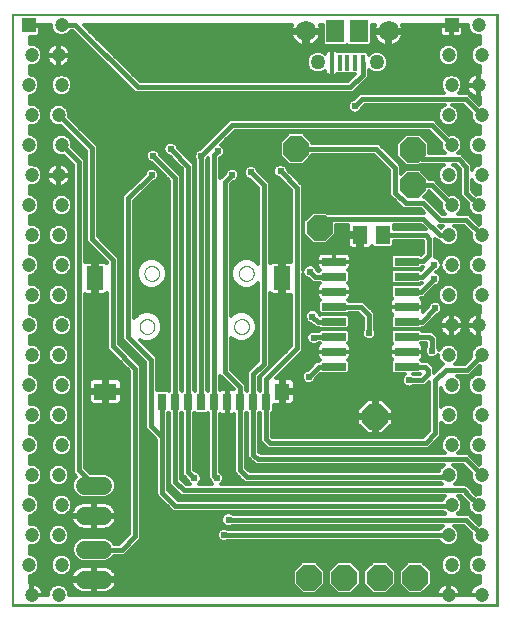
<source format=gtl>
G75*
%MOIN*%
%OFA0B0*%
%FSLAX25Y25*%
%IPPOS*%
%LPD*%
%AMOC8*
5,1,8,0,0,1.08239X$1,22.5*
%
%ADD10C,0.00000*%
%ADD11R,0.01575X0.05315*%
%ADD12R,0.05906X0.07480*%
%ADD13C,0.06791*%
%ADD14C,0.05020*%
%ADD15R,0.02756X0.05512*%
%ADD16R,0.05512X0.07874*%
%ADD17R,0.05039X0.05512*%
%ADD18R,0.07677X0.05512*%
%ADD19R,0.08000X0.02600*%
%ADD20OC8,0.08500*%
%ADD21R,0.05118X0.05906*%
%ADD22C,0.06000*%
%ADD23C,0.00500*%
%ADD24C,0.04724*%
%ADD25R,0.04724X0.04724*%
%ADD26C,0.01200*%
%ADD27C,0.02400*%
%ADD28C,0.01600*%
D10*
X0020570Y0001467D02*
X0020570Y0198711D01*
X0182381Y0198711D01*
X0182381Y0001467D01*
X0020570Y0001467D01*
X0020570Y0001861D02*
X0181987Y0001861D01*
X0181987Y0009341D01*
X0094487Y0094578D02*
X0094489Y0094677D01*
X0094495Y0094776D01*
X0094505Y0094875D01*
X0094519Y0094973D01*
X0094537Y0095070D01*
X0094559Y0095167D01*
X0094584Y0095263D01*
X0094614Y0095357D01*
X0094647Y0095451D01*
X0094684Y0095543D01*
X0094725Y0095633D01*
X0094769Y0095722D01*
X0094817Y0095808D01*
X0094868Y0095893D01*
X0094923Y0095976D01*
X0094981Y0096056D01*
X0095042Y0096134D01*
X0095106Y0096210D01*
X0095173Y0096283D01*
X0095243Y0096353D01*
X0095316Y0096420D01*
X0095392Y0096484D01*
X0095470Y0096545D01*
X0095550Y0096603D01*
X0095633Y0096658D01*
X0095717Y0096709D01*
X0095804Y0096757D01*
X0095893Y0096801D01*
X0095983Y0096842D01*
X0096075Y0096879D01*
X0096169Y0096912D01*
X0096263Y0096942D01*
X0096359Y0096967D01*
X0096456Y0096989D01*
X0096553Y0097007D01*
X0096651Y0097021D01*
X0096750Y0097031D01*
X0096849Y0097037D01*
X0096948Y0097039D01*
X0097047Y0097037D01*
X0097146Y0097031D01*
X0097245Y0097021D01*
X0097343Y0097007D01*
X0097440Y0096989D01*
X0097537Y0096967D01*
X0097633Y0096942D01*
X0097727Y0096912D01*
X0097821Y0096879D01*
X0097913Y0096842D01*
X0098003Y0096801D01*
X0098092Y0096757D01*
X0098178Y0096709D01*
X0098263Y0096658D01*
X0098346Y0096603D01*
X0098426Y0096545D01*
X0098504Y0096484D01*
X0098580Y0096420D01*
X0098653Y0096353D01*
X0098723Y0096283D01*
X0098790Y0096210D01*
X0098854Y0096134D01*
X0098915Y0096056D01*
X0098973Y0095976D01*
X0099028Y0095893D01*
X0099079Y0095809D01*
X0099127Y0095722D01*
X0099171Y0095633D01*
X0099212Y0095543D01*
X0099249Y0095451D01*
X0099282Y0095357D01*
X0099312Y0095263D01*
X0099337Y0095167D01*
X0099359Y0095070D01*
X0099377Y0094973D01*
X0099391Y0094875D01*
X0099401Y0094776D01*
X0099407Y0094677D01*
X0099409Y0094578D01*
X0099407Y0094479D01*
X0099401Y0094380D01*
X0099391Y0094281D01*
X0099377Y0094183D01*
X0099359Y0094086D01*
X0099337Y0093989D01*
X0099312Y0093893D01*
X0099282Y0093799D01*
X0099249Y0093705D01*
X0099212Y0093613D01*
X0099171Y0093523D01*
X0099127Y0093434D01*
X0099079Y0093348D01*
X0099028Y0093263D01*
X0098973Y0093180D01*
X0098915Y0093100D01*
X0098854Y0093022D01*
X0098790Y0092946D01*
X0098723Y0092873D01*
X0098653Y0092803D01*
X0098580Y0092736D01*
X0098504Y0092672D01*
X0098426Y0092611D01*
X0098346Y0092553D01*
X0098263Y0092498D01*
X0098179Y0092447D01*
X0098092Y0092399D01*
X0098003Y0092355D01*
X0097913Y0092314D01*
X0097821Y0092277D01*
X0097727Y0092244D01*
X0097633Y0092214D01*
X0097537Y0092189D01*
X0097440Y0092167D01*
X0097343Y0092149D01*
X0097245Y0092135D01*
X0097146Y0092125D01*
X0097047Y0092119D01*
X0096948Y0092117D01*
X0096849Y0092119D01*
X0096750Y0092125D01*
X0096651Y0092135D01*
X0096553Y0092149D01*
X0096456Y0092167D01*
X0096359Y0092189D01*
X0096263Y0092214D01*
X0096169Y0092244D01*
X0096075Y0092277D01*
X0095983Y0092314D01*
X0095893Y0092355D01*
X0095804Y0092399D01*
X0095718Y0092447D01*
X0095633Y0092498D01*
X0095550Y0092553D01*
X0095470Y0092611D01*
X0095392Y0092672D01*
X0095316Y0092736D01*
X0095243Y0092803D01*
X0095173Y0092873D01*
X0095106Y0092946D01*
X0095042Y0093022D01*
X0094981Y0093100D01*
X0094923Y0093180D01*
X0094868Y0093263D01*
X0094817Y0093347D01*
X0094769Y0093434D01*
X0094725Y0093523D01*
X0094684Y0093613D01*
X0094647Y0093705D01*
X0094614Y0093799D01*
X0094584Y0093893D01*
X0094559Y0093989D01*
X0094537Y0094086D01*
X0094519Y0094183D01*
X0094505Y0094281D01*
X0094495Y0094380D01*
X0094489Y0094479D01*
X0094487Y0094578D01*
X0096061Y0112294D02*
X0096063Y0112393D01*
X0096069Y0112492D01*
X0096079Y0112591D01*
X0096093Y0112689D01*
X0096111Y0112786D01*
X0096133Y0112883D01*
X0096158Y0112979D01*
X0096188Y0113073D01*
X0096221Y0113167D01*
X0096258Y0113259D01*
X0096299Y0113349D01*
X0096343Y0113438D01*
X0096391Y0113524D01*
X0096442Y0113609D01*
X0096497Y0113692D01*
X0096555Y0113772D01*
X0096616Y0113850D01*
X0096680Y0113926D01*
X0096747Y0113999D01*
X0096817Y0114069D01*
X0096890Y0114136D01*
X0096966Y0114200D01*
X0097044Y0114261D01*
X0097124Y0114319D01*
X0097207Y0114374D01*
X0097291Y0114425D01*
X0097378Y0114473D01*
X0097467Y0114517D01*
X0097557Y0114558D01*
X0097649Y0114595D01*
X0097743Y0114628D01*
X0097837Y0114658D01*
X0097933Y0114683D01*
X0098030Y0114705D01*
X0098127Y0114723D01*
X0098225Y0114737D01*
X0098324Y0114747D01*
X0098423Y0114753D01*
X0098522Y0114755D01*
X0098621Y0114753D01*
X0098720Y0114747D01*
X0098819Y0114737D01*
X0098917Y0114723D01*
X0099014Y0114705D01*
X0099111Y0114683D01*
X0099207Y0114658D01*
X0099301Y0114628D01*
X0099395Y0114595D01*
X0099487Y0114558D01*
X0099577Y0114517D01*
X0099666Y0114473D01*
X0099752Y0114425D01*
X0099837Y0114374D01*
X0099920Y0114319D01*
X0100000Y0114261D01*
X0100078Y0114200D01*
X0100154Y0114136D01*
X0100227Y0114069D01*
X0100297Y0113999D01*
X0100364Y0113926D01*
X0100428Y0113850D01*
X0100489Y0113772D01*
X0100547Y0113692D01*
X0100602Y0113609D01*
X0100653Y0113525D01*
X0100701Y0113438D01*
X0100745Y0113349D01*
X0100786Y0113259D01*
X0100823Y0113167D01*
X0100856Y0113073D01*
X0100886Y0112979D01*
X0100911Y0112883D01*
X0100933Y0112786D01*
X0100951Y0112689D01*
X0100965Y0112591D01*
X0100975Y0112492D01*
X0100981Y0112393D01*
X0100983Y0112294D01*
X0100981Y0112195D01*
X0100975Y0112096D01*
X0100965Y0111997D01*
X0100951Y0111899D01*
X0100933Y0111802D01*
X0100911Y0111705D01*
X0100886Y0111609D01*
X0100856Y0111515D01*
X0100823Y0111421D01*
X0100786Y0111329D01*
X0100745Y0111239D01*
X0100701Y0111150D01*
X0100653Y0111064D01*
X0100602Y0110979D01*
X0100547Y0110896D01*
X0100489Y0110816D01*
X0100428Y0110738D01*
X0100364Y0110662D01*
X0100297Y0110589D01*
X0100227Y0110519D01*
X0100154Y0110452D01*
X0100078Y0110388D01*
X0100000Y0110327D01*
X0099920Y0110269D01*
X0099837Y0110214D01*
X0099753Y0110163D01*
X0099666Y0110115D01*
X0099577Y0110071D01*
X0099487Y0110030D01*
X0099395Y0109993D01*
X0099301Y0109960D01*
X0099207Y0109930D01*
X0099111Y0109905D01*
X0099014Y0109883D01*
X0098917Y0109865D01*
X0098819Y0109851D01*
X0098720Y0109841D01*
X0098621Y0109835D01*
X0098522Y0109833D01*
X0098423Y0109835D01*
X0098324Y0109841D01*
X0098225Y0109851D01*
X0098127Y0109865D01*
X0098030Y0109883D01*
X0097933Y0109905D01*
X0097837Y0109930D01*
X0097743Y0109960D01*
X0097649Y0109993D01*
X0097557Y0110030D01*
X0097467Y0110071D01*
X0097378Y0110115D01*
X0097292Y0110163D01*
X0097207Y0110214D01*
X0097124Y0110269D01*
X0097044Y0110327D01*
X0096966Y0110388D01*
X0096890Y0110452D01*
X0096817Y0110519D01*
X0096747Y0110589D01*
X0096680Y0110662D01*
X0096616Y0110738D01*
X0096555Y0110816D01*
X0096497Y0110896D01*
X0096442Y0110979D01*
X0096391Y0111063D01*
X0096343Y0111150D01*
X0096299Y0111239D01*
X0096258Y0111329D01*
X0096221Y0111421D01*
X0096188Y0111515D01*
X0096158Y0111609D01*
X0096133Y0111705D01*
X0096111Y0111802D01*
X0096093Y0111899D01*
X0096079Y0111997D01*
X0096069Y0112096D01*
X0096063Y0112195D01*
X0096061Y0112294D01*
X0064565Y0112294D02*
X0064567Y0112393D01*
X0064573Y0112492D01*
X0064583Y0112591D01*
X0064597Y0112689D01*
X0064615Y0112786D01*
X0064637Y0112883D01*
X0064662Y0112979D01*
X0064692Y0113073D01*
X0064725Y0113167D01*
X0064762Y0113259D01*
X0064803Y0113349D01*
X0064847Y0113438D01*
X0064895Y0113524D01*
X0064946Y0113609D01*
X0065001Y0113692D01*
X0065059Y0113772D01*
X0065120Y0113850D01*
X0065184Y0113926D01*
X0065251Y0113999D01*
X0065321Y0114069D01*
X0065394Y0114136D01*
X0065470Y0114200D01*
X0065548Y0114261D01*
X0065628Y0114319D01*
X0065711Y0114374D01*
X0065795Y0114425D01*
X0065882Y0114473D01*
X0065971Y0114517D01*
X0066061Y0114558D01*
X0066153Y0114595D01*
X0066247Y0114628D01*
X0066341Y0114658D01*
X0066437Y0114683D01*
X0066534Y0114705D01*
X0066631Y0114723D01*
X0066729Y0114737D01*
X0066828Y0114747D01*
X0066927Y0114753D01*
X0067026Y0114755D01*
X0067125Y0114753D01*
X0067224Y0114747D01*
X0067323Y0114737D01*
X0067421Y0114723D01*
X0067518Y0114705D01*
X0067615Y0114683D01*
X0067711Y0114658D01*
X0067805Y0114628D01*
X0067899Y0114595D01*
X0067991Y0114558D01*
X0068081Y0114517D01*
X0068170Y0114473D01*
X0068256Y0114425D01*
X0068341Y0114374D01*
X0068424Y0114319D01*
X0068504Y0114261D01*
X0068582Y0114200D01*
X0068658Y0114136D01*
X0068731Y0114069D01*
X0068801Y0113999D01*
X0068868Y0113926D01*
X0068932Y0113850D01*
X0068993Y0113772D01*
X0069051Y0113692D01*
X0069106Y0113609D01*
X0069157Y0113525D01*
X0069205Y0113438D01*
X0069249Y0113349D01*
X0069290Y0113259D01*
X0069327Y0113167D01*
X0069360Y0113073D01*
X0069390Y0112979D01*
X0069415Y0112883D01*
X0069437Y0112786D01*
X0069455Y0112689D01*
X0069469Y0112591D01*
X0069479Y0112492D01*
X0069485Y0112393D01*
X0069487Y0112294D01*
X0069485Y0112195D01*
X0069479Y0112096D01*
X0069469Y0111997D01*
X0069455Y0111899D01*
X0069437Y0111802D01*
X0069415Y0111705D01*
X0069390Y0111609D01*
X0069360Y0111515D01*
X0069327Y0111421D01*
X0069290Y0111329D01*
X0069249Y0111239D01*
X0069205Y0111150D01*
X0069157Y0111064D01*
X0069106Y0110979D01*
X0069051Y0110896D01*
X0068993Y0110816D01*
X0068932Y0110738D01*
X0068868Y0110662D01*
X0068801Y0110589D01*
X0068731Y0110519D01*
X0068658Y0110452D01*
X0068582Y0110388D01*
X0068504Y0110327D01*
X0068424Y0110269D01*
X0068341Y0110214D01*
X0068257Y0110163D01*
X0068170Y0110115D01*
X0068081Y0110071D01*
X0067991Y0110030D01*
X0067899Y0109993D01*
X0067805Y0109960D01*
X0067711Y0109930D01*
X0067615Y0109905D01*
X0067518Y0109883D01*
X0067421Y0109865D01*
X0067323Y0109851D01*
X0067224Y0109841D01*
X0067125Y0109835D01*
X0067026Y0109833D01*
X0066927Y0109835D01*
X0066828Y0109841D01*
X0066729Y0109851D01*
X0066631Y0109865D01*
X0066534Y0109883D01*
X0066437Y0109905D01*
X0066341Y0109930D01*
X0066247Y0109960D01*
X0066153Y0109993D01*
X0066061Y0110030D01*
X0065971Y0110071D01*
X0065882Y0110115D01*
X0065796Y0110163D01*
X0065711Y0110214D01*
X0065628Y0110269D01*
X0065548Y0110327D01*
X0065470Y0110388D01*
X0065394Y0110452D01*
X0065321Y0110519D01*
X0065251Y0110589D01*
X0065184Y0110662D01*
X0065120Y0110738D01*
X0065059Y0110816D01*
X0065001Y0110896D01*
X0064946Y0110979D01*
X0064895Y0111063D01*
X0064847Y0111150D01*
X0064803Y0111239D01*
X0064762Y0111329D01*
X0064725Y0111421D01*
X0064692Y0111515D01*
X0064662Y0111609D01*
X0064637Y0111705D01*
X0064615Y0111802D01*
X0064597Y0111899D01*
X0064583Y0111997D01*
X0064573Y0112096D01*
X0064567Y0112195D01*
X0064565Y0112294D01*
X0062990Y0094578D02*
X0062992Y0094677D01*
X0062998Y0094776D01*
X0063008Y0094875D01*
X0063022Y0094973D01*
X0063040Y0095070D01*
X0063062Y0095167D01*
X0063087Y0095263D01*
X0063117Y0095357D01*
X0063150Y0095451D01*
X0063187Y0095543D01*
X0063228Y0095633D01*
X0063272Y0095722D01*
X0063320Y0095808D01*
X0063371Y0095893D01*
X0063426Y0095976D01*
X0063484Y0096056D01*
X0063545Y0096134D01*
X0063609Y0096210D01*
X0063676Y0096283D01*
X0063746Y0096353D01*
X0063819Y0096420D01*
X0063895Y0096484D01*
X0063973Y0096545D01*
X0064053Y0096603D01*
X0064136Y0096658D01*
X0064220Y0096709D01*
X0064307Y0096757D01*
X0064396Y0096801D01*
X0064486Y0096842D01*
X0064578Y0096879D01*
X0064672Y0096912D01*
X0064766Y0096942D01*
X0064862Y0096967D01*
X0064959Y0096989D01*
X0065056Y0097007D01*
X0065154Y0097021D01*
X0065253Y0097031D01*
X0065352Y0097037D01*
X0065451Y0097039D01*
X0065550Y0097037D01*
X0065649Y0097031D01*
X0065748Y0097021D01*
X0065846Y0097007D01*
X0065943Y0096989D01*
X0066040Y0096967D01*
X0066136Y0096942D01*
X0066230Y0096912D01*
X0066324Y0096879D01*
X0066416Y0096842D01*
X0066506Y0096801D01*
X0066595Y0096757D01*
X0066681Y0096709D01*
X0066766Y0096658D01*
X0066849Y0096603D01*
X0066929Y0096545D01*
X0067007Y0096484D01*
X0067083Y0096420D01*
X0067156Y0096353D01*
X0067226Y0096283D01*
X0067293Y0096210D01*
X0067357Y0096134D01*
X0067418Y0096056D01*
X0067476Y0095976D01*
X0067531Y0095893D01*
X0067582Y0095809D01*
X0067630Y0095722D01*
X0067674Y0095633D01*
X0067715Y0095543D01*
X0067752Y0095451D01*
X0067785Y0095357D01*
X0067815Y0095263D01*
X0067840Y0095167D01*
X0067862Y0095070D01*
X0067880Y0094973D01*
X0067894Y0094875D01*
X0067904Y0094776D01*
X0067910Y0094677D01*
X0067912Y0094578D01*
X0067910Y0094479D01*
X0067904Y0094380D01*
X0067894Y0094281D01*
X0067880Y0094183D01*
X0067862Y0094086D01*
X0067840Y0093989D01*
X0067815Y0093893D01*
X0067785Y0093799D01*
X0067752Y0093705D01*
X0067715Y0093613D01*
X0067674Y0093523D01*
X0067630Y0093434D01*
X0067582Y0093348D01*
X0067531Y0093263D01*
X0067476Y0093180D01*
X0067418Y0093100D01*
X0067357Y0093022D01*
X0067293Y0092946D01*
X0067226Y0092873D01*
X0067156Y0092803D01*
X0067083Y0092736D01*
X0067007Y0092672D01*
X0066929Y0092611D01*
X0066849Y0092553D01*
X0066766Y0092498D01*
X0066682Y0092447D01*
X0066595Y0092399D01*
X0066506Y0092355D01*
X0066416Y0092314D01*
X0066324Y0092277D01*
X0066230Y0092244D01*
X0066136Y0092214D01*
X0066040Y0092189D01*
X0065943Y0092167D01*
X0065846Y0092149D01*
X0065748Y0092135D01*
X0065649Y0092125D01*
X0065550Y0092119D01*
X0065451Y0092117D01*
X0065352Y0092119D01*
X0065253Y0092125D01*
X0065154Y0092135D01*
X0065056Y0092149D01*
X0064959Y0092167D01*
X0064862Y0092189D01*
X0064766Y0092214D01*
X0064672Y0092244D01*
X0064578Y0092277D01*
X0064486Y0092314D01*
X0064396Y0092355D01*
X0064307Y0092399D01*
X0064221Y0092447D01*
X0064136Y0092498D01*
X0064053Y0092553D01*
X0063973Y0092611D01*
X0063895Y0092672D01*
X0063819Y0092736D01*
X0063746Y0092803D01*
X0063676Y0092873D01*
X0063609Y0092946D01*
X0063545Y0093022D01*
X0063484Y0093100D01*
X0063426Y0093180D01*
X0063371Y0093263D01*
X0063320Y0093347D01*
X0063272Y0093434D01*
X0063228Y0093523D01*
X0063187Y0093613D01*
X0063150Y0093705D01*
X0063117Y0093799D01*
X0063087Y0093893D01*
X0063062Y0093989D01*
X0063040Y0094086D01*
X0063022Y0094183D01*
X0063008Y0094281D01*
X0062998Y0094380D01*
X0062992Y0094479D01*
X0062990Y0094578D01*
D11*
X0127066Y0182471D03*
X0129625Y0182471D03*
X0132184Y0182471D03*
X0134743Y0182471D03*
X0137302Y0182471D03*
D12*
X0136121Y0193003D03*
X0128247Y0192963D03*
D13*
X0118404Y0193003D03*
X0145963Y0193003D03*
D14*
X0142026Y0182668D03*
X0122341Y0182668D03*
D15*
X0105215Y0069499D03*
X0100885Y0069499D03*
X0096554Y0069499D03*
X0092223Y0069499D03*
X0087892Y0069499D03*
X0083562Y0069499D03*
X0079231Y0069499D03*
X0074900Y0069499D03*
X0070570Y0069499D03*
D16*
X0048129Y0110719D03*
X0110333Y0110719D03*
D17*
X0110570Y0072924D03*
D18*
X0051573Y0072924D03*
D19*
X0127761Y0081211D03*
X0127761Y0086211D03*
X0127761Y0091211D03*
X0127761Y0096211D03*
X0127761Y0101211D03*
X0127761Y0106211D03*
X0127761Y0111211D03*
X0127761Y0116211D03*
X0151961Y0116211D03*
X0151961Y0111211D03*
X0151961Y0106211D03*
X0151961Y0101211D03*
X0151961Y0096211D03*
X0151961Y0091211D03*
X0151961Y0086211D03*
X0151961Y0081211D03*
D20*
X0141436Y0064459D03*
X0143010Y0010916D03*
X0131199Y0010916D03*
X0119388Y0010916D03*
X0154822Y0010916D03*
X0122932Y0127452D03*
X0115058Y0153830D03*
X0154034Y0153436D03*
X0154034Y0141625D03*
D21*
X0143995Y0125089D03*
X0136514Y0125089D03*
D22*
X0050735Y0041507D02*
X0044735Y0041507D01*
X0044735Y0031507D02*
X0050735Y0031507D01*
X0050735Y0020247D02*
X0044735Y0020247D01*
X0044735Y0010247D02*
X0050735Y0010247D01*
D23*
X0020727Y0001625D02*
X0020727Y0198475D01*
X0182144Y0198475D01*
X0182144Y0001625D01*
X0020727Y0001625D01*
D24*
X0026936Y0005050D03*
X0035936Y0005050D03*
X0036936Y0015050D03*
X0035936Y0025050D03*
X0026936Y0025050D03*
X0025936Y0015050D03*
X0025936Y0035050D03*
X0026936Y0045050D03*
X0035936Y0045050D03*
X0036936Y0035050D03*
X0036936Y0055050D03*
X0035936Y0065050D03*
X0026936Y0065050D03*
X0025936Y0055050D03*
X0025936Y0075050D03*
X0026936Y0085050D03*
X0035936Y0085050D03*
X0036936Y0075050D03*
X0036936Y0095050D03*
X0035936Y0105050D03*
X0036936Y0115050D03*
X0035936Y0125050D03*
X0026936Y0125050D03*
X0025936Y0115050D03*
X0026936Y0105050D03*
X0025936Y0095050D03*
X0025936Y0135050D03*
X0026936Y0145050D03*
X0035936Y0145050D03*
X0036936Y0135050D03*
X0036936Y0155050D03*
X0035936Y0165050D03*
X0026936Y0165050D03*
X0025936Y0155050D03*
X0025936Y0175050D03*
X0026936Y0185050D03*
X0035936Y0185050D03*
X0036936Y0175050D03*
X0036936Y0195050D03*
X0165936Y0185050D03*
X0166936Y0175050D03*
X0175936Y0175050D03*
X0176936Y0185050D03*
X0175936Y0195050D03*
X0176936Y0165050D03*
X0175936Y0155050D03*
X0166936Y0155050D03*
X0165936Y0145050D03*
X0166936Y0135050D03*
X0175936Y0135050D03*
X0176936Y0125050D03*
X0175936Y0115050D03*
X0166936Y0115050D03*
X0165936Y0105050D03*
X0166936Y0095050D03*
X0175936Y0095050D03*
X0176936Y0085050D03*
X0175936Y0075050D03*
X0166936Y0075050D03*
X0165936Y0065050D03*
X0166936Y0055050D03*
X0175936Y0055050D03*
X0176936Y0045050D03*
X0175936Y0035050D03*
X0166936Y0035050D03*
X0165936Y0045050D03*
X0165936Y0025050D03*
X0166936Y0015050D03*
X0175936Y0015050D03*
X0176936Y0005050D03*
X0165936Y0005050D03*
X0176936Y0025050D03*
X0176936Y0065050D03*
X0165936Y0085050D03*
X0176936Y0105050D03*
X0165936Y0125050D03*
X0176936Y0145050D03*
X0165936Y0165050D03*
D25*
X0166936Y0195050D03*
X0025936Y0195050D03*
D26*
X0026436Y0195050D02*
X0033373Y0195050D01*
X0033373Y0194341D01*
X0033916Y0193032D01*
X0034918Y0192030D01*
X0036227Y0191488D01*
X0037644Y0191488D01*
X0038954Y0192030D01*
X0039956Y0193032D01*
X0039963Y0193050D01*
X0040725Y0193050D01*
X0061473Y0172302D01*
X0133996Y0172302D01*
X0135168Y0173474D01*
X0139302Y0177607D01*
X0139302Y0180146D01*
X0139925Y0179523D01*
X0141288Y0178958D01*
X0142764Y0178958D01*
X0144128Y0179523D01*
X0145171Y0180567D01*
X0145736Y0181930D01*
X0145736Y0183406D01*
X0145171Y0184770D01*
X0144128Y0185813D01*
X0142764Y0186378D01*
X0141288Y0186378D01*
X0139925Y0185813D01*
X0139289Y0185178D01*
X0139289Y0185626D01*
X0138586Y0186329D01*
X0128916Y0186329D01*
X0128835Y0186409D01*
X0128471Y0186620D01*
X0128064Y0186729D01*
X0127066Y0186729D01*
X0127066Y0182471D01*
X0127066Y0178214D01*
X0128064Y0178214D01*
X0128471Y0178323D01*
X0128835Y0178533D01*
X0128916Y0178614D01*
X0134651Y0178614D01*
X0132340Y0176302D01*
X0063130Y0176302D01*
X0044382Y0195050D01*
X0113841Y0195050D01*
X0113775Y0194920D01*
X0113532Y0194173D01*
X0113430Y0193535D01*
X0117872Y0193535D01*
X0117872Y0192471D01*
X0113430Y0192471D01*
X0113532Y0191833D01*
X0113775Y0191085D01*
X0114132Y0190384D01*
X0114594Y0189748D01*
X0115150Y0189192D01*
X0115786Y0188730D01*
X0116487Y0188373D01*
X0117234Y0188130D01*
X0117872Y0188029D01*
X0117872Y0192471D01*
X0118936Y0192471D01*
X0118936Y0193535D01*
X0123378Y0193535D01*
X0123277Y0194173D01*
X0123034Y0194920D01*
X0122968Y0195050D01*
X0124094Y0195050D01*
X0124094Y0188726D01*
X0124797Y0188023D01*
X0131697Y0188023D01*
X0132203Y0188530D01*
X0132671Y0188063D01*
X0139571Y0188063D01*
X0140273Y0188766D01*
X0140273Y0195050D01*
X0141400Y0195050D01*
X0141334Y0194920D01*
X0141091Y0194173D01*
X0140990Y0193535D01*
X0145431Y0193535D01*
X0145431Y0192471D01*
X0140990Y0192471D01*
X0141091Y0191833D01*
X0141334Y0191085D01*
X0141691Y0190384D01*
X0142153Y0189748D01*
X0142709Y0189192D01*
X0143345Y0188730D01*
X0144046Y0188373D01*
X0144793Y0188130D01*
X0145431Y0188029D01*
X0145431Y0192471D01*
X0146495Y0192471D01*
X0146495Y0193535D01*
X0150937Y0193535D01*
X0150836Y0194173D01*
X0150593Y0194920D01*
X0150527Y0195050D01*
X0166748Y0195050D01*
X0166748Y0194863D01*
X0162973Y0194863D01*
X0162973Y0192477D01*
X0163083Y0192070D01*
X0163293Y0191705D01*
X0163591Y0191407D01*
X0163956Y0191197D01*
X0164363Y0191088D01*
X0166748Y0191088D01*
X0166748Y0194863D01*
X0167123Y0194863D01*
X0167123Y0195050D01*
X0172373Y0195050D01*
X0172373Y0194341D01*
X0172916Y0193032D01*
X0173918Y0192030D01*
X0175227Y0191488D01*
X0176436Y0191488D01*
X0176436Y0188612D01*
X0176227Y0188612D01*
X0174918Y0188070D01*
X0173916Y0187068D01*
X0173373Y0185759D01*
X0173373Y0184341D01*
X0173916Y0183032D01*
X0174918Y0182030D01*
X0176227Y0181488D01*
X0176436Y0181488D01*
X0176436Y0178990D01*
X0176326Y0179012D01*
X0176123Y0179012D01*
X0176123Y0175237D01*
X0175748Y0175237D01*
X0175748Y0174863D01*
X0171973Y0174863D01*
X0171973Y0174660D01*
X0172126Y0173894D01*
X0172424Y0173173D01*
X0172858Y0172524D01*
X0173410Y0171972D01*
X0174059Y0171539D01*
X0174780Y0171240D01*
X0175545Y0171088D01*
X0175748Y0171088D01*
X0175748Y0174863D01*
X0176123Y0174863D01*
X0176123Y0171088D01*
X0176326Y0171088D01*
X0176436Y0171110D01*
X0176436Y0168612D01*
X0176227Y0168612D01*
X0176209Y0168605D01*
X0172449Y0172365D01*
X0169288Y0172365D01*
X0169956Y0173032D01*
X0170498Y0174341D01*
X0170498Y0175759D01*
X0169956Y0177068D01*
X0168954Y0178070D01*
X0167644Y0178612D01*
X0166227Y0178612D01*
X0164918Y0178070D01*
X0163916Y0177068D01*
X0163373Y0175759D01*
X0163373Y0174341D01*
X0163916Y0173032D01*
X0164583Y0172365D01*
X0136277Y0172365D01*
X0134314Y0170403D01*
X0134265Y0170403D01*
X0133383Y0170037D01*
X0132708Y0169362D01*
X0132343Y0168480D01*
X0132343Y0167525D01*
X0132708Y0166643D01*
X0133383Y0165968D01*
X0134265Y0165603D01*
X0135220Y0165603D01*
X0136102Y0165968D01*
X0136777Y0166643D01*
X0137143Y0167525D01*
X0137143Y0167574D01*
X0137933Y0168365D01*
X0164630Y0168365D01*
X0163918Y0168070D01*
X0162916Y0167068D01*
X0162373Y0165759D01*
X0162373Y0164341D01*
X0162916Y0163032D01*
X0163918Y0162030D01*
X0165227Y0161488D01*
X0166644Y0161488D01*
X0167954Y0162030D01*
X0168956Y0163032D01*
X0169498Y0164341D01*
X0169498Y0165759D01*
X0168956Y0167068D01*
X0167954Y0168070D01*
X0167241Y0168365D01*
X0170792Y0168365D01*
X0173381Y0165776D01*
X0173373Y0165759D01*
X0173373Y0164341D01*
X0173916Y0163032D01*
X0174918Y0162030D01*
X0176227Y0161488D01*
X0176436Y0161488D01*
X0176436Y0158612D01*
X0175227Y0158612D01*
X0173918Y0158070D01*
X0172916Y0157068D01*
X0172373Y0155759D01*
X0172373Y0154341D01*
X0172916Y0153032D01*
X0173918Y0152030D01*
X0175227Y0151488D01*
X0176436Y0151488D01*
X0176436Y0148612D01*
X0176227Y0148612D01*
X0174918Y0148070D01*
X0173916Y0147068D01*
X0173751Y0146669D01*
X0173751Y0148752D01*
X0172579Y0149924D01*
X0170217Y0152286D01*
X0169210Y0152286D01*
X0169956Y0153032D01*
X0170498Y0154341D01*
X0170498Y0155759D01*
X0169956Y0157068D01*
X0168954Y0158070D01*
X0167644Y0158612D01*
X0166227Y0158612D01*
X0166209Y0158605D01*
X0161111Y0163704D01*
X0092969Y0163704D01*
X0083133Y0153867D01*
X0083084Y0153867D01*
X0082202Y0153502D01*
X0081527Y0152827D01*
X0081162Y0151945D01*
X0081162Y0150990D01*
X0081527Y0150108D01*
X0081562Y0150073D01*
X0081562Y0073330D01*
X0081396Y0073164D01*
X0081231Y0073330D01*
X0081231Y0148752D01*
X0075725Y0154258D01*
X0075725Y0154307D01*
X0075360Y0155189D01*
X0074685Y0155864D01*
X0073803Y0156230D01*
X0072848Y0156230D01*
X0071966Y0155864D01*
X0071291Y0155189D01*
X0070925Y0154307D01*
X0070925Y0153352D01*
X0071291Y0152470D01*
X0071966Y0151795D01*
X0072848Y0151430D01*
X0072897Y0151430D01*
X0077231Y0147096D01*
X0077231Y0073330D01*
X0077066Y0073164D01*
X0076900Y0073330D01*
X0076900Y0144815D01*
X0069820Y0151896D01*
X0069820Y0151945D01*
X0069455Y0152827D01*
X0068779Y0153502D01*
X0067897Y0153867D01*
X0066943Y0153867D01*
X0066060Y0153502D01*
X0065385Y0152827D01*
X0065020Y0151945D01*
X0065020Y0150990D01*
X0065385Y0150108D01*
X0066060Y0149433D01*
X0066943Y0149067D01*
X0066992Y0149067D01*
X0072900Y0143159D01*
X0072900Y0073330D01*
X0072735Y0073164D01*
X0072445Y0073455D01*
X0068829Y0073455D01*
X0068829Y0084382D01*
X0067658Y0085554D01*
X0063164Y0090047D01*
X0064445Y0089517D01*
X0066458Y0089517D01*
X0068318Y0090287D01*
X0069742Y0091711D01*
X0070512Y0093571D01*
X0070512Y0095584D01*
X0069742Y0097444D01*
X0068318Y0098868D01*
X0066458Y0099638D01*
X0064445Y0099638D01*
X0062585Y0098868D01*
X0061161Y0097444D01*
X0061152Y0097422D01*
X0061152Y0136466D01*
X0067455Y0142768D01*
X0067504Y0142768D01*
X0068386Y0143133D01*
X0069061Y0143809D01*
X0069426Y0144691D01*
X0069426Y0145645D01*
X0069061Y0146528D01*
X0068386Y0147203D01*
X0067504Y0147568D01*
X0066549Y0147568D01*
X0065667Y0147203D01*
X0064992Y0146528D01*
X0064626Y0145645D01*
X0064626Y0145597D01*
X0058324Y0139294D01*
X0057152Y0138123D01*
X0057152Y0090403D01*
X0064829Y0082726D01*
X0064829Y0060678D01*
X0066001Y0059507D01*
X0068570Y0056938D01*
X0068570Y0038434D01*
X0072900Y0034103D01*
X0074072Y0032932D01*
X0164016Y0032932D01*
X0164741Y0032207D01*
X0094011Y0032207D01*
X0093976Y0032242D01*
X0093094Y0032607D01*
X0092139Y0032607D01*
X0091257Y0032242D01*
X0090582Y0031567D01*
X0090217Y0030685D01*
X0090217Y0029730D01*
X0090582Y0028848D01*
X0091257Y0028173D01*
X0092139Y0027807D01*
X0093094Y0027807D01*
X0093976Y0028173D01*
X0094011Y0028207D01*
X0164250Y0028207D01*
X0163918Y0028070D01*
X0162916Y0027068D01*
X0162908Y0027050D01*
X0092475Y0027050D01*
X0092441Y0027085D01*
X0091559Y0027450D01*
X0090604Y0027450D01*
X0089722Y0027085D01*
X0089047Y0026409D01*
X0088681Y0025527D01*
X0088681Y0024573D01*
X0089047Y0023691D01*
X0089722Y0023015D01*
X0090604Y0022650D01*
X0091559Y0022650D01*
X0092441Y0023015D01*
X0092475Y0023050D01*
X0162908Y0023050D01*
X0162916Y0023032D01*
X0163918Y0022030D01*
X0165227Y0021488D01*
X0166644Y0021488D01*
X0167954Y0022030D01*
X0168956Y0023032D01*
X0169498Y0024341D01*
X0169498Y0025759D01*
X0168956Y0027068D01*
X0167954Y0028070D01*
X0167621Y0028207D01*
X0170950Y0028207D01*
X0173381Y0025776D01*
X0173373Y0025759D01*
X0173373Y0024341D01*
X0173916Y0023032D01*
X0174918Y0022030D01*
X0176227Y0021488D01*
X0176436Y0021488D01*
X0176436Y0018612D01*
X0175227Y0018612D01*
X0173918Y0018070D01*
X0172916Y0017068D01*
X0172373Y0015759D01*
X0172373Y0014341D01*
X0172916Y0013032D01*
X0173918Y0012030D01*
X0175227Y0011488D01*
X0176436Y0011488D01*
X0176436Y0008990D01*
X0175780Y0008860D01*
X0175059Y0008561D01*
X0174410Y0008128D01*
X0173858Y0007576D01*
X0173424Y0006927D01*
X0173126Y0006206D01*
X0172973Y0005440D01*
X0172973Y0005237D01*
X0176436Y0005237D01*
X0176436Y0005050D01*
X0166123Y0005050D01*
X0166123Y0005237D01*
X0169898Y0005237D01*
X0169898Y0005440D01*
X0169746Y0006206D01*
X0169447Y0006927D01*
X0169013Y0007576D01*
X0168461Y0008128D01*
X0167812Y0008561D01*
X0167091Y0008860D01*
X0166326Y0009012D01*
X0166123Y0009012D01*
X0166123Y0005237D01*
X0165748Y0005237D01*
X0165748Y0005050D01*
X0039498Y0005050D01*
X0039498Y0005759D01*
X0038956Y0007068D01*
X0037954Y0008070D01*
X0036644Y0008612D01*
X0035227Y0008612D01*
X0033918Y0008070D01*
X0032916Y0007068D01*
X0032373Y0005759D01*
X0032373Y0005050D01*
X0027123Y0005050D01*
X0027123Y0005237D01*
X0030898Y0005237D01*
X0030898Y0005440D01*
X0030746Y0006206D01*
X0030447Y0006927D01*
X0030013Y0007576D01*
X0029461Y0008128D01*
X0028812Y0008561D01*
X0028091Y0008860D01*
X0027326Y0009012D01*
X0027123Y0009012D01*
X0027123Y0005237D01*
X0026748Y0005237D01*
X0026748Y0009012D01*
X0026545Y0009012D01*
X0026436Y0008990D01*
X0026436Y0011488D01*
X0026644Y0011488D01*
X0027954Y0012030D01*
X0028956Y0013032D01*
X0029498Y0014341D01*
X0029498Y0015759D01*
X0028956Y0017068D01*
X0027954Y0018070D01*
X0026644Y0018612D01*
X0026436Y0018612D01*
X0026436Y0021488D01*
X0027644Y0021488D01*
X0028954Y0022030D01*
X0029956Y0023032D01*
X0030498Y0024341D01*
X0030498Y0025759D01*
X0029956Y0027068D01*
X0028954Y0028070D01*
X0027644Y0028612D01*
X0026436Y0028612D01*
X0026436Y0031488D01*
X0026644Y0031488D01*
X0027954Y0032030D01*
X0028956Y0033032D01*
X0029498Y0034341D01*
X0029498Y0035759D01*
X0028956Y0037068D01*
X0027954Y0038070D01*
X0026644Y0038612D01*
X0026436Y0038612D01*
X0026436Y0041488D01*
X0027644Y0041488D01*
X0028954Y0042030D01*
X0029956Y0043032D01*
X0030498Y0044341D01*
X0030498Y0045759D01*
X0029956Y0047068D01*
X0028954Y0048070D01*
X0027644Y0048612D01*
X0026436Y0048612D01*
X0026436Y0051488D01*
X0026644Y0051488D01*
X0027954Y0052030D01*
X0028956Y0053032D01*
X0029498Y0054341D01*
X0029498Y0055759D01*
X0028956Y0057068D01*
X0027954Y0058070D01*
X0026644Y0058612D01*
X0026436Y0058612D01*
X0026436Y0061488D01*
X0027644Y0061488D01*
X0028954Y0062030D01*
X0029956Y0063032D01*
X0030498Y0064341D01*
X0030498Y0065759D01*
X0029956Y0067068D01*
X0028954Y0068070D01*
X0027644Y0068612D01*
X0026436Y0068612D01*
X0026436Y0071488D01*
X0026644Y0071488D01*
X0027954Y0072030D01*
X0028956Y0073032D01*
X0029498Y0074341D01*
X0029498Y0075759D01*
X0028956Y0077068D01*
X0027954Y0078070D01*
X0026644Y0078612D01*
X0026436Y0078612D01*
X0026436Y0081488D01*
X0027644Y0081488D01*
X0028954Y0082030D01*
X0029956Y0083032D01*
X0030498Y0084341D01*
X0030498Y0085759D01*
X0029956Y0087068D01*
X0028954Y0088070D01*
X0027644Y0088612D01*
X0026436Y0088612D01*
X0026436Y0091488D01*
X0026644Y0091488D01*
X0027954Y0092030D01*
X0028956Y0093032D01*
X0029498Y0094341D01*
X0029498Y0095759D01*
X0028956Y0097068D01*
X0027954Y0098070D01*
X0026644Y0098612D01*
X0026436Y0098612D01*
X0026436Y0101488D01*
X0027644Y0101488D01*
X0028954Y0102030D01*
X0029956Y0103032D01*
X0030498Y0104341D01*
X0030498Y0105759D01*
X0029956Y0107068D01*
X0028954Y0108070D01*
X0027644Y0108612D01*
X0026436Y0108612D01*
X0026436Y0111488D01*
X0026644Y0111488D01*
X0027954Y0112030D01*
X0028956Y0113032D01*
X0029498Y0114341D01*
X0029498Y0115759D01*
X0028956Y0117068D01*
X0027954Y0118070D01*
X0026644Y0118612D01*
X0026436Y0118612D01*
X0026436Y0121488D01*
X0027644Y0121488D01*
X0028954Y0122030D01*
X0029956Y0123032D01*
X0030498Y0124341D01*
X0030498Y0125759D01*
X0029956Y0127068D01*
X0028954Y0128070D01*
X0027644Y0128612D01*
X0026436Y0128612D01*
X0026436Y0131488D01*
X0026644Y0131488D01*
X0027954Y0132030D01*
X0028956Y0133032D01*
X0029498Y0134341D01*
X0029498Y0135759D01*
X0028956Y0137068D01*
X0027954Y0138070D01*
X0026644Y0138612D01*
X0026436Y0138612D01*
X0026436Y0141488D01*
X0027644Y0141488D01*
X0028954Y0142030D01*
X0029956Y0143032D01*
X0030498Y0144341D01*
X0030498Y0145759D01*
X0029956Y0147068D01*
X0028954Y0148070D01*
X0027644Y0148612D01*
X0026436Y0148612D01*
X0026436Y0151488D01*
X0026644Y0151488D01*
X0027954Y0152030D01*
X0028956Y0153032D01*
X0029498Y0154341D01*
X0029498Y0155759D01*
X0028956Y0157068D01*
X0027954Y0158070D01*
X0026644Y0158612D01*
X0026436Y0158612D01*
X0026436Y0161488D01*
X0027644Y0161488D01*
X0028954Y0162030D01*
X0029956Y0163032D01*
X0030498Y0164341D01*
X0030498Y0165759D01*
X0029956Y0167068D01*
X0028954Y0168070D01*
X0027644Y0168612D01*
X0026436Y0168612D01*
X0026436Y0171488D01*
X0026644Y0171488D01*
X0027954Y0172030D01*
X0028956Y0173032D01*
X0029498Y0174341D01*
X0029498Y0175759D01*
X0028956Y0177068D01*
X0027954Y0178070D01*
X0026644Y0178612D01*
X0026436Y0178612D01*
X0026436Y0181488D01*
X0027644Y0181488D01*
X0028954Y0182030D01*
X0029956Y0183032D01*
X0030498Y0184341D01*
X0030498Y0185759D01*
X0029956Y0187068D01*
X0028954Y0188070D01*
X0027644Y0188612D01*
X0026436Y0188612D01*
X0026436Y0191088D01*
X0028509Y0191088D01*
X0028915Y0191197D01*
X0029280Y0191407D01*
X0029578Y0191705D01*
X0029789Y0192070D01*
X0029898Y0192477D01*
X0029898Y0194863D01*
X0026436Y0194863D01*
X0026436Y0195050D01*
X0029898Y0194134D02*
X0033459Y0194134D01*
X0034012Y0192936D02*
X0029898Y0192936D01*
X0029597Y0191737D02*
X0035625Y0191737D01*
X0038247Y0191737D02*
X0042038Y0191737D01*
X0043237Y0190539D02*
X0026436Y0190539D01*
X0026436Y0189340D02*
X0044435Y0189340D01*
X0045634Y0188142D02*
X0038440Y0188142D01*
X0038461Y0188128D02*
X0037812Y0188561D01*
X0037091Y0188860D01*
X0036326Y0189012D01*
X0036123Y0189012D01*
X0036123Y0185237D01*
X0039898Y0185237D01*
X0039898Y0185440D01*
X0039746Y0186206D01*
X0039447Y0186927D01*
X0039013Y0187576D01*
X0038461Y0188128D01*
X0039436Y0186943D02*
X0046832Y0186943D01*
X0048031Y0185745D02*
X0039837Y0185745D01*
X0039898Y0184863D02*
X0036123Y0184863D01*
X0036123Y0185237D01*
X0035748Y0185237D01*
X0035748Y0184863D01*
X0031973Y0184863D01*
X0031973Y0184660D01*
X0032126Y0183894D01*
X0032424Y0183173D01*
X0032858Y0182524D01*
X0033410Y0181972D01*
X0034059Y0181539D01*
X0034780Y0181240D01*
X0035545Y0181088D01*
X0035748Y0181088D01*
X0035748Y0184863D01*
X0036123Y0184863D01*
X0036123Y0181088D01*
X0036326Y0181088D01*
X0037091Y0181240D01*
X0037812Y0181539D01*
X0038461Y0181972D01*
X0039013Y0182524D01*
X0039447Y0183173D01*
X0039746Y0183894D01*
X0039898Y0184660D01*
X0039898Y0184863D01*
X0039875Y0184546D02*
X0049229Y0184546D01*
X0050428Y0183348D02*
X0039519Y0183348D01*
X0038638Y0182149D02*
X0051626Y0182149D01*
X0052825Y0180951D02*
X0026436Y0180951D01*
X0026436Y0179752D02*
X0054023Y0179752D01*
X0055222Y0178554D02*
X0037785Y0178554D01*
X0037644Y0178612D02*
X0036227Y0178612D01*
X0034918Y0178070D01*
X0033916Y0177068D01*
X0033373Y0175759D01*
X0033373Y0174341D01*
X0033916Y0173032D01*
X0034918Y0172030D01*
X0036227Y0171488D01*
X0037644Y0171488D01*
X0038954Y0172030D01*
X0039956Y0173032D01*
X0040498Y0174341D01*
X0040498Y0175759D01*
X0039956Y0177068D01*
X0038954Y0178070D01*
X0037644Y0178612D01*
X0036086Y0178554D02*
X0026785Y0178554D01*
X0028668Y0177355D02*
X0034203Y0177355D01*
X0033538Y0176157D02*
X0029333Y0176157D01*
X0029498Y0174958D02*
X0033373Y0174958D01*
X0033614Y0173760D02*
X0029257Y0173760D01*
X0028485Y0172561D02*
X0034387Y0172561D01*
X0035227Y0168612D02*
X0033918Y0168070D01*
X0032916Y0167068D01*
X0032373Y0165759D01*
X0032373Y0164341D01*
X0032916Y0163032D01*
X0033918Y0162030D01*
X0035227Y0161488D01*
X0036644Y0161488D01*
X0036662Y0161495D01*
X0044948Y0153210D01*
X0044948Y0123080D01*
X0052034Y0115993D01*
X0052034Y0115769D01*
X0051867Y0115937D01*
X0051502Y0116147D01*
X0051095Y0116256D01*
X0048729Y0116256D01*
X0048729Y0111319D01*
X0047529Y0111319D01*
X0047529Y0116256D01*
X0045162Y0116256D01*
X0044755Y0116147D01*
X0044617Y0116067D01*
X0044617Y0150197D01*
X0040490Y0154324D01*
X0040498Y0154341D01*
X0040498Y0155759D01*
X0039956Y0157068D01*
X0038954Y0158070D01*
X0037644Y0158612D01*
X0036227Y0158612D01*
X0034918Y0158070D01*
X0033916Y0157068D01*
X0033373Y0155759D01*
X0033373Y0154341D01*
X0033916Y0153032D01*
X0034918Y0152030D01*
X0036227Y0151488D01*
X0037644Y0151488D01*
X0037662Y0151495D01*
X0040617Y0148540D01*
X0040617Y0045796D01*
X0041851Y0044562D01*
X0041174Y0043886D01*
X0040535Y0042342D01*
X0040535Y0040671D01*
X0041174Y0039128D01*
X0042356Y0037946D01*
X0043899Y0037307D01*
X0051570Y0037307D01*
X0053114Y0037946D01*
X0054295Y0039128D01*
X0054935Y0040671D01*
X0054935Y0042342D01*
X0054295Y0043886D01*
X0053114Y0045067D01*
X0051570Y0045707D01*
X0046363Y0045707D01*
X0044617Y0047453D01*
X0044617Y0105371D01*
X0044755Y0105291D01*
X0045162Y0105182D01*
X0047529Y0105182D01*
X0047529Y0110119D01*
X0048729Y0110119D01*
X0048729Y0105182D01*
X0051095Y0105182D01*
X0051502Y0105291D01*
X0051867Y0105502D01*
X0052034Y0105669D01*
X0052034Y0087253D01*
X0059514Y0079773D01*
X0059514Y0025524D01*
X0056237Y0022247D01*
X0054453Y0022247D01*
X0054295Y0022626D01*
X0053114Y0023807D01*
X0051570Y0024447D01*
X0043899Y0024447D01*
X0042356Y0023807D01*
X0041174Y0022626D01*
X0040535Y0021082D01*
X0040535Y0019411D01*
X0041174Y0017868D01*
X0042356Y0016686D01*
X0043899Y0016047D01*
X0051570Y0016047D01*
X0053114Y0016686D01*
X0054295Y0017868D01*
X0054453Y0018247D01*
X0057894Y0018247D01*
X0059066Y0019418D01*
X0063514Y0023867D01*
X0063514Y0081430D01*
X0062343Y0082601D01*
X0056034Y0088910D01*
X0056034Y0117650D01*
X0054863Y0118822D01*
X0048947Y0124737D01*
X0048947Y0154867D01*
X0039490Y0164324D01*
X0039498Y0164341D01*
X0039498Y0165759D01*
X0038956Y0167068D01*
X0037954Y0168070D01*
X0036644Y0168612D01*
X0035227Y0168612D01*
X0033615Y0167767D02*
X0029256Y0167767D01*
X0030162Y0166569D02*
X0032709Y0166569D01*
X0032373Y0165370D02*
X0030498Y0165370D01*
X0030428Y0164172D02*
X0032444Y0164172D01*
X0032975Y0162973D02*
X0029897Y0162973D01*
X0028337Y0161775D02*
X0034535Y0161775D01*
X0037581Y0160576D02*
X0026436Y0160576D01*
X0026436Y0159378D02*
X0038780Y0159378D01*
X0038690Y0158179D02*
X0039978Y0158179D01*
X0039992Y0156981D02*
X0041177Y0156981D01*
X0040488Y0155782D02*
X0042375Y0155782D01*
X0043574Y0154584D02*
X0040498Y0154584D01*
X0041429Y0153385D02*
X0044772Y0153385D01*
X0044948Y0152187D02*
X0042628Y0152187D01*
X0043826Y0150988D02*
X0044948Y0150988D01*
X0044948Y0149789D02*
X0044617Y0149789D01*
X0044617Y0148591D02*
X0044948Y0148591D01*
X0044948Y0147392D02*
X0044617Y0147392D01*
X0044617Y0146194D02*
X0044948Y0146194D01*
X0044948Y0144995D02*
X0044617Y0144995D01*
X0044617Y0143797D02*
X0044948Y0143797D01*
X0044948Y0142598D02*
X0044617Y0142598D01*
X0044617Y0141400D02*
X0044948Y0141400D01*
X0044948Y0140201D02*
X0044617Y0140201D01*
X0044617Y0139003D02*
X0044948Y0139003D01*
X0044948Y0137804D02*
X0044617Y0137804D01*
X0044617Y0136606D02*
X0044948Y0136606D01*
X0044948Y0135407D02*
X0044617Y0135407D01*
X0044617Y0134209D02*
X0044948Y0134209D01*
X0044948Y0133010D02*
X0044617Y0133010D01*
X0044617Y0131812D02*
X0044948Y0131812D01*
X0044948Y0130613D02*
X0044617Y0130613D01*
X0044617Y0129415D02*
X0044948Y0129415D01*
X0044948Y0128216D02*
X0044617Y0128216D01*
X0044617Y0127018D02*
X0044948Y0127018D01*
X0044948Y0125819D02*
X0044617Y0125819D01*
X0044617Y0124621D02*
X0044948Y0124621D01*
X0044948Y0123422D02*
X0044617Y0123422D01*
X0044617Y0122224D02*
X0045804Y0122224D01*
X0044617Y0121025D02*
X0047002Y0121025D01*
X0048201Y0119827D02*
X0044617Y0119827D01*
X0044617Y0118628D02*
X0049399Y0118628D01*
X0050598Y0117430D02*
X0044617Y0117430D01*
X0044617Y0116231D02*
X0045068Y0116231D01*
X0047529Y0116231D02*
X0048729Y0116231D01*
X0048729Y0115033D02*
X0047529Y0115033D01*
X0047529Y0113834D02*
X0048729Y0113834D01*
X0048729Y0112636D02*
X0047529Y0112636D01*
X0047529Y0111437D02*
X0048729Y0111437D01*
X0048729Y0109040D02*
X0047529Y0109040D01*
X0047529Y0107842D02*
X0048729Y0107842D01*
X0048729Y0106643D02*
X0047529Y0106643D01*
X0047529Y0105445D02*
X0048729Y0105445D01*
X0051767Y0105445D02*
X0052034Y0105445D01*
X0052034Y0104246D02*
X0044617Y0104246D01*
X0044617Y0103048D02*
X0052034Y0103048D01*
X0052034Y0101849D02*
X0044617Y0101849D01*
X0044617Y0100651D02*
X0052034Y0100651D01*
X0052034Y0099452D02*
X0044617Y0099452D01*
X0044617Y0098253D02*
X0052034Y0098253D01*
X0052034Y0097055D02*
X0044617Y0097055D01*
X0044617Y0095856D02*
X0052034Y0095856D01*
X0052034Y0094658D02*
X0044617Y0094658D01*
X0044617Y0093459D02*
X0052034Y0093459D01*
X0052034Y0092261D02*
X0044617Y0092261D01*
X0044617Y0091062D02*
X0052034Y0091062D01*
X0052034Y0089864D02*
X0044617Y0089864D01*
X0044617Y0088665D02*
X0052034Y0088665D01*
X0052034Y0087467D02*
X0044617Y0087467D01*
X0044617Y0086268D02*
X0053019Y0086268D01*
X0054217Y0085070D02*
X0044617Y0085070D01*
X0044617Y0083871D02*
X0055416Y0083871D01*
X0056614Y0082673D02*
X0044617Y0082673D01*
X0044617Y0081474D02*
X0057813Y0081474D01*
X0059011Y0080276D02*
X0044617Y0080276D01*
X0044617Y0079077D02*
X0059514Y0079077D01*
X0059514Y0077879D02*
X0044617Y0077879D01*
X0044617Y0076680D02*
X0046473Y0076680D01*
X0046455Y0076662D02*
X0046244Y0076297D01*
X0046135Y0075891D01*
X0046135Y0073524D01*
X0050973Y0073524D01*
X0050973Y0072324D01*
X0046135Y0072324D01*
X0046135Y0069957D01*
X0046244Y0069551D01*
X0046455Y0069186D01*
X0046752Y0068888D01*
X0047117Y0068677D01*
X0047524Y0068568D01*
X0050973Y0068568D01*
X0050973Y0072324D01*
X0052173Y0072324D01*
X0052173Y0068568D01*
X0055623Y0068568D01*
X0056030Y0068677D01*
X0056394Y0068888D01*
X0056692Y0069186D01*
X0056903Y0069551D01*
X0057012Y0069957D01*
X0057012Y0072324D01*
X0052174Y0072324D01*
X0052174Y0073524D01*
X0057012Y0073524D01*
X0057012Y0075891D01*
X0056903Y0076297D01*
X0056692Y0076662D01*
X0056394Y0076960D01*
X0056030Y0077171D01*
X0055623Y0077280D01*
X0052173Y0077280D01*
X0052173Y0073524D01*
X0050973Y0073524D01*
X0050973Y0077280D01*
X0047524Y0077280D01*
X0047117Y0077171D01*
X0046752Y0076960D01*
X0046455Y0076662D01*
X0046135Y0075482D02*
X0044617Y0075482D01*
X0044617Y0074283D02*
X0046135Y0074283D01*
X0044617Y0073085D02*
X0050973Y0073085D01*
X0050973Y0074283D02*
X0052173Y0074283D01*
X0052174Y0073085D02*
X0059514Y0073085D01*
X0059514Y0074283D02*
X0057012Y0074283D01*
X0057012Y0075482D02*
X0059514Y0075482D01*
X0059514Y0076680D02*
X0056674Y0076680D01*
X0052173Y0076680D02*
X0050973Y0076680D01*
X0050973Y0075482D02*
X0052173Y0075482D01*
X0052173Y0071886D02*
X0050973Y0071886D01*
X0050973Y0070688D02*
X0052173Y0070688D01*
X0052173Y0069489D02*
X0050973Y0069489D01*
X0046279Y0069489D02*
X0044617Y0069489D01*
X0044617Y0068291D02*
X0059514Y0068291D01*
X0059514Y0069489D02*
X0056868Y0069489D01*
X0057012Y0070688D02*
X0059514Y0070688D01*
X0059514Y0071886D02*
X0057012Y0071886D01*
X0059514Y0067092D02*
X0044617Y0067092D01*
X0044617Y0065894D02*
X0059514Y0065894D01*
X0059514Y0064695D02*
X0044617Y0064695D01*
X0044617Y0063497D02*
X0059514Y0063497D01*
X0059514Y0062298D02*
X0044617Y0062298D01*
X0044617Y0061100D02*
X0059514Y0061100D01*
X0059514Y0059901D02*
X0044617Y0059901D01*
X0044617Y0058703D02*
X0059514Y0058703D01*
X0059514Y0057504D02*
X0044617Y0057504D01*
X0044617Y0056306D02*
X0059514Y0056306D01*
X0059514Y0055107D02*
X0044617Y0055107D01*
X0044617Y0053909D02*
X0059514Y0053909D01*
X0059514Y0052710D02*
X0044617Y0052710D01*
X0044617Y0051512D02*
X0059514Y0051512D01*
X0059514Y0050313D02*
X0044617Y0050313D01*
X0044617Y0049115D02*
X0059514Y0049115D01*
X0059514Y0047916D02*
X0044617Y0047916D01*
X0045352Y0046718D02*
X0059514Y0046718D01*
X0059514Y0045519D02*
X0052023Y0045519D01*
X0053861Y0044320D02*
X0059514Y0044320D01*
X0059514Y0043122D02*
X0054612Y0043122D01*
X0054935Y0041923D02*
X0059514Y0041923D01*
X0059514Y0040725D02*
X0054935Y0040725D01*
X0054461Y0039526D02*
X0059514Y0039526D01*
X0059514Y0038328D02*
X0053496Y0038328D01*
X0052501Y0035770D02*
X0051812Y0035993D01*
X0051097Y0036107D01*
X0048135Y0036107D01*
X0048135Y0031907D01*
X0047335Y0031907D01*
X0047335Y0036107D01*
X0044373Y0036107D01*
X0043658Y0035993D01*
X0042969Y0035770D01*
X0042324Y0035441D01*
X0041738Y0035015D01*
X0041226Y0034503D01*
X0040801Y0033918D01*
X0040472Y0033272D01*
X0040248Y0032584D01*
X0040141Y0031907D01*
X0047335Y0031907D01*
X0047335Y0031107D01*
X0040141Y0031107D01*
X0040248Y0030430D01*
X0040472Y0029741D01*
X0040801Y0029096D01*
X0041226Y0028510D01*
X0041738Y0027998D01*
X0042324Y0027572D01*
X0042969Y0027244D01*
X0043658Y0027020D01*
X0044373Y0026907D01*
X0047335Y0026907D01*
X0047335Y0031107D01*
X0048135Y0031107D01*
X0048135Y0031907D01*
X0055329Y0031907D01*
X0055222Y0032584D01*
X0054998Y0033272D01*
X0054669Y0033918D01*
X0054244Y0034503D01*
X0053732Y0035015D01*
X0053146Y0035441D01*
X0052501Y0035770D01*
X0052004Y0035931D02*
X0059514Y0035931D01*
X0059514Y0037129D02*
X0039894Y0037129D01*
X0039956Y0037068D02*
X0038954Y0038070D01*
X0037644Y0038612D01*
X0036227Y0038612D01*
X0034918Y0038070D01*
X0033916Y0037068D01*
X0033373Y0035759D01*
X0033373Y0034341D01*
X0033916Y0033032D01*
X0034918Y0032030D01*
X0036227Y0031488D01*
X0037644Y0031488D01*
X0038954Y0032030D01*
X0039956Y0033032D01*
X0040498Y0034341D01*
X0040498Y0035759D01*
X0039956Y0037068D01*
X0040427Y0035931D02*
X0043465Y0035931D01*
X0041455Y0034732D02*
X0040498Y0034732D01*
X0040605Y0033534D02*
X0040163Y0033534D01*
X0040209Y0032335D02*
X0039259Y0032335D01*
X0040408Y0029938D02*
X0026436Y0029938D01*
X0026436Y0028740D02*
X0041059Y0028740D01*
X0042385Y0027541D02*
X0038482Y0027541D01*
X0038956Y0027068D02*
X0037954Y0028070D01*
X0036644Y0028612D01*
X0035227Y0028612D01*
X0033918Y0028070D01*
X0032916Y0027068D01*
X0032373Y0025759D01*
X0032373Y0024341D01*
X0032916Y0023032D01*
X0033918Y0022030D01*
X0035227Y0021488D01*
X0036644Y0021488D01*
X0037954Y0022030D01*
X0038956Y0023032D01*
X0039498Y0024341D01*
X0039498Y0025759D01*
X0038956Y0027068D01*
X0039256Y0026343D02*
X0059514Y0026343D01*
X0059514Y0027541D02*
X0053085Y0027541D01*
X0053146Y0027572D02*
X0053732Y0027998D01*
X0054244Y0028510D01*
X0054669Y0029096D01*
X0054998Y0029741D01*
X0055222Y0030430D01*
X0055329Y0031107D01*
X0048135Y0031107D01*
X0048135Y0026907D01*
X0051097Y0026907D01*
X0051812Y0027020D01*
X0052501Y0027244D01*
X0053146Y0027572D01*
X0054411Y0028740D02*
X0059514Y0028740D01*
X0059514Y0029938D02*
X0055062Y0029938D01*
X0055261Y0032335D02*
X0059514Y0032335D01*
X0059514Y0031137D02*
X0048135Y0031137D01*
X0047335Y0031137D02*
X0026436Y0031137D01*
X0028259Y0032335D02*
X0034613Y0032335D01*
X0033708Y0033534D02*
X0029163Y0033534D01*
X0029498Y0034732D02*
X0033373Y0034732D01*
X0033445Y0035931D02*
X0029427Y0035931D01*
X0028894Y0037129D02*
X0033977Y0037129D01*
X0035541Y0038328D02*
X0027331Y0038328D01*
X0026436Y0039526D02*
X0041009Y0039526D01*
X0040535Y0040725D02*
X0026436Y0040725D01*
X0028696Y0041923D02*
X0034175Y0041923D01*
X0033918Y0042030D02*
X0035227Y0041488D01*
X0036644Y0041488D01*
X0037954Y0042030D01*
X0038956Y0043032D01*
X0039498Y0044341D01*
X0039498Y0045759D01*
X0038956Y0047068D01*
X0037954Y0048070D01*
X0036644Y0048612D01*
X0035227Y0048612D01*
X0033918Y0048070D01*
X0032916Y0047068D01*
X0032373Y0045759D01*
X0032373Y0044341D01*
X0032916Y0043032D01*
X0033918Y0042030D01*
X0032879Y0043122D02*
X0029993Y0043122D01*
X0030489Y0044320D02*
X0032382Y0044320D01*
X0032373Y0045519D02*
X0030498Y0045519D01*
X0030101Y0046718D02*
X0032771Y0046718D01*
X0033764Y0047916D02*
X0029107Y0047916D01*
X0026436Y0049115D02*
X0040617Y0049115D01*
X0040617Y0050313D02*
X0026436Y0050313D01*
X0026702Y0051512D02*
X0036170Y0051512D01*
X0036227Y0051488D02*
X0037644Y0051488D01*
X0038954Y0052030D01*
X0039956Y0053032D01*
X0040498Y0054341D01*
X0040498Y0055759D01*
X0039956Y0057068D01*
X0038954Y0058070D01*
X0037644Y0058612D01*
X0036227Y0058612D01*
X0034918Y0058070D01*
X0033916Y0057068D01*
X0033373Y0055759D01*
X0033373Y0054341D01*
X0033916Y0053032D01*
X0034918Y0052030D01*
X0036227Y0051488D01*
X0037702Y0051512D02*
X0040617Y0051512D01*
X0040617Y0052710D02*
X0039633Y0052710D01*
X0040319Y0053909D02*
X0040617Y0053909D01*
X0040617Y0055107D02*
X0040498Y0055107D01*
X0040617Y0056306D02*
X0040271Y0056306D01*
X0040617Y0057504D02*
X0039519Y0057504D01*
X0040617Y0058703D02*
X0026436Y0058703D01*
X0026436Y0059901D02*
X0040617Y0059901D01*
X0040617Y0061100D02*
X0026436Y0061100D01*
X0029222Y0062298D02*
X0033650Y0062298D01*
X0033918Y0062030D02*
X0035227Y0061488D01*
X0036644Y0061488D01*
X0037954Y0062030D01*
X0038956Y0063032D01*
X0039498Y0064341D01*
X0039498Y0065759D01*
X0038956Y0067068D01*
X0037954Y0068070D01*
X0036644Y0068612D01*
X0035227Y0068612D01*
X0033918Y0068070D01*
X0032916Y0067068D01*
X0032373Y0065759D01*
X0032373Y0064341D01*
X0032916Y0063032D01*
X0033918Y0062030D01*
X0032723Y0063497D02*
X0030148Y0063497D01*
X0030498Y0064695D02*
X0032373Y0064695D01*
X0032429Y0065894D02*
X0030442Y0065894D01*
X0029931Y0067092D02*
X0032940Y0067092D01*
X0034451Y0068291D02*
X0028420Y0068291D01*
X0026436Y0069489D02*
X0040617Y0069489D01*
X0040617Y0068291D02*
X0037420Y0068291D01*
X0038931Y0067092D02*
X0040617Y0067092D01*
X0040617Y0065894D02*
X0039442Y0065894D01*
X0039498Y0064695D02*
X0040617Y0064695D01*
X0040617Y0063497D02*
X0039148Y0063497D01*
X0038222Y0062298D02*
X0040617Y0062298D01*
X0034352Y0057504D02*
X0028519Y0057504D01*
X0029271Y0056306D02*
X0033600Y0056306D01*
X0033373Y0055107D02*
X0029498Y0055107D01*
X0029319Y0053909D02*
X0033553Y0053909D01*
X0034238Y0052710D02*
X0028633Y0052710D01*
X0038107Y0047916D02*
X0040617Y0047916D01*
X0040617Y0046718D02*
X0039101Y0046718D01*
X0039498Y0045519D02*
X0040894Y0045519D01*
X0041609Y0044320D02*
X0039489Y0044320D01*
X0038993Y0043122D02*
X0040858Y0043122D01*
X0040535Y0041923D02*
X0037696Y0041923D01*
X0038331Y0038328D02*
X0041974Y0038328D01*
X0047335Y0035931D02*
X0048135Y0035931D01*
X0048135Y0034732D02*
X0047335Y0034732D01*
X0047335Y0033534D02*
X0048135Y0033534D01*
X0048135Y0032335D02*
X0047335Y0032335D01*
X0047335Y0029938D02*
X0048135Y0029938D01*
X0048135Y0028740D02*
X0047335Y0028740D01*
X0047335Y0027541D02*
X0048135Y0027541D01*
X0052780Y0023946D02*
X0057936Y0023946D01*
X0059135Y0025144D02*
X0039498Y0025144D01*
X0039334Y0023946D02*
X0042690Y0023946D01*
X0041296Y0022747D02*
X0038671Y0022747D01*
X0036791Y0021549D02*
X0040728Y0021549D01*
X0040535Y0020350D02*
X0026436Y0020350D01*
X0026436Y0019152D02*
X0040642Y0019152D01*
X0041139Y0017953D02*
X0039070Y0017953D01*
X0038954Y0018070D02*
X0037644Y0018612D01*
X0036227Y0018612D01*
X0034918Y0018070D01*
X0033916Y0017068D01*
X0033373Y0015759D01*
X0033373Y0014341D01*
X0033916Y0013032D01*
X0034918Y0012030D01*
X0036227Y0011488D01*
X0037644Y0011488D01*
X0038954Y0012030D01*
X0039956Y0013032D01*
X0040498Y0014341D01*
X0040498Y0015759D01*
X0039956Y0017068D01*
X0038954Y0018070D01*
X0040085Y0016755D02*
X0042287Y0016755D01*
X0040498Y0015556D02*
X0116321Y0015556D01*
X0117131Y0016366D02*
X0113938Y0013174D01*
X0113938Y0008659D01*
X0117131Y0005466D01*
X0121646Y0005466D01*
X0124838Y0008659D01*
X0124838Y0013174D01*
X0121646Y0016366D01*
X0117131Y0016366D01*
X0115123Y0014358D02*
X0052799Y0014358D01*
X0052501Y0014510D02*
X0053146Y0014181D01*
X0053732Y0013756D01*
X0054244Y0013244D01*
X0054669Y0012658D01*
X0054998Y0012013D01*
X0055222Y0011324D01*
X0055329Y0010647D01*
X0048135Y0010647D01*
X0047335Y0010647D01*
X0047335Y0014847D01*
X0044373Y0014847D01*
X0043658Y0014734D01*
X0042969Y0014510D01*
X0042324Y0014181D01*
X0041738Y0013756D01*
X0041226Y0013244D01*
X0040801Y0012658D01*
X0040472Y0012013D01*
X0040248Y0011324D01*
X0040141Y0010647D01*
X0047335Y0010647D01*
X0047335Y0009847D01*
X0040141Y0009847D01*
X0040248Y0009170D01*
X0040472Y0008481D01*
X0040801Y0007836D01*
X0041226Y0007250D01*
X0041738Y0006738D01*
X0042324Y0006313D01*
X0042969Y0005984D01*
X0043658Y0005760D01*
X0044373Y0005647D01*
X0047335Y0005647D01*
X0047335Y0009847D01*
X0048135Y0009847D01*
X0048135Y0010647D01*
X0048135Y0014847D01*
X0051097Y0014847D01*
X0051812Y0014734D01*
X0052501Y0014510D01*
X0054305Y0013159D02*
X0113938Y0013159D01*
X0113938Y0011961D02*
X0055015Y0011961D01*
X0055311Y0010762D02*
X0113938Y0010762D01*
X0113938Y0009564D02*
X0055284Y0009564D01*
X0055329Y0009847D02*
X0048135Y0009847D01*
X0048135Y0005647D01*
X0051097Y0005647D01*
X0051812Y0005760D01*
X0052501Y0005984D01*
X0053146Y0006313D01*
X0053732Y0006738D01*
X0054244Y0007250D01*
X0054669Y0007836D01*
X0054998Y0008481D01*
X0055222Y0009170D01*
X0055329Y0009847D01*
X0054939Y0008365D02*
X0114232Y0008365D01*
X0115430Y0007167D02*
X0054160Y0007167D01*
X0052452Y0005968D02*
X0116629Y0005968D01*
X0122148Y0005968D02*
X0128440Y0005968D01*
X0128942Y0005466D02*
X0133457Y0005466D01*
X0136649Y0008659D01*
X0136649Y0013174D01*
X0133457Y0016366D01*
X0128942Y0016366D01*
X0125749Y0013174D01*
X0125749Y0008659D01*
X0128942Y0005466D01*
X0127242Y0007167D02*
X0123346Y0007167D01*
X0124545Y0008365D02*
X0126043Y0008365D01*
X0125749Y0009564D02*
X0124838Y0009564D01*
X0124838Y0010762D02*
X0125749Y0010762D01*
X0125749Y0011961D02*
X0124838Y0011961D01*
X0124838Y0013159D02*
X0125749Y0013159D01*
X0126934Y0014358D02*
X0123654Y0014358D01*
X0122456Y0015556D02*
X0128132Y0015556D01*
X0134267Y0015556D02*
X0139943Y0015556D01*
X0140753Y0016366D02*
X0137560Y0013174D01*
X0137560Y0008659D01*
X0140753Y0005466D01*
X0145268Y0005466D01*
X0148460Y0008659D01*
X0148460Y0013174D01*
X0145268Y0016366D01*
X0140753Y0016366D01*
X0138745Y0014358D02*
X0135465Y0014358D01*
X0136649Y0013159D02*
X0137560Y0013159D01*
X0137560Y0011961D02*
X0136649Y0011961D01*
X0136649Y0010762D02*
X0137560Y0010762D01*
X0137560Y0009564D02*
X0136649Y0009564D01*
X0136356Y0008365D02*
X0137854Y0008365D01*
X0139053Y0007167D02*
X0135157Y0007167D01*
X0133959Y0005968D02*
X0140251Y0005968D01*
X0145770Y0005968D02*
X0152062Y0005968D01*
X0152564Y0005466D02*
X0157079Y0005466D01*
X0160272Y0008659D01*
X0160272Y0013174D01*
X0157079Y0016366D01*
X0152564Y0016366D01*
X0149372Y0013174D01*
X0149372Y0008659D01*
X0152564Y0005466D01*
X0150864Y0007167D02*
X0146968Y0007167D01*
X0148167Y0008365D02*
X0149665Y0008365D01*
X0149372Y0009564D02*
X0148460Y0009564D01*
X0148460Y0010762D02*
X0149372Y0010762D01*
X0149372Y0011961D02*
X0148460Y0011961D01*
X0148460Y0013159D02*
X0149372Y0013159D01*
X0150556Y0014358D02*
X0147276Y0014358D01*
X0146078Y0015556D02*
X0151754Y0015556D01*
X0157889Y0015556D02*
X0163373Y0015556D01*
X0163373Y0015759D02*
X0163373Y0014341D01*
X0163916Y0013032D01*
X0164918Y0012030D01*
X0166227Y0011488D01*
X0167644Y0011488D01*
X0168954Y0012030D01*
X0169956Y0013032D01*
X0170498Y0014341D01*
X0170498Y0015759D01*
X0169956Y0017068D01*
X0168954Y0018070D01*
X0167644Y0018612D01*
X0166227Y0018612D01*
X0164918Y0018070D01*
X0163916Y0017068D01*
X0163373Y0015759D01*
X0163786Y0016755D02*
X0053182Y0016755D01*
X0054331Y0017953D02*
X0164801Y0017953D01*
X0165080Y0021549D02*
X0061196Y0021549D01*
X0062394Y0022747D02*
X0090369Y0022747D01*
X0091794Y0022747D02*
X0163201Y0022747D01*
X0166791Y0021549D02*
X0176080Y0021549D01*
X0176436Y0020350D02*
X0059997Y0020350D01*
X0058799Y0019152D02*
X0176436Y0019152D01*
X0173801Y0017953D02*
X0169070Y0017953D01*
X0170085Y0016755D02*
X0172786Y0016755D01*
X0172373Y0015556D02*
X0170498Y0015556D01*
X0170498Y0014358D02*
X0172373Y0014358D01*
X0172863Y0013159D02*
X0170008Y0013159D01*
X0168786Y0011961D02*
X0174085Y0011961D01*
X0174765Y0008365D02*
X0168106Y0008365D01*
X0169287Y0007167D02*
X0173585Y0007167D01*
X0173078Y0005968D02*
X0169793Y0005968D01*
X0166123Y0005968D02*
X0165748Y0005968D01*
X0165748Y0005237D02*
X0165748Y0009012D01*
X0165545Y0009012D01*
X0164780Y0008860D01*
X0164059Y0008561D01*
X0163410Y0008128D01*
X0162858Y0007576D01*
X0162424Y0006927D01*
X0162126Y0006206D01*
X0161973Y0005440D01*
X0161973Y0005237D01*
X0165748Y0005237D01*
X0165748Y0007167D02*
X0166123Y0007167D01*
X0166123Y0008365D02*
X0165748Y0008365D01*
X0163765Y0008365D02*
X0159978Y0008365D01*
X0160272Y0009564D02*
X0176436Y0009564D01*
X0176436Y0010762D02*
X0160272Y0010762D01*
X0160272Y0011961D02*
X0165085Y0011961D01*
X0163863Y0013159D02*
X0160272Y0013159D01*
X0159087Y0014358D02*
X0163373Y0014358D01*
X0162585Y0007167D02*
X0158779Y0007167D01*
X0157581Y0005968D02*
X0162078Y0005968D01*
X0168671Y0022747D02*
X0174201Y0022747D01*
X0173537Y0023946D02*
X0169334Y0023946D01*
X0169498Y0025144D02*
X0173373Y0025144D01*
X0172814Y0026343D02*
X0169256Y0026343D01*
X0168482Y0027541D02*
X0171616Y0027541D01*
X0174876Y0029938D02*
X0176436Y0029938D01*
X0176436Y0028740D02*
X0176074Y0028740D01*
X0176209Y0028605D02*
X0172607Y0032207D01*
X0170950Y0032207D01*
X0169131Y0032207D01*
X0169956Y0033032D01*
X0170498Y0034341D01*
X0170498Y0035759D01*
X0169956Y0037068D01*
X0168973Y0038050D01*
X0170107Y0038050D01*
X0172381Y0035776D01*
X0172373Y0035759D01*
X0172373Y0034341D01*
X0172916Y0033032D01*
X0173918Y0032030D01*
X0175227Y0031488D01*
X0176436Y0031488D01*
X0176436Y0028612D01*
X0176227Y0028612D01*
X0176209Y0028605D01*
X0176436Y0031137D02*
X0173677Y0031137D01*
X0173613Y0032335D02*
X0169259Y0032335D01*
X0170163Y0033534D02*
X0172708Y0033534D01*
X0172373Y0034732D02*
X0170498Y0034732D01*
X0170427Y0035931D02*
X0172226Y0035931D01*
X0171028Y0037129D02*
X0169894Y0037129D01*
X0173117Y0040725D02*
X0176436Y0040725D01*
X0176436Y0041488D02*
X0176436Y0038612D01*
X0175227Y0038612D01*
X0175209Y0038605D01*
X0173723Y0040091D01*
X0173723Y0040119D01*
X0172963Y0040878D01*
X0171792Y0042050D01*
X0167973Y0042050D01*
X0168956Y0043032D01*
X0169498Y0044341D01*
X0169498Y0045759D01*
X0168956Y0047068D01*
X0167954Y0048070D01*
X0167431Y0048286D01*
X0170871Y0048286D01*
X0173381Y0045776D01*
X0173373Y0045759D01*
X0173373Y0044341D01*
X0173916Y0043032D01*
X0174918Y0042030D01*
X0176227Y0041488D01*
X0176436Y0041488D01*
X0175175Y0041923D02*
X0171918Y0041923D01*
X0173879Y0043122D02*
X0168993Y0043122D01*
X0169489Y0044320D02*
X0173382Y0044320D01*
X0173373Y0045519D02*
X0169498Y0045519D01*
X0169101Y0046718D02*
X0172440Y0046718D01*
X0171241Y0047916D02*
X0168107Y0047916D01*
X0164440Y0048286D02*
X0163918Y0048070D01*
X0162916Y0047068D01*
X0162631Y0046381D01*
X0099744Y0046381D01*
X0098554Y0047571D01*
X0098554Y0065668D01*
X0098719Y0065833D01*
X0098885Y0065668D01*
X0098885Y0051033D01*
X0100056Y0049861D01*
X0101631Y0048286D01*
X0164440Y0048286D01*
X0163764Y0047916D02*
X0098554Y0047916D01*
X0098554Y0049115D02*
X0100803Y0049115D01*
X0099604Y0050313D02*
X0098554Y0050313D01*
X0098554Y0051512D02*
X0098885Y0051512D01*
X0098885Y0052710D02*
X0098554Y0052710D01*
X0098554Y0053909D02*
X0098885Y0053909D01*
X0098885Y0055107D02*
X0098554Y0055107D01*
X0098554Y0056306D02*
X0098885Y0056306D01*
X0098885Y0057504D02*
X0098554Y0057504D01*
X0098554Y0058703D02*
X0098885Y0058703D01*
X0098885Y0059901D02*
X0098554Y0059901D01*
X0098554Y0061100D02*
X0098885Y0061100D01*
X0098885Y0062298D02*
X0098554Y0062298D01*
X0098554Y0063497D02*
X0098885Y0063497D01*
X0098885Y0064695D02*
X0098554Y0064695D01*
X0094554Y0064695D02*
X0089892Y0064695D01*
X0090228Y0065252D02*
X0090634Y0065143D01*
X0092134Y0065143D01*
X0092134Y0069410D01*
X0092312Y0069410D01*
X0092312Y0065143D01*
X0093812Y0065143D01*
X0094219Y0065252D01*
X0094554Y0065445D01*
X0094554Y0045914D01*
X0096916Y0043552D01*
X0098088Y0042381D01*
X0163567Y0042381D01*
X0163898Y0042050D01*
X0090137Y0042050D01*
X0090714Y0042628D01*
X0091080Y0043510D01*
X0091080Y0044464D01*
X0090714Y0045346D01*
X0090039Y0046022D01*
X0089892Y0046082D01*
X0089892Y0065445D01*
X0090228Y0065252D01*
X0089892Y0063497D02*
X0094554Y0063497D01*
X0094554Y0062298D02*
X0089892Y0062298D01*
X0089892Y0061100D02*
X0094554Y0061100D01*
X0094554Y0059901D02*
X0089892Y0059901D01*
X0089892Y0058703D02*
X0094554Y0058703D01*
X0094554Y0057504D02*
X0089892Y0057504D01*
X0089892Y0056306D02*
X0094554Y0056306D01*
X0094554Y0055107D02*
X0089892Y0055107D01*
X0089892Y0053909D02*
X0094554Y0053909D01*
X0094554Y0052710D02*
X0089892Y0052710D01*
X0089892Y0051512D02*
X0094554Y0051512D01*
X0094554Y0050313D02*
X0089892Y0050313D01*
X0089892Y0049115D02*
X0094554Y0049115D01*
X0094554Y0047916D02*
X0089892Y0047916D01*
X0089892Y0046718D02*
X0094554Y0046718D01*
X0094949Y0045519D02*
X0090542Y0045519D01*
X0091080Y0044320D02*
X0096148Y0044320D01*
X0097346Y0043122D02*
X0090919Y0043122D01*
X0087223Y0042050D02*
X0082657Y0042050D01*
X0083234Y0042628D01*
X0083599Y0043510D01*
X0083599Y0044464D01*
X0083234Y0045346D01*
X0082559Y0046022D01*
X0081677Y0046387D01*
X0081628Y0046387D01*
X0081231Y0046784D01*
X0081231Y0065668D01*
X0081396Y0065833D01*
X0081687Y0065543D01*
X0085437Y0065543D01*
X0085727Y0065833D01*
X0085892Y0065668D01*
X0085892Y0043946D01*
X0086280Y0043559D01*
X0086280Y0043510D01*
X0086645Y0042628D01*
X0087223Y0042050D01*
X0086440Y0043122D02*
X0083439Y0043122D01*
X0083599Y0044320D02*
X0085892Y0044320D01*
X0085892Y0045519D02*
X0083062Y0045519D01*
X0081297Y0046718D02*
X0085892Y0046718D01*
X0085892Y0047916D02*
X0081231Y0047916D01*
X0081231Y0049115D02*
X0085892Y0049115D01*
X0085892Y0050313D02*
X0081231Y0050313D01*
X0081231Y0051512D02*
X0085892Y0051512D01*
X0085892Y0052710D02*
X0081231Y0052710D01*
X0081231Y0053909D02*
X0085892Y0053909D01*
X0085892Y0055107D02*
X0081231Y0055107D01*
X0081231Y0056306D02*
X0085892Y0056306D01*
X0085892Y0057504D02*
X0081231Y0057504D01*
X0081231Y0058703D02*
X0085892Y0058703D01*
X0085892Y0059901D02*
X0081231Y0059901D01*
X0081231Y0061100D02*
X0085892Y0061100D01*
X0085892Y0062298D02*
X0081231Y0062298D01*
X0081231Y0063497D02*
X0085892Y0063497D01*
X0085892Y0064695D02*
X0081231Y0064695D01*
X0077231Y0064695D02*
X0076900Y0064695D01*
X0076900Y0065668D02*
X0077066Y0065833D01*
X0077231Y0065668D01*
X0077231Y0045127D01*
X0078799Y0043559D01*
X0078799Y0043510D01*
X0079165Y0042628D01*
X0079742Y0042050D01*
X0078485Y0042050D01*
X0076900Y0043634D01*
X0076900Y0065668D01*
X0076900Y0063497D02*
X0077231Y0063497D01*
X0077231Y0062298D02*
X0076900Y0062298D01*
X0076900Y0061100D02*
X0077231Y0061100D01*
X0077231Y0059901D02*
X0076900Y0059901D01*
X0076900Y0058703D02*
X0077231Y0058703D01*
X0077231Y0057504D02*
X0076900Y0057504D01*
X0076900Y0056306D02*
X0077231Y0056306D01*
X0077231Y0055107D02*
X0076900Y0055107D01*
X0076900Y0053909D02*
X0077231Y0053909D01*
X0077231Y0052710D02*
X0076900Y0052710D01*
X0076900Y0051512D02*
X0077231Y0051512D01*
X0077231Y0050313D02*
X0076900Y0050313D01*
X0076900Y0049115D02*
X0077231Y0049115D01*
X0077231Y0047916D02*
X0076900Y0047916D01*
X0076900Y0046718D02*
X0077231Y0046718D01*
X0077231Y0045519D02*
X0076900Y0045519D01*
X0076900Y0044320D02*
X0078038Y0044320D01*
X0077413Y0043122D02*
X0078960Y0043122D01*
X0075351Y0039526D02*
X0073134Y0039526D01*
X0072570Y0040091D02*
X0075729Y0036932D01*
X0163859Y0036932D01*
X0163916Y0037068D01*
X0164898Y0038050D01*
X0076828Y0038050D01*
X0075656Y0039222D01*
X0075656Y0039222D01*
X0072900Y0041977D01*
X0072900Y0065668D01*
X0072735Y0065833D01*
X0072570Y0065668D01*
X0072570Y0040091D01*
X0072570Y0040725D02*
X0074153Y0040725D01*
X0072954Y0041923D02*
X0072570Y0041923D01*
X0072570Y0043122D02*
X0072900Y0043122D01*
X0072900Y0044320D02*
X0072570Y0044320D01*
X0072570Y0045519D02*
X0072900Y0045519D01*
X0072900Y0046718D02*
X0072570Y0046718D01*
X0072570Y0047916D02*
X0072900Y0047916D01*
X0072900Y0049115D02*
X0072570Y0049115D01*
X0072570Y0050313D02*
X0072900Y0050313D01*
X0072900Y0051512D02*
X0072570Y0051512D01*
X0072570Y0052710D02*
X0072900Y0052710D01*
X0072900Y0053909D02*
X0072570Y0053909D01*
X0072570Y0055107D02*
X0072900Y0055107D01*
X0072900Y0056306D02*
X0072570Y0056306D01*
X0072570Y0057504D02*
X0072900Y0057504D01*
X0072900Y0058703D02*
X0072570Y0058703D01*
X0072570Y0059901D02*
X0072900Y0059901D01*
X0072900Y0061100D02*
X0072570Y0061100D01*
X0072570Y0062298D02*
X0072900Y0062298D01*
X0072900Y0063497D02*
X0072570Y0063497D01*
X0072570Y0064695D02*
X0072900Y0064695D01*
X0066805Y0058703D02*
X0063514Y0058703D01*
X0063514Y0059901D02*
X0065607Y0059901D01*
X0064829Y0061100D02*
X0063514Y0061100D01*
X0063514Y0062298D02*
X0064829Y0062298D01*
X0064829Y0063497D02*
X0063514Y0063497D01*
X0063514Y0064695D02*
X0064829Y0064695D01*
X0064829Y0065894D02*
X0063514Y0065894D01*
X0063514Y0067092D02*
X0064829Y0067092D01*
X0064829Y0068291D02*
X0063514Y0068291D01*
X0063514Y0069489D02*
X0064829Y0069489D01*
X0064829Y0070688D02*
X0063514Y0070688D01*
X0063514Y0071886D02*
X0064829Y0071886D01*
X0064829Y0073085D02*
X0063514Y0073085D01*
X0063514Y0074283D02*
X0064829Y0074283D01*
X0064829Y0075482D02*
X0063514Y0075482D01*
X0063514Y0076680D02*
X0064829Y0076680D01*
X0064829Y0077879D02*
X0063514Y0077879D01*
X0063514Y0079077D02*
X0064829Y0079077D01*
X0064829Y0080276D02*
X0063514Y0080276D01*
X0063470Y0081474D02*
X0064829Y0081474D01*
X0064829Y0082673D02*
X0062271Y0082673D01*
X0061073Y0083871D02*
X0063684Y0083871D01*
X0062485Y0085070D02*
X0059874Y0085070D01*
X0058676Y0086268D02*
X0061287Y0086268D01*
X0060088Y0087467D02*
X0057477Y0087467D01*
X0056279Y0088665D02*
X0058889Y0088665D01*
X0057691Y0089864D02*
X0056034Y0089864D01*
X0056034Y0091062D02*
X0057152Y0091062D01*
X0057152Y0092261D02*
X0056034Y0092261D01*
X0056034Y0093459D02*
X0057152Y0093459D01*
X0057152Y0094658D02*
X0056034Y0094658D01*
X0056034Y0095856D02*
X0057152Y0095856D01*
X0057152Y0097055D02*
X0056034Y0097055D01*
X0056034Y0098253D02*
X0057152Y0098253D01*
X0057152Y0099452D02*
X0056034Y0099452D01*
X0056034Y0100651D02*
X0057152Y0100651D01*
X0057152Y0101849D02*
X0056034Y0101849D01*
X0056034Y0103048D02*
X0057152Y0103048D01*
X0057152Y0104246D02*
X0056034Y0104246D01*
X0056034Y0105445D02*
X0057152Y0105445D01*
X0057152Y0106643D02*
X0056034Y0106643D01*
X0056034Y0107842D02*
X0057152Y0107842D01*
X0057152Y0109040D02*
X0056034Y0109040D01*
X0056034Y0110239D02*
X0057152Y0110239D01*
X0057152Y0111437D02*
X0056034Y0111437D01*
X0056034Y0112636D02*
X0057152Y0112636D01*
X0057152Y0113834D02*
X0056034Y0113834D01*
X0056034Y0115033D02*
X0057152Y0115033D01*
X0057152Y0116231D02*
X0056034Y0116231D01*
X0056034Y0117430D02*
X0057152Y0117430D01*
X0057152Y0118628D02*
X0055056Y0118628D01*
X0053857Y0119827D02*
X0057152Y0119827D01*
X0057152Y0121025D02*
X0052659Y0121025D01*
X0051460Y0122224D02*
X0057152Y0122224D01*
X0057152Y0123422D02*
X0050262Y0123422D01*
X0049063Y0124621D02*
X0057152Y0124621D01*
X0057152Y0125819D02*
X0048947Y0125819D01*
X0048947Y0127018D02*
X0057152Y0127018D01*
X0057152Y0128216D02*
X0048947Y0128216D01*
X0048947Y0129415D02*
X0057152Y0129415D01*
X0057152Y0130613D02*
X0048947Y0130613D01*
X0048947Y0131812D02*
X0057152Y0131812D01*
X0057152Y0133010D02*
X0048947Y0133010D01*
X0048947Y0134209D02*
X0057152Y0134209D01*
X0057152Y0135407D02*
X0048947Y0135407D01*
X0048947Y0136606D02*
X0057152Y0136606D01*
X0057152Y0137804D02*
X0048947Y0137804D01*
X0048947Y0139003D02*
X0058033Y0139003D01*
X0059231Y0140201D02*
X0048947Y0140201D01*
X0048947Y0141400D02*
X0060430Y0141400D01*
X0061628Y0142598D02*
X0048947Y0142598D01*
X0048947Y0143797D02*
X0062827Y0143797D01*
X0064025Y0144995D02*
X0048947Y0144995D01*
X0048947Y0146194D02*
X0064853Y0146194D01*
X0066125Y0147392D02*
X0048947Y0147392D01*
X0048947Y0148591D02*
X0067468Y0148591D01*
X0067928Y0147392D02*
X0068666Y0147392D01*
X0069199Y0146194D02*
X0069865Y0146194D01*
X0069426Y0144995D02*
X0071063Y0144995D01*
X0072262Y0143797D02*
X0069049Y0143797D01*
X0067285Y0142598D02*
X0072900Y0142598D01*
X0072900Y0141400D02*
X0066086Y0141400D01*
X0064888Y0140201D02*
X0072900Y0140201D01*
X0072900Y0139003D02*
X0063689Y0139003D01*
X0062491Y0137804D02*
X0072900Y0137804D01*
X0072900Y0136606D02*
X0061292Y0136606D01*
X0061152Y0135407D02*
X0072900Y0135407D01*
X0072900Y0134209D02*
X0061152Y0134209D01*
X0061152Y0133010D02*
X0072900Y0133010D01*
X0072900Y0131812D02*
X0061152Y0131812D01*
X0061152Y0130613D02*
X0072900Y0130613D01*
X0072900Y0129415D02*
X0061152Y0129415D01*
X0061152Y0128216D02*
X0072900Y0128216D01*
X0072900Y0127018D02*
X0061152Y0127018D01*
X0061152Y0125819D02*
X0072900Y0125819D01*
X0072900Y0124621D02*
X0061152Y0124621D01*
X0061152Y0123422D02*
X0072900Y0123422D01*
X0072900Y0122224D02*
X0061152Y0122224D01*
X0061152Y0121025D02*
X0072900Y0121025D01*
X0072900Y0119827D02*
X0061152Y0119827D01*
X0061152Y0118628D02*
X0072900Y0118628D01*
X0072900Y0117430D02*
X0061152Y0117430D01*
X0061152Y0116231D02*
X0063807Y0116231D01*
X0064160Y0116584D02*
X0062736Y0115161D01*
X0061966Y0113301D01*
X0061966Y0111287D01*
X0062736Y0109427D01*
X0064160Y0108004D01*
X0066020Y0107233D01*
X0068033Y0107233D01*
X0069893Y0108004D01*
X0071316Y0109427D01*
X0072087Y0111287D01*
X0072087Y0113301D01*
X0071316Y0115161D01*
X0069893Y0116584D01*
X0068033Y0117355D01*
X0066020Y0117355D01*
X0064160Y0116584D01*
X0062683Y0115033D02*
X0061152Y0115033D01*
X0061152Y0113834D02*
X0062187Y0113834D01*
X0061966Y0112636D02*
X0061152Y0112636D01*
X0061152Y0111437D02*
X0061966Y0111437D01*
X0062400Y0110239D02*
X0061152Y0110239D01*
X0061152Y0109040D02*
X0063123Y0109040D01*
X0064551Y0107842D02*
X0061152Y0107842D01*
X0061152Y0106643D02*
X0072900Y0106643D01*
X0072900Y0105445D02*
X0061152Y0105445D01*
X0061152Y0104246D02*
X0072900Y0104246D01*
X0072900Y0103048D02*
X0061152Y0103048D01*
X0061152Y0101849D02*
X0072900Y0101849D01*
X0072900Y0100651D02*
X0061152Y0100651D01*
X0061152Y0099452D02*
X0063995Y0099452D01*
X0061971Y0098253D02*
X0061152Y0098253D01*
X0066908Y0099452D02*
X0072900Y0099452D01*
X0072900Y0098253D02*
X0068932Y0098253D01*
X0069903Y0097055D02*
X0072900Y0097055D01*
X0072900Y0095856D02*
X0070399Y0095856D01*
X0070512Y0094658D02*
X0072900Y0094658D01*
X0072900Y0093459D02*
X0070466Y0093459D01*
X0069969Y0092261D02*
X0072900Y0092261D01*
X0072900Y0091062D02*
X0069093Y0091062D01*
X0067296Y0089864D02*
X0072900Y0089864D01*
X0072900Y0088665D02*
X0064546Y0088665D01*
X0063607Y0089864D02*
X0063348Y0089864D01*
X0065745Y0087467D02*
X0072900Y0087467D01*
X0072900Y0086268D02*
X0066943Y0086268D01*
X0068142Y0085070D02*
X0072900Y0085070D01*
X0072900Y0083871D02*
X0068829Y0083871D01*
X0068829Y0082673D02*
X0072900Y0082673D01*
X0072900Y0081474D02*
X0068829Y0081474D01*
X0068829Y0080276D02*
X0072900Y0080276D01*
X0072900Y0079077D02*
X0068829Y0079077D01*
X0068829Y0077879D02*
X0072900Y0077879D01*
X0072900Y0076680D02*
X0068829Y0076680D01*
X0068829Y0075482D02*
X0072900Y0075482D01*
X0072900Y0074283D02*
X0068829Y0074283D01*
X0076900Y0074283D02*
X0077231Y0074283D01*
X0077231Y0075482D02*
X0076900Y0075482D01*
X0076900Y0076680D02*
X0077231Y0076680D01*
X0077231Y0077879D02*
X0076900Y0077879D01*
X0076900Y0079077D02*
X0077231Y0079077D01*
X0077231Y0080276D02*
X0076900Y0080276D01*
X0076900Y0081474D02*
X0077231Y0081474D01*
X0077231Y0082673D02*
X0076900Y0082673D01*
X0076900Y0083871D02*
X0077231Y0083871D01*
X0077231Y0085070D02*
X0076900Y0085070D01*
X0076900Y0086268D02*
X0077231Y0086268D01*
X0077231Y0087467D02*
X0076900Y0087467D01*
X0076900Y0088665D02*
X0077231Y0088665D01*
X0077231Y0089864D02*
X0076900Y0089864D01*
X0076900Y0091062D02*
X0077231Y0091062D01*
X0077231Y0092261D02*
X0076900Y0092261D01*
X0076900Y0093459D02*
X0077231Y0093459D01*
X0077231Y0094658D02*
X0076900Y0094658D01*
X0076900Y0095856D02*
X0077231Y0095856D01*
X0077231Y0097055D02*
X0076900Y0097055D01*
X0076900Y0098253D02*
X0077231Y0098253D01*
X0077231Y0099452D02*
X0076900Y0099452D01*
X0076900Y0100651D02*
X0077231Y0100651D01*
X0077231Y0101849D02*
X0076900Y0101849D01*
X0076900Y0103048D02*
X0077231Y0103048D01*
X0077231Y0104246D02*
X0076900Y0104246D01*
X0076900Y0105445D02*
X0077231Y0105445D01*
X0077231Y0106643D02*
X0076900Y0106643D01*
X0076900Y0107842D02*
X0077231Y0107842D01*
X0077231Y0109040D02*
X0076900Y0109040D01*
X0076900Y0110239D02*
X0077231Y0110239D01*
X0077231Y0111437D02*
X0076900Y0111437D01*
X0076900Y0112636D02*
X0077231Y0112636D01*
X0077231Y0113834D02*
X0076900Y0113834D01*
X0076900Y0115033D02*
X0077231Y0115033D01*
X0077231Y0116231D02*
X0076900Y0116231D01*
X0076900Y0117430D02*
X0077231Y0117430D01*
X0077231Y0118628D02*
X0076900Y0118628D01*
X0076900Y0119827D02*
X0077231Y0119827D01*
X0077231Y0121025D02*
X0076900Y0121025D01*
X0076900Y0122224D02*
X0077231Y0122224D01*
X0077231Y0123422D02*
X0076900Y0123422D01*
X0076900Y0124621D02*
X0077231Y0124621D01*
X0077231Y0125819D02*
X0076900Y0125819D01*
X0076900Y0127018D02*
X0077231Y0127018D01*
X0077231Y0128216D02*
X0076900Y0128216D01*
X0076900Y0129415D02*
X0077231Y0129415D01*
X0077231Y0130613D02*
X0076900Y0130613D01*
X0076900Y0131812D02*
X0077231Y0131812D01*
X0077231Y0133010D02*
X0076900Y0133010D01*
X0076900Y0134209D02*
X0077231Y0134209D01*
X0077231Y0135407D02*
X0076900Y0135407D01*
X0076900Y0136606D02*
X0077231Y0136606D01*
X0077231Y0137804D02*
X0076900Y0137804D01*
X0076900Y0139003D02*
X0077231Y0139003D01*
X0077231Y0140201D02*
X0076900Y0140201D01*
X0076900Y0141400D02*
X0077231Y0141400D01*
X0077231Y0142598D02*
X0076900Y0142598D01*
X0076900Y0143797D02*
X0077231Y0143797D01*
X0077231Y0144995D02*
X0076720Y0144995D01*
X0077231Y0146194D02*
X0075522Y0146194D01*
X0074323Y0147392D02*
X0076934Y0147392D01*
X0075736Y0148591D02*
X0073125Y0148591D01*
X0071926Y0149789D02*
X0074537Y0149789D01*
X0073339Y0150988D02*
X0070728Y0150988D01*
X0071574Y0152187D02*
X0069720Y0152187D01*
X0068896Y0153385D02*
X0070925Y0153385D01*
X0071040Y0154584D02*
X0048947Y0154584D01*
X0048947Y0153385D02*
X0065944Y0153385D01*
X0065120Y0152187D02*
X0048947Y0152187D01*
X0048947Y0150988D02*
X0065021Y0150988D01*
X0065704Y0149789D02*
X0048947Y0149789D01*
X0048032Y0155782D02*
X0071884Y0155782D01*
X0074767Y0155782D02*
X0085048Y0155782D01*
X0083849Y0154584D02*
X0075611Y0154584D01*
X0076598Y0153385D02*
X0082085Y0153385D01*
X0081262Y0152187D02*
X0077797Y0152187D01*
X0078995Y0150988D02*
X0081162Y0150988D01*
X0081562Y0149789D02*
X0080194Y0149789D01*
X0081231Y0148591D02*
X0081562Y0148591D01*
X0081562Y0147392D02*
X0081231Y0147392D01*
X0081231Y0146194D02*
X0081562Y0146194D01*
X0081562Y0144995D02*
X0081231Y0144995D01*
X0081231Y0143797D02*
X0081562Y0143797D01*
X0081562Y0142598D02*
X0081231Y0142598D01*
X0081231Y0141400D02*
X0081562Y0141400D01*
X0081562Y0140201D02*
X0081231Y0140201D01*
X0081231Y0139003D02*
X0081562Y0139003D01*
X0081562Y0137804D02*
X0081231Y0137804D01*
X0081231Y0136606D02*
X0081562Y0136606D01*
X0081562Y0135407D02*
X0081231Y0135407D01*
X0081231Y0134209D02*
X0081562Y0134209D01*
X0081562Y0133010D02*
X0081231Y0133010D01*
X0081231Y0131812D02*
X0081562Y0131812D01*
X0081562Y0130613D02*
X0081231Y0130613D01*
X0081231Y0129415D02*
X0081562Y0129415D01*
X0081562Y0128216D02*
X0081231Y0128216D01*
X0081231Y0127018D02*
X0081562Y0127018D01*
X0081562Y0125819D02*
X0081231Y0125819D01*
X0081231Y0124621D02*
X0081562Y0124621D01*
X0081562Y0123422D02*
X0081231Y0123422D01*
X0081231Y0122224D02*
X0081562Y0122224D01*
X0081562Y0121025D02*
X0081231Y0121025D01*
X0081231Y0119827D02*
X0081562Y0119827D01*
X0081562Y0118628D02*
X0081231Y0118628D01*
X0081231Y0117430D02*
X0081562Y0117430D01*
X0081562Y0116231D02*
X0081231Y0116231D01*
X0081231Y0115033D02*
X0081562Y0115033D01*
X0081562Y0113834D02*
X0081231Y0113834D01*
X0081231Y0112636D02*
X0081562Y0112636D01*
X0081562Y0111437D02*
X0081231Y0111437D01*
X0081231Y0110239D02*
X0081562Y0110239D01*
X0081562Y0109040D02*
X0081231Y0109040D01*
X0081231Y0107842D02*
X0081562Y0107842D01*
X0081562Y0106643D02*
X0081231Y0106643D01*
X0081231Y0105445D02*
X0081562Y0105445D01*
X0081562Y0104246D02*
X0081231Y0104246D01*
X0081231Y0103048D02*
X0081562Y0103048D01*
X0081562Y0101849D02*
X0081231Y0101849D01*
X0081231Y0100651D02*
X0081562Y0100651D01*
X0081562Y0099452D02*
X0081231Y0099452D01*
X0081231Y0098253D02*
X0081562Y0098253D01*
X0081562Y0097055D02*
X0081231Y0097055D01*
X0081231Y0095856D02*
X0081562Y0095856D01*
X0081562Y0094658D02*
X0081231Y0094658D01*
X0081231Y0093459D02*
X0081562Y0093459D01*
X0081562Y0092261D02*
X0081231Y0092261D01*
X0081231Y0091062D02*
X0081562Y0091062D01*
X0081562Y0089864D02*
X0081231Y0089864D01*
X0081231Y0088665D02*
X0081562Y0088665D01*
X0081562Y0087467D02*
X0081231Y0087467D01*
X0081231Y0086268D02*
X0081562Y0086268D01*
X0081562Y0085070D02*
X0081231Y0085070D01*
X0081231Y0083871D02*
X0081562Y0083871D01*
X0081562Y0082673D02*
X0081231Y0082673D01*
X0081231Y0081474D02*
X0081562Y0081474D01*
X0081562Y0080276D02*
X0081231Y0080276D01*
X0081231Y0079077D02*
X0081562Y0079077D01*
X0081562Y0077879D02*
X0081231Y0077879D01*
X0081231Y0076680D02*
X0081562Y0076680D01*
X0081562Y0075482D02*
X0081231Y0075482D01*
X0081231Y0074283D02*
X0081562Y0074283D01*
X0085562Y0074283D02*
X0085892Y0074283D01*
X0085892Y0073330D02*
X0085727Y0073164D01*
X0085562Y0073330D01*
X0085562Y0150073D01*
X0085596Y0150108D01*
X0085892Y0150823D01*
X0085892Y0073330D01*
X0085892Y0075482D02*
X0085562Y0075482D01*
X0085562Y0076680D02*
X0085892Y0076680D01*
X0085892Y0077879D02*
X0085562Y0077879D01*
X0085562Y0079077D02*
X0085892Y0079077D01*
X0085892Y0080276D02*
X0085562Y0080276D01*
X0085562Y0081474D02*
X0085892Y0081474D01*
X0085892Y0082673D02*
X0085562Y0082673D01*
X0085562Y0083871D02*
X0085892Y0083871D01*
X0085892Y0085070D02*
X0085562Y0085070D01*
X0085562Y0086268D02*
X0085892Y0086268D01*
X0085892Y0087467D02*
X0085562Y0087467D01*
X0085562Y0088665D02*
X0085892Y0088665D01*
X0085892Y0089864D02*
X0085562Y0089864D01*
X0085562Y0091062D02*
X0085892Y0091062D01*
X0085892Y0092261D02*
X0085562Y0092261D01*
X0085562Y0093459D02*
X0085892Y0093459D01*
X0085892Y0094658D02*
X0085562Y0094658D01*
X0085562Y0095856D02*
X0085892Y0095856D01*
X0085892Y0097055D02*
X0085562Y0097055D01*
X0085562Y0098253D02*
X0085892Y0098253D01*
X0085892Y0099452D02*
X0085562Y0099452D01*
X0085562Y0100651D02*
X0085892Y0100651D01*
X0085892Y0101849D02*
X0085562Y0101849D01*
X0085562Y0103048D02*
X0085892Y0103048D01*
X0085892Y0104246D02*
X0085562Y0104246D01*
X0085562Y0105445D02*
X0085892Y0105445D01*
X0085892Y0106643D02*
X0085562Y0106643D01*
X0085562Y0107842D02*
X0085892Y0107842D01*
X0085892Y0109040D02*
X0085562Y0109040D01*
X0085562Y0110239D02*
X0085892Y0110239D01*
X0085892Y0111437D02*
X0085562Y0111437D01*
X0085562Y0112636D02*
X0085892Y0112636D01*
X0085892Y0113834D02*
X0085562Y0113834D01*
X0085562Y0115033D02*
X0085892Y0115033D01*
X0085892Y0116231D02*
X0085562Y0116231D01*
X0085562Y0117430D02*
X0085892Y0117430D01*
X0085892Y0118628D02*
X0085562Y0118628D01*
X0085562Y0119827D02*
X0085892Y0119827D01*
X0085892Y0121025D02*
X0085562Y0121025D01*
X0085562Y0122224D02*
X0085892Y0122224D01*
X0085892Y0123422D02*
X0085562Y0123422D01*
X0085562Y0124621D02*
X0085892Y0124621D01*
X0085892Y0125819D02*
X0085562Y0125819D01*
X0085562Y0127018D02*
X0085892Y0127018D01*
X0085892Y0128216D02*
X0085562Y0128216D01*
X0085562Y0129415D02*
X0085892Y0129415D01*
X0085892Y0130613D02*
X0085562Y0130613D01*
X0085562Y0131812D02*
X0085892Y0131812D01*
X0085892Y0133010D02*
X0085562Y0133010D01*
X0085562Y0134209D02*
X0085892Y0134209D01*
X0085892Y0135407D02*
X0085562Y0135407D01*
X0085562Y0136606D02*
X0085892Y0136606D01*
X0085892Y0137804D02*
X0085562Y0137804D01*
X0085562Y0139003D02*
X0085892Y0139003D01*
X0085892Y0140201D02*
X0085562Y0140201D01*
X0085562Y0141400D02*
X0085892Y0141400D01*
X0085892Y0142598D02*
X0085562Y0142598D01*
X0085562Y0143797D02*
X0085892Y0143797D01*
X0085892Y0144995D02*
X0085562Y0144995D01*
X0085562Y0146194D02*
X0085892Y0146194D01*
X0085892Y0147392D02*
X0085562Y0147392D01*
X0085562Y0148591D02*
X0085892Y0148591D01*
X0085892Y0149789D02*
X0085562Y0149789D01*
X0089892Y0149789D02*
X0111390Y0149789D01*
X0110799Y0148591D02*
X0112589Y0148591D01*
X0112800Y0148380D02*
X0117315Y0148380D01*
X0120508Y0151572D01*
X0120508Y0151830D01*
X0141001Y0151830D01*
X0146129Y0146702D01*
X0146129Y0138434D01*
X0147300Y0137263D01*
X0150843Y0133719D01*
X0156749Y0133719D01*
X0157867Y0132601D01*
X0125490Y0132601D01*
X0125189Y0132902D01*
X0120674Y0132902D01*
X0117482Y0129709D01*
X0117482Y0125194D01*
X0120674Y0122002D01*
X0125189Y0122002D01*
X0128382Y0125194D01*
X0128382Y0128601D01*
X0132449Y0128601D01*
X0132355Y0128253D01*
X0132355Y0125689D01*
X0135914Y0125689D01*
X0135914Y0124489D01*
X0132355Y0124489D01*
X0132355Y0121926D01*
X0132464Y0121519D01*
X0132675Y0121154D01*
X0132973Y0120856D01*
X0133338Y0120646D01*
X0133745Y0120537D01*
X0135914Y0120537D01*
X0135914Y0124489D01*
X0137114Y0124489D01*
X0137114Y0120537D01*
X0139284Y0120537D01*
X0139691Y0120646D01*
X0140056Y0120856D01*
X0140354Y0121154D01*
X0140488Y0121387D01*
X0140939Y0120937D01*
X0147051Y0120937D01*
X0147754Y0121640D01*
X0147754Y0123089D01*
X0157536Y0123089D01*
X0157546Y0123080D01*
X0157546Y0119225D01*
X0156749Y0118428D01*
X0156741Y0118428D01*
X0156458Y0118711D01*
X0147464Y0118711D01*
X0146761Y0118008D01*
X0146761Y0114414D01*
X0147464Y0113711D01*
X0146761Y0113008D01*
X0146761Y0109414D01*
X0147464Y0108711D01*
X0146761Y0108008D01*
X0146761Y0104414D01*
X0147235Y0103940D01*
X0146978Y0103792D01*
X0146681Y0103494D01*
X0146470Y0103129D01*
X0146361Y0102722D01*
X0146361Y0101261D01*
X0151911Y0101261D01*
X0151911Y0101161D01*
X0146361Y0101161D01*
X0146361Y0099701D01*
X0146470Y0099294D01*
X0146681Y0098929D01*
X0146978Y0098631D01*
X0147235Y0098483D01*
X0146761Y0098008D01*
X0146761Y0094414D01*
X0147464Y0093711D01*
X0146761Y0093008D01*
X0146761Y0089414D01*
X0147235Y0088940D01*
X0146978Y0088792D01*
X0146681Y0088494D01*
X0146470Y0088129D01*
X0146361Y0087722D01*
X0146361Y0086261D01*
X0151911Y0086261D01*
X0151911Y0086161D01*
X0146361Y0086161D01*
X0146361Y0084701D01*
X0146470Y0084294D01*
X0146681Y0083929D01*
X0146978Y0083631D01*
X0147235Y0083483D01*
X0146761Y0083008D01*
X0146761Y0079414D01*
X0147464Y0078711D01*
X0151524Y0078711D01*
X0151494Y0078699D01*
X0150818Y0078024D01*
X0150453Y0077142D01*
X0150453Y0076187D01*
X0150818Y0075305D01*
X0151494Y0074630D01*
X0152376Y0074264D01*
X0153330Y0074264D01*
X0154213Y0074630D01*
X0154247Y0074664D01*
X0158012Y0074664D01*
X0159184Y0075836D01*
X0159514Y0076166D01*
X0159514Y0059776D01*
X0157536Y0057798D01*
X0107225Y0057798D01*
X0107215Y0057808D01*
X0107215Y0065668D01*
X0107793Y0066246D01*
X0107793Y0068580D01*
X0107839Y0068568D01*
X0109970Y0068568D01*
X0109970Y0072324D01*
X0111170Y0072324D01*
X0111170Y0073524D01*
X0114689Y0073524D01*
X0114689Y0075891D01*
X0114580Y0076297D01*
X0114370Y0076662D01*
X0114072Y0076960D01*
X0113707Y0077171D01*
X0113300Y0077280D01*
X0111170Y0077280D01*
X0111170Y0073524D01*
X0109970Y0073524D01*
X0109970Y0077280D01*
X0108266Y0077280D01*
X0117451Y0086466D01*
X0117451Y0112240D01*
X0117748Y0111525D01*
X0118423Y0110850D01*
X0119305Y0110485D01*
X0119354Y0110485D01*
X0120627Y0109211D01*
X0122764Y0109211D01*
X0123035Y0108940D01*
X0122778Y0108792D01*
X0122481Y0108494D01*
X0122270Y0108129D01*
X0122161Y0107722D01*
X0122161Y0106261D01*
X0127711Y0106261D01*
X0127711Y0106161D01*
X0122161Y0106161D01*
X0122161Y0104701D01*
X0122270Y0104294D01*
X0122481Y0103929D01*
X0122778Y0103631D01*
X0123035Y0103483D01*
X0122561Y0103008D01*
X0122561Y0099414D01*
X0123264Y0098711D01*
X0122965Y0098412D01*
X0122604Y0099284D01*
X0121929Y0099959D01*
X0121047Y0100324D01*
X0120092Y0100324D01*
X0119210Y0099959D01*
X0118535Y0099284D01*
X0118170Y0098401D01*
X0118170Y0097447D01*
X0118535Y0096565D01*
X0119210Y0095889D01*
X0120092Y0095524D01*
X0120141Y0095524D01*
X0121454Y0094211D01*
X0122764Y0094211D01*
X0123264Y0093711D01*
X0122764Y0093211D01*
X0121503Y0093211D01*
X0121441Y0093237D01*
X0120486Y0093237D01*
X0119604Y0092872D01*
X0118929Y0092197D01*
X0118563Y0091315D01*
X0118563Y0090360D01*
X0118929Y0089478D01*
X0119604Y0088803D01*
X0120486Y0088437D01*
X0121441Y0088437D01*
X0122323Y0088803D01*
X0122731Y0089211D01*
X0122764Y0089211D01*
X0123035Y0088940D01*
X0122778Y0088792D01*
X0122481Y0088494D01*
X0122270Y0088129D01*
X0122161Y0087722D01*
X0122161Y0086261D01*
X0127711Y0086261D01*
X0127711Y0086161D01*
X0122161Y0086161D01*
X0122161Y0084701D01*
X0122270Y0084294D01*
X0122481Y0083929D01*
X0122778Y0083631D01*
X0123035Y0083483D01*
X0122764Y0083211D01*
X0121926Y0083211D01*
X0120755Y0082040D01*
X0118960Y0080245D01*
X0118911Y0080245D01*
X0118029Y0079880D01*
X0117354Y0079205D01*
X0116988Y0078323D01*
X0116988Y0077368D01*
X0117354Y0076486D01*
X0118029Y0075811D01*
X0118911Y0075445D01*
X0119866Y0075445D01*
X0120748Y0075811D01*
X0121423Y0076486D01*
X0121788Y0077368D01*
X0121788Y0077417D01*
X0123173Y0078802D01*
X0123264Y0078711D01*
X0132258Y0078711D01*
X0132961Y0079414D01*
X0132961Y0083008D01*
X0132487Y0083483D01*
X0132743Y0083631D01*
X0133041Y0083929D01*
X0133252Y0084294D01*
X0133361Y0084701D01*
X0133361Y0086161D01*
X0127811Y0086161D01*
X0127811Y0086261D01*
X0133361Y0086261D01*
X0133361Y0087722D01*
X0133252Y0088129D01*
X0133041Y0088494D01*
X0132743Y0088792D01*
X0132487Y0088940D01*
X0132961Y0089414D01*
X0132961Y0093008D01*
X0132258Y0093711D01*
X0123264Y0093711D01*
X0132258Y0093711D01*
X0132961Y0094414D01*
X0132961Y0098008D01*
X0132258Y0098711D01*
X0123264Y0098711D01*
X0132258Y0098711D01*
X0132620Y0099074D01*
X0135883Y0099074D01*
X0137467Y0097489D01*
X0137467Y0093806D01*
X0137433Y0093772D01*
X0137067Y0092890D01*
X0137067Y0091935D01*
X0137433Y0091053D01*
X0138108Y0090378D01*
X0138990Y0090012D01*
X0139945Y0090012D01*
X0140827Y0090378D01*
X0141502Y0091053D01*
X0141867Y0091935D01*
X0141867Y0092890D01*
X0141502Y0093772D01*
X0141467Y0093806D01*
X0141467Y0099146D01*
X0140296Y0100318D01*
X0138711Y0101902D01*
X0137540Y0103074D01*
X0132896Y0103074D01*
X0132487Y0103483D01*
X0132743Y0103631D01*
X0133041Y0103929D01*
X0133252Y0104294D01*
X0133361Y0104701D01*
X0133361Y0106161D01*
X0127811Y0106161D01*
X0127811Y0106261D01*
X0133361Y0106261D01*
X0133361Y0107722D01*
X0133252Y0108129D01*
X0133041Y0108494D01*
X0132743Y0108792D01*
X0132486Y0108940D01*
X0132961Y0109414D01*
X0132961Y0113008D01*
X0132486Y0113483D01*
X0132743Y0113631D01*
X0133041Y0113929D01*
X0133252Y0114294D01*
X0133361Y0114701D01*
X0133361Y0116161D01*
X0127811Y0116161D01*
X0127811Y0116261D01*
X0133361Y0116261D01*
X0133361Y0117722D01*
X0133252Y0118129D01*
X0133041Y0118494D01*
X0132743Y0118792D01*
X0132378Y0119002D01*
X0131972Y0119111D01*
X0127811Y0119111D01*
X0127811Y0116261D01*
X0127711Y0116261D01*
X0127711Y0116161D01*
X0122161Y0116161D01*
X0122161Y0114701D01*
X0122270Y0114294D01*
X0122481Y0113929D01*
X0122778Y0113631D01*
X0123035Y0113483D01*
X0122764Y0113211D01*
X0122284Y0113211D01*
X0122182Y0113313D01*
X0122182Y0113362D01*
X0121817Y0114244D01*
X0121142Y0114919D01*
X0120260Y0115285D01*
X0119305Y0115285D01*
X0118423Y0114919D01*
X0117748Y0114244D01*
X0117451Y0113529D01*
X0117451Y0141666D01*
X0116280Y0142837D01*
X0112340Y0146778D01*
X0112340Y0146827D01*
X0111974Y0147709D01*
X0111299Y0148384D01*
X0110417Y0148749D01*
X0109462Y0148749D01*
X0108580Y0148384D01*
X0107905Y0147709D01*
X0107540Y0146827D01*
X0107540Y0145872D01*
X0107905Y0144990D01*
X0108580Y0144315D01*
X0109462Y0143949D01*
X0109511Y0143949D01*
X0113451Y0140009D01*
X0113451Y0116216D01*
X0113300Y0116256D01*
X0110933Y0116256D01*
X0110933Y0111319D01*
X0109733Y0111319D01*
X0109733Y0116256D01*
X0107367Y0116256D01*
X0106960Y0116147D01*
X0106595Y0115937D01*
X0106428Y0115769D01*
X0106428Y0142453D01*
X0105256Y0143625D01*
X0102497Y0146384D01*
X0102497Y0146433D01*
X0102132Y0147315D01*
X0101457Y0147990D01*
X0100574Y0148355D01*
X0099620Y0148355D01*
X0098738Y0147990D01*
X0098062Y0147315D01*
X0097697Y0146433D01*
X0097697Y0145478D01*
X0098062Y0144596D01*
X0098738Y0143921D01*
X0099620Y0143556D01*
X0099669Y0143556D01*
X0102428Y0140796D01*
X0102428Y0115545D01*
X0101389Y0116584D01*
X0099529Y0117355D01*
X0097516Y0117355D01*
X0095656Y0116584D01*
X0094232Y0115161D01*
X0093462Y0113301D01*
X0093462Y0111287D01*
X0094232Y0109427D01*
X0095656Y0108004D01*
X0097516Y0107233D01*
X0099529Y0107233D01*
X0101389Y0108004D01*
X0102428Y0109043D01*
X0102428Y0083004D01*
X0100056Y0080633D01*
X0098885Y0079461D01*
X0098885Y0073330D01*
X0098719Y0073164D01*
X0098554Y0073330D01*
X0098554Y0075130D01*
X0093436Y0080248D01*
X0093436Y0090933D01*
X0094081Y0090287D01*
X0095941Y0089517D01*
X0097954Y0089517D01*
X0099814Y0090287D01*
X0101238Y0091711D01*
X0102008Y0093571D01*
X0102008Y0095584D01*
X0101238Y0097444D01*
X0099814Y0098868D01*
X0097954Y0099638D01*
X0095941Y0099638D01*
X0094081Y0098868D01*
X0093436Y0098223D01*
X0093436Y0141977D01*
X0094226Y0142768D01*
X0094275Y0142768D01*
X0095157Y0143133D01*
X0095833Y0143809D01*
X0096198Y0144691D01*
X0096198Y0145645D01*
X0095833Y0146528D01*
X0095157Y0147203D01*
X0094275Y0147568D01*
X0093320Y0147568D01*
X0092438Y0147203D01*
X0091763Y0146528D01*
X0091398Y0145645D01*
X0091398Y0145597D01*
X0089892Y0144091D01*
X0089892Y0150784D01*
X0090433Y0151008D01*
X0091108Y0151683D01*
X0091473Y0152565D01*
X0091473Y0153520D01*
X0091108Y0154402D01*
X0090433Y0155077D01*
X0090126Y0155204D01*
X0094626Y0159704D01*
X0159454Y0159704D01*
X0163381Y0155776D01*
X0163373Y0155759D01*
X0163373Y0154341D01*
X0163916Y0153032D01*
X0164662Y0152286D01*
X0159484Y0152286D01*
X0159484Y0155693D01*
X0156292Y0158886D01*
X0151777Y0158886D01*
X0148584Y0155693D01*
X0148584Y0151178D01*
X0151777Y0147986D01*
X0156292Y0147986D01*
X0156592Y0148286D01*
X0164440Y0148286D01*
X0163918Y0148070D01*
X0162916Y0147068D01*
X0162373Y0145759D01*
X0162373Y0144341D01*
X0162916Y0143032D01*
X0163918Y0142030D01*
X0165227Y0141488D01*
X0166644Y0141488D01*
X0167954Y0142030D01*
X0168956Y0143032D01*
X0169498Y0144341D01*
X0169498Y0145759D01*
X0168956Y0147068D01*
X0167954Y0148070D01*
X0167431Y0148286D01*
X0168560Y0148286D01*
X0169751Y0147096D01*
X0169751Y0138407D01*
X0172381Y0135776D01*
X0172373Y0135759D01*
X0172373Y0134341D01*
X0172916Y0133032D01*
X0173918Y0132030D01*
X0175227Y0131488D01*
X0176436Y0131488D01*
X0176436Y0128612D01*
X0176227Y0128612D01*
X0176209Y0128605D01*
X0172607Y0132207D01*
X0169131Y0132207D01*
X0169956Y0133032D01*
X0170498Y0134341D01*
X0170498Y0135759D01*
X0169956Y0137068D01*
X0168954Y0138070D01*
X0167644Y0138612D01*
X0166227Y0138612D01*
X0166209Y0138605D01*
X0161189Y0143625D01*
X0159484Y0143625D01*
X0159484Y0143882D01*
X0156292Y0147075D01*
X0151777Y0147075D01*
X0150129Y0145427D01*
X0150129Y0148359D01*
X0143829Y0154658D01*
X0142658Y0155830D01*
X0120508Y0155830D01*
X0120508Y0156087D01*
X0117315Y0159280D01*
X0112800Y0159280D01*
X0109608Y0156087D01*
X0109608Y0151572D01*
X0112800Y0148380D01*
X0112105Y0147392D02*
X0145438Y0147392D01*
X0146129Y0146194D02*
X0112923Y0146194D01*
X0114122Y0144995D02*
X0146129Y0144995D01*
X0146129Y0143797D02*
X0115320Y0143797D01*
X0116519Y0142598D02*
X0146129Y0142598D01*
X0146129Y0141400D02*
X0117451Y0141400D01*
X0117451Y0140201D02*
X0146129Y0140201D01*
X0146129Y0139003D02*
X0117451Y0139003D01*
X0117451Y0137804D02*
X0146758Y0137804D01*
X0147957Y0136606D02*
X0117451Y0136606D01*
X0117451Y0135407D02*
X0149155Y0135407D01*
X0150354Y0134209D02*
X0117451Y0134209D01*
X0117451Y0133010D02*
X0157458Y0133010D01*
X0160718Y0135407D02*
X0163373Y0135407D01*
X0163373Y0135759D02*
X0163373Y0134341D01*
X0163916Y0133032D01*
X0164741Y0132207D01*
X0163918Y0132207D01*
X0159577Y0136548D01*
X0158406Y0137719D01*
X0157836Y0137719D01*
X0159484Y0139367D01*
X0159484Y0139625D01*
X0159532Y0139625D01*
X0163381Y0135776D01*
X0163373Y0135759D01*
X0162551Y0136606D02*
X0159519Y0136606D01*
X0157921Y0137804D02*
X0161353Y0137804D01*
X0160154Y0139003D02*
X0159120Y0139003D01*
X0162216Y0142598D02*
X0163350Y0142598D01*
X0163414Y0141400D02*
X0169751Y0141400D01*
X0169751Y0142598D02*
X0168522Y0142598D01*
X0169272Y0143797D02*
X0169751Y0143797D01*
X0169751Y0144995D02*
X0169498Y0144995D01*
X0169318Y0146194D02*
X0169751Y0146194D01*
X0169454Y0147392D02*
X0168631Y0147392D01*
X0171515Y0150988D02*
X0176436Y0150988D01*
X0176436Y0149789D02*
X0172714Y0149789D01*
X0173751Y0148591D02*
X0176176Y0148591D01*
X0174240Y0147392D02*
X0173751Y0147392D01*
X0173751Y0143431D02*
X0173751Y0140063D01*
X0175209Y0138605D01*
X0175227Y0138612D01*
X0176436Y0138612D01*
X0176436Y0141488D01*
X0176227Y0141488D01*
X0174918Y0142030D01*
X0173916Y0143032D01*
X0173751Y0143431D01*
X0173751Y0142598D02*
X0174350Y0142598D01*
X0173751Y0141400D02*
X0176436Y0141400D01*
X0176436Y0140201D02*
X0173751Y0140201D01*
X0174811Y0139003D02*
X0176436Y0139003D01*
X0172428Y0134209D02*
X0170443Y0134209D01*
X0170498Y0135407D02*
X0172373Y0135407D01*
X0171551Y0136606D02*
X0170147Y0136606D01*
X0170353Y0137804D02*
X0169219Y0137804D01*
X0169751Y0139003D02*
X0165811Y0139003D01*
X0164613Y0140201D02*
X0169751Y0140201D01*
X0163428Y0134209D02*
X0161916Y0134209D01*
X0163115Y0133010D02*
X0163938Y0133010D01*
X0163918Y0128207D02*
X0162800Y0128207D01*
X0163427Y0127580D01*
X0163918Y0128070D01*
X0164250Y0128207D01*
X0163918Y0128207D01*
X0167621Y0128207D02*
X0170950Y0128207D01*
X0173381Y0125776D01*
X0173373Y0125759D01*
X0173373Y0124341D01*
X0173916Y0123032D01*
X0174918Y0122030D01*
X0176227Y0121488D01*
X0176436Y0121488D01*
X0176436Y0118612D01*
X0175227Y0118612D01*
X0173918Y0118070D01*
X0172916Y0117068D01*
X0172373Y0115759D01*
X0172373Y0114341D01*
X0172916Y0113032D01*
X0173918Y0112030D01*
X0175227Y0111488D01*
X0176436Y0111488D01*
X0176436Y0108612D01*
X0176227Y0108612D01*
X0174918Y0108070D01*
X0173916Y0107068D01*
X0173373Y0105759D01*
X0173373Y0104341D01*
X0173916Y0103032D01*
X0174918Y0102030D01*
X0176227Y0101488D01*
X0176436Y0101488D01*
X0176436Y0098990D01*
X0176326Y0099012D01*
X0176123Y0099012D01*
X0176123Y0095237D01*
X0175748Y0095237D01*
X0175748Y0094863D01*
X0171973Y0094863D01*
X0171973Y0094660D01*
X0172126Y0093894D01*
X0172424Y0093173D01*
X0172858Y0092524D01*
X0173410Y0091972D01*
X0174059Y0091539D01*
X0174780Y0091240D01*
X0175545Y0091088D01*
X0175748Y0091088D01*
X0175748Y0094863D01*
X0176123Y0094863D01*
X0176123Y0091088D01*
X0176326Y0091088D01*
X0176436Y0091110D01*
X0176436Y0088612D01*
X0176227Y0088612D01*
X0174918Y0088070D01*
X0173916Y0087068D01*
X0173373Y0085759D01*
X0173373Y0084341D01*
X0173381Y0084324D01*
X0171265Y0082207D01*
X0168131Y0082207D01*
X0168956Y0083032D01*
X0169498Y0084341D01*
X0169498Y0085759D01*
X0168956Y0087068D01*
X0167954Y0088070D01*
X0166644Y0088612D01*
X0165227Y0088612D01*
X0163918Y0088070D01*
X0162916Y0087068D01*
X0162733Y0086627D01*
X0162733Y0086984D01*
X0162368Y0087866D01*
X0162333Y0087901D01*
X0162333Y0091272D01*
X0161546Y0092060D01*
X0160374Y0093231D01*
X0156938Y0093231D01*
X0156458Y0093711D01*
X0147464Y0093711D01*
X0156458Y0093711D01*
X0156958Y0094211D01*
X0157874Y0094211D01*
X0161943Y0098280D01*
X0161992Y0098280D01*
X0162874Y0098645D01*
X0163549Y0099320D01*
X0163914Y0100203D01*
X0163914Y0101157D01*
X0163549Y0102039D01*
X0162874Y0102715D01*
X0161992Y0103080D01*
X0161037Y0103080D01*
X0160155Y0102715D01*
X0159480Y0102039D01*
X0159114Y0101157D01*
X0159114Y0101108D01*
X0157507Y0099501D01*
X0157561Y0099701D01*
X0157561Y0101161D01*
X0152011Y0101161D01*
X0152011Y0101261D01*
X0157561Y0101261D01*
X0157561Y0102722D01*
X0157452Y0103129D01*
X0157241Y0103494D01*
X0156943Y0103792D01*
X0156686Y0103940D01*
X0156958Y0104211D01*
X0157638Y0104211D01*
X0161549Y0108122D01*
X0161598Y0108122D01*
X0162480Y0108488D01*
X0163155Y0109163D01*
X0163521Y0110045D01*
X0163521Y0111000D01*
X0163155Y0111882D01*
X0162480Y0112557D01*
X0161689Y0112885D01*
X0162480Y0113212D01*
X0163155Y0113887D01*
X0163373Y0114414D01*
X0163373Y0114341D01*
X0163916Y0113032D01*
X0164918Y0112030D01*
X0166227Y0111488D01*
X0167644Y0111488D01*
X0168954Y0112030D01*
X0169956Y0113032D01*
X0170498Y0114341D01*
X0170498Y0115759D01*
X0169956Y0117068D01*
X0168954Y0118070D01*
X0167644Y0118612D01*
X0166227Y0118612D01*
X0164918Y0118070D01*
X0163916Y0117068D01*
X0163440Y0115919D01*
X0163155Y0116606D01*
X0162480Y0117281D01*
X0161598Y0117647D01*
X0161546Y0117647D01*
X0161546Y0123804D01*
X0162300Y0123050D01*
X0162908Y0123050D01*
X0162916Y0123032D01*
X0163918Y0122030D01*
X0165227Y0121488D01*
X0166644Y0121488D01*
X0167954Y0122030D01*
X0168956Y0123032D01*
X0169498Y0124341D01*
X0169498Y0125759D01*
X0168956Y0127068D01*
X0167954Y0128070D01*
X0167621Y0128207D01*
X0168976Y0127018D02*
X0172139Y0127018D01*
X0173338Y0125819D02*
X0169473Y0125819D01*
X0169498Y0124621D02*
X0173373Y0124621D01*
X0173754Y0123422D02*
X0169117Y0123422D01*
X0168147Y0122224D02*
X0174724Y0122224D01*
X0176436Y0121025D02*
X0161546Y0121025D01*
X0161546Y0119827D02*
X0176436Y0119827D01*
X0176436Y0118628D02*
X0161546Y0118628D01*
X0162122Y0117430D02*
X0164278Y0117430D01*
X0163569Y0116231D02*
X0163311Y0116231D01*
X0163102Y0113834D02*
X0163584Y0113834D01*
X0164312Y0112636D02*
X0162291Y0112636D01*
X0163340Y0111437D02*
X0176436Y0111437D01*
X0176436Y0110239D02*
X0163521Y0110239D01*
X0163032Y0109040D02*
X0176436Y0109040D01*
X0174690Y0107842D02*
X0168182Y0107842D01*
X0167954Y0108070D02*
X0166644Y0108612D01*
X0165227Y0108612D01*
X0163918Y0108070D01*
X0162916Y0107068D01*
X0162373Y0105759D01*
X0162373Y0104341D01*
X0162916Y0103032D01*
X0163918Y0102030D01*
X0165227Y0101488D01*
X0166644Y0101488D01*
X0167954Y0102030D01*
X0168956Y0103032D01*
X0169498Y0104341D01*
X0169498Y0105759D01*
X0168956Y0107068D01*
X0167954Y0108070D01*
X0169132Y0106643D02*
X0173740Y0106643D01*
X0173373Y0105445D02*
X0169498Y0105445D01*
X0169458Y0104246D02*
X0173413Y0104246D01*
X0173909Y0103048D02*
X0168962Y0103048D01*
X0167516Y0101849D02*
X0175355Y0101849D01*
X0176436Y0100651D02*
X0163914Y0100651D01*
X0163628Y0101849D02*
X0164355Y0101849D01*
X0162909Y0103048D02*
X0162070Y0103048D01*
X0160959Y0103048D02*
X0157474Y0103048D01*
X0157561Y0101849D02*
X0159401Y0101849D01*
X0158657Y0100651D02*
X0157561Y0100651D01*
X0157673Y0104246D02*
X0162413Y0104246D01*
X0162373Y0105445D02*
X0158871Y0105445D01*
X0160070Y0106643D02*
X0162740Y0106643D01*
X0163690Y0107842D02*
X0161268Y0107842D01*
X0156981Y0109211D02*
X0156470Y0108700D01*
X0156458Y0108711D01*
X0147464Y0108711D01*
X0156458Y0108711D01*
X0156958Y0109211D01*
X0156981Y0109211D01*
X0156810Y0109040D02*
X0156787Y0109040D01*
X0156607Y0113562D02*
X0156458Y0113711D01*
X0147464Y0113711D01*
X0156458Y0113711D01*
X0157161Y0114414D01*
X0157161Y0114428D01*
X0157473Y0114428D01*
X0156607Y0113562D01*
X0156581Y0113834D02*
X0156880Y0113834D01*
X0156949Y0118628D02*
X0156541Y0118628D01*
X0157546Y0119827D02*
X0117451Y0119827D01*
X0117451Y0121025D02*
X0132804Y0121025D01*
X0132355Y0122224D02*
X0125411Y0122224D01*
X0126610Y0123422D02*
X0132355Y0123422D01*
X0132355Y0125819D02*
X0128382Y0125819D01*
X0128382Y0127018D02*
X0132355Y0127018D01*
X0132355Y0128216D02*
X0128382Y0128216D01*
X0127808Y0124621D02*
X0135914Y0124621D01*
X0135914Y0123422D02*
X0137114Y0123422D01*
X0137114Y0122224D02*
X0135914Y0122224D01*
X0135914Y0121025D02*
X0137114Y0121025D01*
X0140225Y0121025D02*
X0140850Y0121025D01*
X0147139Y0121025D02*
X0157546Y0121025D01*
X0157546Y0122224D02*
X0147754Y0122224D01*
X0147381Y0118628D02*
X0132907Y0118628D01*
X0133361Y0117430D02*
X0146761Y0117430D01*
X0146761Y0116231D02*
X0127811Y0116231D01*
X0127711Y0116231D02*
X0117451Y0116231D01*
X0117451Y0115033D02*
X0118696Y0115033D01*
X0117578Y0113834D02*
X0117451Y0113834D01*
X0117451Y0111437D02*
X0117836Y0111437D01*
X0117451Y0110239D02*
X0119600Y0110239D01*
X0117451Y0109040D02*
X0122935Y0109040D01*
X0122193Y0107842D02*
X0117451Y0107842D01*
X0117451Y0106643D02*
X0122161Y0106643D01*
X0122161Y0105445D02*
X0117451Y0105445D01*
X0117451Y0104246D02*
X0122298Y0104246D01*
X0122600Y0103048D02*
X0117451Y0103048D01*
X0117451Y0101849D02*
X0122561Y0101849D01*
X0122561Y0100651D02*
X0117451Y0100651D01*
X0117451Y0099452D02*
X0118703Y0099452D01*
X0118170Y0098253D02*
X0117451Y0098253D01*
X0117451Y0097055D02*
X0118332Y0097055D01*
X0117451Y0095856D02*
X0119290Y0095856D01*
X0121007Y0094658D02*
X0117451Y0094658D01*
X0117451Y0093459D02*
X0123012Y0093459D01*
X0122652Y0088665D02*
X0121991Y0088665D01*
X0122161Y0087467D02*
X0117451Y0087467D01*
X0117451Y0088665D02*
X0119935Y0088665D01*
X0118769Y0089864D02*
X0117451Y0089864D01*
X0117451Y0091062D02*
X0118563Y0091062D01*
X0118993Y0092261D02*
X0117451Y0092261D01*
X0113451Y0092261D02*
X0106428Y0092261D01*
X0106428Y0093459D02*
X0113451Y0093459D01*
X0113451Y0094658D02*
X0106428Y0094658D01*
X0106428Y0095856D02*
X0113451Y0095856D01*
X0113451Y0097055D02*
X0106428Y0097055D01*
X0106428Y0098253D02*
X0113451Y0098253D01*
X0113451Y0099452D02*
X0106428Y0099452D01*
X0106428Y0100651D02*
X0113451Y0100651D01*
X0113451Y0101849D02*
X0106428Y0101849D01*
X0106428Y0103048D02*
X0113451Y0103048D01*
X0113451Y0104246D02*
X0106428Y0104246D01*
X0106960Y0105291D02*
X0107367Y0105182D01*
X0109733Y0105182D01*
X0109733Y0110119D01*
X0110933Y0110119D01*
X0110933Y0105182D01*
X0113300Y0105182D01*
X0113451Y0105223D01*
X0113451Y0088123D01*
X0103215Y0077886D01*
X0103215Y0076229D01*
X0103215Y0073330D01*
X0103050Y0073164D01*
X0102884Y0073330D01*
X0102884Y0077804D01*
X0105256Y0080176D01*
X0105256Y0080176D01*
X0106428Y0081348D01*
X0106428Y0105669D01*
X0106595Y0105502D01*
X0106960Y0105291D01*
X0106694Y0105445D02*
X0106428Y0105445D01*
X0109733Y0105445D02*
X0110933Y0105445D01*
X0110933Y0106643D02*
X0109733Y0106643D01*
X0109733Y0107842D02*
X0110933Y0107842D01*
X0110933Y0109040D02*
X0109733Y0109040D01*
X0109733Y0111437D02*
X0110933Y0111437D01*
X0110933Y0112636D02*
X0109733Y0112636D01*
X0109733Y0113834D02*
X0110933Y0113834D01*
X0110933Y0115033D02*
X0109733Y0115033D01*
X0109733Y0116231D02*
X0110933Y0116231D01*
X0113394Y0116231D02*
X0113451Y0116231D01*
X0113451Y0117430D02*
X0106428Y0117430D01*
X0106428Y0118628D02*
X0113451Y0118628D01*
X0113451Y0119827D02*
X0106428Y0119827D01*
X0106428Y0121025D02*
X0113451Y0121025D01*
X0113451Y0122224D02*
X0106428Y0122224D01*
X0106428Y0123422D02*
X0113451Y0123422D01*
X0113451Y0124621D02*
X0106428Y0124621D01*
X0106428Y0125819D02*
X0113451Y0125819D01*
X0113451Y0127018D02*
X0106428Y0127018D01*
X0106428Y0128216D02*
X0113451Y0128216D01*
X0113451Y0129415D02*
X0106428Y0129415D01*
X0106428Y0130613D02*
X0113451Y0130613D01*
X0113451Y0131812D02*
X0106428Y0131812D01*
X0106428Y0133010D02*
X0113451Y0133010D01*
X0113451Y0134209D02*
X0106428Y0134209D01*
X0106428Y0135407D02*
X0113451Y0135407D01*
X0113451Y0136606D02*
X0106428Y0136606D01*
X0106428Y0137804D02*
X0113451Y0137804D01*
X0113451Y0139003D02*
X0106428Y0139003D01*
X0106428Y0140201D02*
X0113259Y0140201D01*
X0112061Y0141400D02*
X0106428Y0141400D01*
X0106283Y0142598D02*
X0110862Y0142598D01*
X0109663Y0143797D02*
X0105084Y0143797D01*
X0105256Y0143625D02*
X0105256Y0143625D01*
X0103886Y0144995D02*
X0107903Y0144995D01*
X0107540Y0146194D02*
X0102687Y0146194D01*
X0102054Y0147392D02*
X0107774Y0147392D01*
X0109080Y0148591D02*
X0089892Y0148591D01*
X0089892Y0147392D02*
X0092896Y0147392D01*
X0091625Y0146194D02*
X0089892Y0146194D01*
X0089892Y0144995D02*
X0090797Y0144995D01*
X0094057Y0142598D02*
X0100626Y0142598D01*
X0101824Y0141400D02*
X0093436Y0141400D01*
X0093436Y0140201D02*
X0102428Y0140201D01*
X0102428Y0139003D02*
X0093436Y0139003D01*
X0093436Y0137804D02*
X0102428Y0137804D01*
X0102428Y0136606D02*
X0093436Y0136606D01*
X0093436Y0135407D02*
X0102428Y0135407D01*
X0102428Y0134209D02*
X0093436Y0134209D01*
X0093436Y0133010D02*
X0102428Y0133010D01*
X0102428Y0131812D02*
X0093436Y0131812D01*
X0093436Y0130613D02*
X0102428Y0130613D01*
X0102428Y0129415D02*
X0093436Y0129415D01*
X0093436Y0128216D02*
X0102428Y0128216D01*
X0102428Y0127018D02*
X0093436Y0127018D01*
X0093436Y0125819D02*
X0102428Y0125819D01*
X0102428Y0124621D02*
X0093436Y0124621D01*
X0093436Y0123422D02*
X0102428Y0123422D01*
X0102428Y0122224D02*
X0093436Y0122224D01*
X0093436Y0121025D02*
X0102428Y0121025D01*
X0102428Y0119827D02*
X0093436Y0119827D01*
X0093436Y0118628D02*
X0102428Y0118628D01*
X0102428Y0117430D02*
X0093436Y0117430D01*
X0093436Y0116231D02*
X0095303Y0116231D01*
X0094179Y0115033D02*
X0093436Y0115033D01*
X0093436Y0113834D02*
X0093683Y0113834D01*
X0093462Y0112636D02*
X0093436Y0112636D01*
X0093436Y0111437D02*
X0093462Y0111437D01*
X0093436Y0110239D02*
X0093896Y0110239D01*
X0093436Y0109040D02*
X0094619Y0109040D01*
X0093436Y0107842D02*
X0096048Y0107842D01*
X0093436Y0106643D02*
X0102428Y0106643D01*
X0102428Y0105445D02*
X0093436Y0105445D01*
X0093436Y0104246D02*
X0102428Y0104246D01*
X0102428Y0103048D02*
X0093436Y0103048D01*
X0093436Y0101849D02*
X0102428Y0101849D01*
X0102428Y0100651D02*
X0093436Y0100651D01*
X0093436Y0099452D02*
X0095491Y0099452D01*
X0098404Y0099452D02*
X0102428Y0099452D01*
X0102428Y0098253D02*
X0100428Y0098253D01*
X0101399Y0097055D02*
X0102428Y0097055D01*
X0102428Y0095856D02*
X0101895Y0095856D01*
X0102008Y0094658D02*
X0102428Y0094658D01*
X0102428Y0093459D02*
X0101962Y0093459D01*
X0102428Y0092261D02*
X0101466Y0092261D01*
X0100589Y0091062D02*
X0102428Y0091062D01*
X0102428Y0089864D02*
X0098792Y0089864D01*
X0095103Y0089864D02*
X0093436Y0089864D01*
X0093436Y0088665D02*
X0102428Y0088665D01*
X0102428Y0087467D02*
X0093436Y0087467D01*
X0093436Y0086268D02*
X0102428Y0086268D01*
X0102428Y0085070D02*
X0093436Y0085070D01*
X0093436Y0083871D02*
X0102428Y0083871D01*
X0102096Y0082673D02*
X0093436Y0082673D01*
X0093436Y0081474D02*
X0100898Y0081474D01*
X0100056Y0080633D02*
X0100056Y0080633D01*
X0099699Y0080276D02*
X0093436Y0080276D01*
X0094607Y0079077D02*
X0098885Y0079077D01*
X0098885Y0077879D02*
X0095805Y0077879D01*
X0097004Y0076680D02*
X0098885Y0076680D01*
X0098885Y0075482D02*
X0098202Y0075482D01*
X0098554Y0074283D02*
X0098885Y0074283D01*
X0094368Y0073660D02*
X0094219Y0073746D01*
X0093812Y0073855D01*
X0092312Y0073855D01*
X0092312Y0069588D01*
X0092134Y0069588D01*
X0092134Y0073855D01*
X0090634Y0073855D01*
X0090228Y0073746D01*
X0089892Y0073552D01*
X0089892Y0078135D01*
X0090607Y0077420D01*
X0094368Y0073660D01*
X0093744Y0074283D02*
X0089892Y0074283D01*
X0089892Y0075482D02*
X0092546Y0075482D01*
X0091347Y0076680D02*
X0089892Y0076680D01*
X0089892Y0077879D02*
X0090149Y0077879D01*
X0092134Y0073085D02*
X0092312Y0073085D01*
X0092312Y0071886D02*
X0092134Y0071886D01*
X0092134Y0070688D02*
X0092312Y0070688D01*
X0092312Y0068291D02*
X0092134Y0068291D01*
X0092134Y0067092D02*
X0092312Y0067092D01*
X0092312Y0065894D02*
X0092134Y0065894D01*
X0102884Y0065668D02*
X0103050Y0065833D01*
X0103215Y0065668D01*
X0103215Y0056151D01*
X0104387Y0054979D01*
X0105568Y0053798D01*
X0159193Y0053798D01*
X0160365Y0054970D01*
X0162343Y0056948D01*
X0163514Y0058119D01*
X0163514Y0062434D01*
X0163918Y0062030D01*
X0165227Y0061488D01*
X0166644Y0061488D01*
X0167954Y0062030D01*
X0168956Y0063032D01*
X0169498Y0064341D01*
X0169498Y0065759D01*
X0168956Y0067068D01*
X0167954Y0068070D01*
X0166644Y0068612D01*
X0165227Y0068612D01*
X0163918Y0068070D01*
X0163514Y0067666D01*
X0163514Y0074001D01*
X0163916Y0073032D01*
X0164918Y0072030D01*
X0166227Y0071488D01*
X0167644Y0071488D01*
X0168954Y0072030D01*
X0169956Y0073032D01*
X0170498Y0074341D01*
X0170498Y0075759D01*
X0169956Y0077068D01*
X0168954Y0078070D01*
X0168621Y0078207D01*
X0172922Y0078207D01*
X0176209Y0081495D01*
X0176227Y0081488D01*
X0176436Y0081488D01*
X0176436Y0078612D01*
X0175227Y0078612D01*
X0173918Y0078070D01*
X0172916Y0077068D01*
X0172373Y0075759D01*
X0172373Y0074341D01*
X0172916Y0073032D01*
X0173918Y0072030D01*
X0175227Y0071488D01*
X0176436Y0071488D01*
X0176436Y0068612D01*
X0176227Y0068612D01*
X0174918Y0068070D01*
X0173916Y0067068D01*
X0173373Y0065759D01*
X0173373Y0064341D01*
X0173916Y0063032D01*
X0174918Y0062030D01*
X0176227Y0061488D01*
X0176436Y0061488D01*
X0176436Y0058612D01*
X0175227Y0058612D01*
X0173918Y0058070D01*
X0172916Y0057068D01*
X0172373Y0055759D01*
X0172373Y0054341D01*
X0172916Y0053032D01*
X0173918Y0052030D01*
X0175227Y0051488D01*
X0176436Y0051488D01*
X0176436Y0048612D01*
X0176227Y0048612D01*
X0176209Y0048605D01*
X0172528Y0052286D01*
X0169210Y0052286D01*
X0169956Y0053032D01*
X0170498Y0054341D01*
X0170498Y0055759D01*
X0169956Y0057068D01*
X0168954Y0058070D01*
X0167644Y0058612D01*
X0166227Y0058612D01*
X0164918Y0058070D01*
X0163916Y0057068D01*
X0163373Y0055759D01*
X0163373Y0054341D01*
X0163916Y0053032D01*
X0164662Y0052286D01*
X0103288Y0052286D01*
X0102884Y0052689D01*
X0102884Y0065668D01*
X0102884Y0064695D02*
X0103215Y0064695D01*
X0103215Y0063497D02*
X0102884Y0063497D01*
X0102884Y0062298D02*
X0103215Y0062298D01*
X0103215Y0061100D02*
X0102884Y0061100D01*
X0102884Y0059901D02*
X0103215Y0059901D01*
X0103215Y0058703D02*
X0102884Y0058703D01*
X0102884Y0057504D02*
X0103215Y0057504D01*
X0103215Y0056306D02*
X0102884Y0056306D01*
X0102884Y0055107D02*
X0104259Y0055107D01*
X0105457Y0053909D02*
X0102884Y0053909D01*
X0102884Y0052710D02*
X0164238Y0052710D01*
X0163553Y0053909D02*
X0159304Y0053909D01*
X0160502Y0055107D02*
X0163373Y0055107D01*
X0163600Y0056306D02*
X0161701Y0056306D01*
X0162343Y0056948D02*
X0162343Y0056948D01*
X0162899Y0057504D02*
X0164352Y0057504D01*
X0163514Y0058703D02*
X0176436Y0058703D01*
X0176436Y0059901D02*
X0163514Y0059901D01*
X0163514Y0061100D02*
X0176436Y0061100D01*
X0174650Y0062298D02*
X0168222Y0062298D01*
X0169148Y0063497D02*
X0173723Y0063497D01*
X0173373Y0064695D02*
X0169498Y0064695D01*
X0169442Y0065894D02*
X0173429Y0065894D01*
X0173940Y0067092D02*
X0168931Y0067092D01*
X0167420Y0068291D02*
X0175451Y0068291D01*
X0176436Y0069489D02*
X0163514Y0069489D01*
X0163514Y0068291D02*
X0164451Y0068291D01*
X0163514Y0070688D02*
X0176436Y0070688D01*
X0174265Y0071886D02*
X0168606Y0071886D01*
X0169977Y0073085D02*
X0172894Y0073085D01*
X0172398Y0074283D02*
X0170474Y0074283D01*
X0170498Y0075482D02*
X0172373Y0075482D01*
X0172755Y0076680D02*
X0170116Y0076680D01*
X0169145Y0077879D02*
X0173727Y0077879D01*
X0173791Y0079077D02*
X0176436Y0079077D01*
X0176436Y0080276D02*
X0174990Y0080276D01*
X0176188Y0081474D02*
X0176436Y0081474D01*
X0172929Y0083871D02*
X0169303Y0083871D01*
X0169498Y0085070D02*
X0173373Y0085070D01*
X0173585Y0086268D02*
X0169287Y0086268D01*
X0168556Y0087467D02*
X0174315Y0087467D01*
X0176436Y0088665D02*
X0162333Y0088665D01*
X0162333Y0089864D02*
X0176436Y0089864D01*
X0176436Y0091062D02*
X0162333Y0091062D01*
X0161345Y0092261D02*
X0164121Y0092261D01*
X0163858Y0092524D02*
X0164410Y0091972D01*
X0165059Y0091539D01*
X0165780Y0091240D01*
X0166545Y0091088D01*
X0166748Y0091088D01*
X0166748Y0094863D01*
X0162973Y0094863D01*
X0162973Y0094660D01*
X0163126Y0093894D01*
X0163424Y0093173D01*
X0163858Y0092524D01*
X0163306Y0093459D02*
X0156710Y0093459D01*
X0158321Y0094658D02*
X0162974Y0094658D01*
X0162973Y0095237D02*
X0166748Y0095237D01*
X0166748Y0094863D01*
X0167123Y0094863D01*
X0167123Y0095237D01*
X0170898Y0095237D01*
X0170898Y0095440D01*
X0170746Y0096206D01*
X0170447Y0096927D01*
X0170013Y0097576D01*
X0169461Y0098128D01*
X0168812Y0098561D01*
X0168091Y0098860D01*
X0167326Y0099012D01*
X0167123Y0099012D01*
X0167123Y0095237D01*
X0166748Y0095237D01*
X0166748Y0099012D01*
X0166545Y0099012D01*
X0165780Y0098860D01*
X0165059Y0098561D01*
X0164410Y0098128D01*
X0163858Y0097576D01*
X0163424Y0096927D01*
X0163126Y0096206D01*
X0162973Y0095440D01*
X0162973Y0095237D01*
X0163056Y0095856D02*
X0159519Y0095856D01*
X0160718Y0097055D02*
X0163510Y0097055D01*
X0164598Y0098253D02*
X0161916Y0098253D01*
X0163604Y0099452D02*
X0176436Y0099452D01*
X0175748Y0099012D02*
X0175545Y0099012D01*
X0174780Y0098860D01*
X0174059Y0098561D01*
X0173410Y0098128D01*
X0172858Y0097576D01*
X0172424Y0096927D01*
X0172126Y0096206D01*
X0171973Y0095440D01*
X0171973Y0095237D01*
X0175748Y0095237D01*
X0175748Y0099012D01*
X0175748Y0098253D02*
X0176123Y0098253D01*
X0176123Y0097055D02*
X0175748Y0097055D01*
X0175748Y0095856D02*
X0176123Y0095856D01*
X0176123Y0094658D02*
X0175748Y0094658D01*
X0175748Y0093459D02*
X0176123Y0093459D01*
X0176123Y0092261D02*
X0175748Y0092261D01*
X0173121Y0092261D02*
X0169750Y0092261D01*
X0170013Y0092524D02*
X0170447Y0093173D01*
X0170746Y0093894D01*
X0170898Y0094660D01*
X0170898Y0094863D01*
X0167123Y0094863D01*
X0167123Y0091088D01*
X0167326Y0091088D01*
X0168091Y0091240D01*
X0168812Y0091539D01*
X0169461Y0091972D01*
X0170013Y0092524D01*
X0170566Y0093459D02*
X0172306Y0093459D01*
X0171974Y0094658D02*
X0170898Y0094658D01*
X0170815Y0095856D02*
X0172056Y0095856D01*
X0172510Y0097055D02*
X0170361Y0097055D01*
X0169273Y0098253D02*
X0173598Y0098253D01*
X0167123Y0098253D02*
X0166748Y0098253D01*
X0166748Y0097055D02*
X0167123Y0097055D01*
X0167123Y0095856D02*
X0166748Y0095856D01*
X0166748Y0094658D02*
X0167123Y0094658D01*
X0167123Y0093459D02*
X0166748Y0093459D01*
X0166748Y0092261D02*
X0167123Y0092261D01*
X0163315Y0087467D02*
X0162533Y0087467D01*
X0162373Y0085161D02*
X0162373Y0084341D01*
X0162916Y0083032D01*
X0163918Y0082030D01*
X0164013Y0081991D01*
X0161152Y0079130D01*
X0161152Y0081036D01*
X0159981Y0082207D01*
X0158977Y0083211D01*
X0156958Y0083211D01*
X0156687Y0083483D01*
X0156943Y0083631D01*
X0157241Y0083929D01*
X0157452Y0084294D01*
X0157561Y0084701D01*
X0157561Y0086161D01*
X0152011Y0086161D01*
X0152011Y0086261D01*
X0157561Y0086261D01*
X0157561Y0087722D01*
X0157452Y0088129D01*
X0157241Y0088494D01*
X0156943Y0088792D01*
X0156687Y0088940D01*
X0156978Y0089231D01*
X0158333Y0089231D01*
X0158333Y0087901D01*
X0158299Y0087866D01*
X0157933Y0086984D01*
X0157933Y0086029D01*
X0158299Y0085147D01*
X0158974Y0084472D01*
X0159856Y0084107D01*
X0160811Y0084107D01*
X0161693Y0084472D01*
X0162368Y0085147D01*
X0162373Y0085161D01*
X0162373Y0085070D02*
X0162291Y0085070D01*
X0162568Y0083871D02*
X0157184Y0083871D01*
X0157561Y0085070D02*
X0158376Y0085070D01*
X0157933Y0086268D02*
X0157561Y0086268D01*
X0157561Y0087467D02*
X0158133Y0087467D01*
X0158333Y0088665D02*
X0157070Y0088665D01*
X0159515Y0082673D02*
X0163275Y0082673D01*
X0163496Y0081474D02*
X0160714Y0081474D01*
X0161152Y0080276D02*
X0162298Y0080276D01*
X0159514Y0075482D02*
X0158830Y0075482D01*
X0159514Y0074283D02*
X0153376Y0074283D01*
X0152330Y0074283D02*
X0114689Y0074283D01*
X0114689Y0075482D02*
X0118823Y0075482D01*
X0119954Y0075482D02*
X0150745Y0075482D01*
X0150453Y0076680D02*
X0121504Y0076680D01*
X0122250Y0077879D02*
X0150758Y0077879D01*
X0154182Y0078711D02*
X0156403Y0078711D01*
X0156355Y0078664D01*
X0154247Y0078664D01*
X0154213Y0078699D01*
X0154182Y0078711D01*
X0159514Y0073085D02*
X0111170Y0073085D01*
X0111170Y0072324D02*
X0114689Y0072324D01*
X0114689Y0069957D01*
X0114580Y0069551D01*
X0114370Y0069186D01*
X0114072Y0068888D01*
X0113707Y0068677D01*
X0113300Y0068568D01*
X0111170Y0068568D01*
X0111170Y0072324D01*
X0111170Y0071886D02*
X0109970Y0071886D01*
X0109970Y0070688D02*
X0111170Y0070688D01*
X0111170Y0069489D02*
X0109970Y0069489D01*
X0107793Y0068291D02*
X0136994Y0068291D01*
X0138192Y0069489D02*
X0114545Y0069489D01*
X0114689Y0070688D02*
X0159514Y0070688D01*
X0159514Y0071886D02*
X0114689Y0071886D01*
X0111170Y0074283D02*
X0109970Y0074283D01*
X0109970Y0075482D02*
X0111170Y0075482D01*
X0111170Y0076680D02*
X0109970Y0076680D01*
X0108865Y0077879D02*
X0116988Y0077879D01*
X0117273Y0076680D02*
X0114352Y0076680D01*
X0117301Y0079077D02*
X0110063Y0079077D01*
X0111262Y0080276D02*
X0118991Y0080276D01*
X0120189Y0081474D02*
X0112460Y0081474D01*
X0113659Y0082673D02*
X0121388Y0082673D01*
X0122538Y0083871D02*
X0114857Y0083871D01*
X0116056Y0085070D02*
X0122161Y0085070D01*
X0122161Y0086268D02*
X0117254Y0086268D01*
X0113451Y0088665D02*
X0106428Y0088665D01*
X0106428Y0087467D02*
X0112796Y0087467D01*
X0111597Y0086268D02*
X0106428Y0086268D01*
X0106428Y0085070D02*
X0110399Y0085070D01*
X0109200Y0083871D02*
X0106428Y0083871D01*
X0106428Y0082673D02*
X0108002Y0082673D01*
X0106803Y0081474D02*
X0106428Y0081474D01*
X0105605Y0080276D02*
X0105356Y0080276D01*
X0104406Y0079077D02*
X0104158Y0079077D01*
X0103215Y0077879D02*
X0102959Y0077879D01*
X0102884Y0076680D02*
X0103215Y0076680D01*
X0103215Y0075482D02*
X0102884Y0075482D01*
X0102884Y0074283D02*
X0103215Y0074283D01*
X0107793Y0067092D02*
X0135795Y0067092D01*
X0135586Y0066883D02*
X0135586Y0064959D01*
X0140936Y0064959D01*
X0140936Y0063959D01*
X0141936Y0063959D01*
X0141936Y0064959D01*
X0147286Y0064959D01*
X0147286Y0066883D01*
X0143859Y0070309D01*
X0141936Y0070309D01*
X0141936Y0064960D01*
X0140936Y0064960D01*
X0140936Y0070309D01*
X0139013Y0070309D01*
X0135586Y0066883D01*
X0135586Y0065894D02*
X0107441Y0065894D01*
X0107215Y0064695D02*
X0140936Y0064695D01*
X0140936Y0063959D02*
X0135586Y0063959D01*
X0135586Y0062036D01*
X0139013Y0058609D01*
X0140936Y0058609D01*
X0140936Y0063959D01*
X0140936Y0063497D02*
X0141936Y0063497D01*
X0141936Y0063959D02*
X0141936Y0058609D01*
X0143859Y0058609D01*
X0147286Y0062036D01*
X0147286Y0063959D01*
X0141936Y0063959D01*
X0141936Y0064695D02*
X0159514Y0064695D01*
X0159514Y0063497D02*
X0147286Y0063497D01*
X0147286Y0062298D02*
X0159514Y0062298D01*
X0159514Y0061100D02*
X0146349Y0061100D01*
X0145151Y0059901D02*
X0159514Y0059901D01*
X0158441Y0058703D02*
X0143952Y0058703D01*
X0141936Y0058703D02*
X0140936Y0058703D01*
X0140936Y0059901D02*
X0141936Y0059901D01*
X0141936Y0061100D02*
X0140936Y0061100D01*
X0140936Y0062298D02*
X0141936Y0062298D01*
X0141936Y0065894D02*
X0140936Y0065894D01*
X0140936Y0067092D02*
X0141936Y0067092D01*
X0141936Y0068291D02*
X0140936Y0068291D01*
X0140936Y0069489D02*
X0141936Y0069489D01*
X0144679Y0069489D02*
X0159514Y0069489D01*
X0159514Y0068291D02*
X0145878Y0068291D01*
X0147076Y0067092D02*
X0159514Y0067092D01*
X0159514Y0065894D02*
X0147286Y0065894D01*
X0138919Y0058703D02*
X0107215Y0058703D01*
X0107215Y0059901D02*
X0137721Y0059901D01*
X0136522Y0061100D02*
X0107215Y0061100D01*
X0107215Y0062298D02*
X0135586Y0062298D01*
X0135586Y0063497D02*
X0107215Y0063497D01*
X0099408Y0046718D02*
X0162771Y0046718D01*
X0169633Y0052710D02*
X0173238Y0052710D01*
X0173303Y0051512D02*
X0175170Y0051512D01*
X0174501Y0050313D02*
X0176436Y0050313D01*
X0176436Y0049115D02*
X0175700Y0049115D01*
X0172553Y0053909D02*
X0170319Y0053909D01*
X0170498Y0055107D02*
X0172373Y0055107D01*
X0172600Y0056306D02*
X0170271Y0056306D01*
X0169519Y0057504D02*
X0173352Y0057504D01*
X0163650Y0062298D02*
X0163514Y0062298D01*
X0163514Y0071886D02*
X0165265Y0071886D01*
X0163894Y0073085D02*
X0163514Y0073085D01*
X0168596Y0082673D02*
X0171730Y0082673D01*
X0147098Y0079077D02*
X0132624Y0079077D01*
X0132961Y0080276D02*
X0146761Y0080276D01*
X0146761Y0081474D02*
X0132961Y0081474D01*
X0132961Y0082673D02*
X0146761Y0082673D01*
X0146738Y0083871D02*
X0132984Y0083871D01*
X0133361Y0085070D02*
X0146361Y0085070D01*
X0146361Y0086268D02*
X0133361Y0086268D01*
X0133361Y0087467D02*
X0146361Y0087467D01*
X0146852Y0088665D02*
X0132870Y0088665D01*
X0132961Y0089864D02*
X0146761Y0089864D01*
X0146761Y0091062D02*
X0141506Y0091062D01*
X0141867Y0092261D02*
X0146761Y0092261D01*
X0147212Y0093459D02*
X0141631Y0093459D01*
X0141467Y0094658D02*
X0146761Y0094658D01*
X0146761Y0095856D02*
X0141467Y0095856D01*
X0141467Y0097055D02*
X0146761Y0097055D01*
X0147006Y0098253D02*
X0141467Y0098253D01*
X0141161Y0099452D02*
X0146428Y0099452D01*
X0146361Y0100651D02*
X0139963Y0100651D01*
X0140296Y0100318D02*
X0140296Y0100318D01*
X0138764Y0101849D02*
X0146361Y0101849D01*
X0146448Y0103048D02*
X0137566Y0103048D01*
X0138711Y0101902D02*
X0138711Y0101902D01*
X0136703Y0098253D02*
X0132716Y0098253D01*
X0132961Y0097055D02*
X0137467Y0097055D01*
X0137467Y0095856D02*
X0132961Y0095856D01*
X0132961Y0094658D02*
X0137467Y0094658D01*
X0137303Y0093459D02*
X0132510Y0093459D01*
X0132961Y0092261D02*
X0137067Y0092261D01*
X0137429Y0091062D02*
X0132961Y0091062D01*
X0133224Y0104246D02*
X0146929Y0104246D01*
X0146761Y0105445D02*
X0133361Y0105445D01*
X0133361Y0106643D02*
X0146761Y0106643D01*
X0146761Y0107842D02*
X0133329Y0107842D01*
X0132587Y0109040D02*
X0147135Y0109040D01*
X0146761Y0110239D02*
X0132961Y0110239D01*
X0132961Y0111437D02*
X0146761Y0111437D01*
X0146761Y0112636D02*
X0132961Y0112636D01*
X0132946Y0113834D02*
X0147341Y0113834D01*
X0146761Y0115033D02*
X0133361Y0115033D01*
X0127711Y0116261D02*
X0127711Y0119111D01*
X0123550Y0119111D01*
X0123143Y0119002D01*
X0122778Y0118792D01*
X0122481Y0118494D01*
X0122270Y0118129D01*
X0122161Y0117722D01*
X0122161Y0116261D01*
X0127711Y0116261D01*
X0127711Y0117430D02*
X0127811Y0117430D01*
X0127811Y0118628D02*
X0127711Y0118628D01*
X0122615Y0118628D02*
X0117451Y0118628D01*
X0117451Y0117430D02*
X0122161Y0117430D01*
X0122161Y0115033D02*
X0120868Y0115033D01*
X0121987Y0113834D02*
X0122575Y0113834D01*
X0120452Y0122224D02*
X0117451Y0122224D01*
X0117451Y0123422D02*
X0119254Y0123422D01*
X0118055Y0124621D02*
X0117451Y0124621D01*
X0117451Y0125819D02*
X0117482Y0125819D01*
X0117451Y0127018D02*
X0117482Y0127018D01*
X0117451Y0128216D02*
X0117482Y0128216D01*
X0117451Y0129415D02*
X0117482Y0129415D01*
X0117451Y0130613D02*
X0118386Y0130613D01*
X0117451Y0131812D02*
X0119585Y0131812D01*
X0117527Y0148591D02*
X0144240Y0148591D01*
X0143041Y0149789D02*
X0118725Y0149789D01*
X0119924Y0150988D02*
X0141842Y0150988D01*
X0145102Y0153385D02*
X0148584Y0153385D01*
X0148584Y0152187D02*
X0146301Y0152187D01*
X0147499Y0150988D02*
X0148774Y0150988D01*
X0148698Y0149789D02*
X0149973Y0149789D01*
X0149896Y0148591D02*
X0151172Y0148591D01*
X0150129Y0147392D02*
X0163240Y0147392D01*
X0162554Y0146194D02*
X0157172Y0146194D01*
X0158371Y0144995D02*
X0162373Y0144995D01*
X0162599Y0143797D02*
X0159484Y0143797D01*
X0150896Y0146194D02*
X0150129Y0146194D01*
X0148584Y0154584D02*
X0143904Y0154584D01*
X0142705Y0155782D02*
X0148673Y0155782D01*
X0149871Y0156981D02*
X0119614Y0156981D01*
X0118416Y0158179D02*
X0151070Y0158179D01*
X0156998Y0158179D02*
X0160978Y0158179D01*
X0159780Y0159378D02*
X0094300Y0159378D01*
X0093102Y0158179D02*
X0111700Y0158179D01*
X0110501Y0156981D02*
X0091903Y0156981D01*
X0090705Y0155782D02*
X0109608Y0155782D01*
X0109608Y0154584D02*
X0090926Y0154584D01*
X0091473Y0153385D02*
X0109608Y0153385D01*
X0109608Y0152187D02*
X0091317Y0152187D01*
X0090386Y0150988D02*
X0110192Y0150988D01*
X0099037Y0143797D02*
X0095821Y0143797D01*
X0096198Y0144995D02*
X0097897Y0144995D01*
X0097697Y0146194D02*
X0095971Y0146194D01*
X0094699Y0147392D02*
X0098140Y0147392D01*
X0087445Y0158179D02*
X0045635Y0158179D01*
X0046834Y0156981D02*
X0086246Y0156981D01*
X0088644Y0159378D02*
X0044437Y0159378D01*
X0043238Y0160576D02*
X0089842Y0160576D01*
X0091041Y0161775D02*
X0042040Y0161775D01*
X0040841Y0162973D02*
X0092239Y0162973D01*
X0115002Y0189340D02*
X0050092Y0189340D01*
X0051290Y0188142D02*
X0117198Y0188142D01*
X0117872Y0188142D02*
X0118936Y0188142D01*
X0118936Y0188029D02*
X0119574Y0188130D01*
X0120322Y0188373D01*
X0121022Y0188730D01*
X0121659Y0189192D01*
X0122215Y0189748D01*
X0122677Y0190384D01*
X0123034Y0191085D01*
X0123277Y0191833D01*
X0123378Y0192471D01*
X0118936Y0192471D01*
X0118936Y0188029D01*
X0119610Y0188142D02*
X0124678Y0188142D01*
X0124094Y0189340D02*
X0121807Y0189340D01*
X0122756Y0190539D02*
X0124094Y0190539D01*
X0124094Y0191737D02*
X0123246Y0191737D01*
X0124094Y0192936D02*
X0118936Y0192936D01*
X0117872Y0192936D02*
X0046496Y0192936D01*
X0045298Y0194134D02*
X0113525Y0194134D01*
X0113563Y0191737D02*
X0047695Y0191737D01*
X0048893Y0190539D02*
X0114053Y0190539D01*
X0117872Y0190539D02*
X0118936Y0190539D01*
X0118936Y0191737D02*
X0117872Y0191737D01*
X0117872Y0189340D02*
X0118936Y0189340D01*
X0120240Y0185813D02*
X0119196Y0184770D01*
X0118631Y0183406D01*
X0118631Y0181930D01*
X0119196Y0180567D01*
X0120240Y0179523D01*
X0121603Y0178958D01*
X0123079Y0178958D01*
X0124443Y0179523D01*
X0124678Y0179759D01*
X0124678Y0179603D01*
X0124787Y0179196D01*
X0124998Y0178831D01*
X0125296Y0178533D01*
X0125661Y0178323D01*
X0126068Y0178214D01*
X0127066Y0178214D01*
X0127066Y0182471D01*
X0127066Y0182471D01*
X0127066Y0182471D01*
X0127066Y0186729D01*
X0126068Y0186729D01*
X0125661Y0186620D01*
X0125296Y0186409D01*
X0124998Y0186111D01*
X0124787Y0185746D01*
X0124729Y0185527D01*
X0124443Y0185813D01*
X0123079Y0186378D01*
X0121603Y0186378D01*
X0120240Y0185813D01*
X0120171Y0185745D02*
X0053687Y0185745D01*
X0052489Y0186943D02*
X0162864Y0186943D01*
X0162916Y0187068D02*
X0162373Y0185759D01*
X0162373Y0184341D01*
X0162916Y0183032D01*
X0163918Y0182030D01*
X0165227Y0181488D01*
X0166644Y0181488D01*
X0167954Y0182030D01*
X0168956Y0183032D01*
X0169498Y0184341D01*
X0169498Y0185759D01*
X0168956Y0187068D01*
X0167954Y0188070D01*
X0166644Y0188612D01*
X0165227Y0188612D01*
X0163918Y0188070D01*
X0162916Y0187068D01*
X0162373Y0185745D02*
X0144196Y0185745D01*
X0145264Y0184546D02*
X0162373Y0184546D01*
X0162785Y0183348D02*
X0145736Y0183348D01*
X0145736Y0182149D02*
X0163799Y0182149D01*
X0166086Y0178554D02*
X0139302Y0178554D01*
X0139302Y0179752D02*
X0139696Y0179752D01*
X0139050Y0177355D02*
X0164203Y0177355D01*
X0163538Y0176157D02*
X0137851Y0176157D01*
X0136653Y0174958D02*
X0163373Y0174958D01*
X0163614Y0173760D02*
X0135454Y0173760D01*
X0135168Y0173474D02*
X0135168Y0173474D01*
X0134256Y0172561D02*
X0164387Y0172561D01*
X0163615Y0167767D02*
X0137336Y0167767D01*
X0136703Y0166569D02*
X0162709Y0166569D01*
X0162373Y0165370D02*
X0039498Y0165370D01*
X0039642Y0164172D02*
X0162444Y0164172D01*
X0162975Y0162973D02*
X0161841Y0162973D01*
X0163040Y0161775D02*
X0164535Y0161775D01*
X0164238Y0160576D02*
X0176436Y0160576D01*
X0176436Y0159378D02*
X0165437Y0159378D01*
X0167337Y0161775D02*
X0175535Y0161775D01*
X0173975Y0162973D02*
X0168897Y0162973D01*
X0169428Y0164172D02*
X0173444Y0164172D01*
X0173373Y0165370D02*
X0169498Y0165370D01*
X0169162Y0166569D02*
X0172589Y0166569D01*
X0171390Y0167767D02*
X0168256Y0167767D01*
X0169485Y0172561D02*
X0172833Y0172561D01*
X0173451Y0171363D02*
X0174484Y0171363D01*
X0174650Y0170164D02*
X0176436Y0170164D01*
X0176436Y0168966D02*
X0175848Y0168966D01*
X0175748Y0171363D02*
X0176123Y0171363D01*
X0176123Y0172561D02*
X0175748Y0172561D01*
X0175748Y0173760D02*
X0176123Y0173760D01*
X0175748Y0174958D02*
X0170498Y0174958D01*
X0170333Y0176157D02*
X0172116Y0176157D01*
X0172126Y0176206D02*
X0171973Y0175440D01*
X0171973Y0175237D01*
X0175748Y0175237D01*
X0175748Y0179012D01*
X0175545Y0179012D01*
X0174780Y0178860D01*
X0174059Y0178561D01*
X0173410Y0178128D01*
X0172858Y0177576D01*
X0172424Y0176927D01*
X0172126Y0176206D01*
X0172711Y0177355D02*
X0169668Y0177355D01*
X0167785Y0178554D02*
X0174048Y0178554D01*
X0175748Y0178554D02*
X0176123Y0178554D01*
X0176123Y0177355D02*
X0175748Y0177355D01*
X0175748Y0176157D02*
X0176123Y0176157D01*
X0176436Y0179752D02*
X0144357Y0179752D01*
X0145330Y0180951D02*
X0176436Y0180951D01*
X0174799Y0182149D02*
X0168073Y0182149D01*
X0169086Y0183348D02*
X0173785Y0183348D01*
X0173373Y0184546D02*
X0169498Y0184546D01*
X0169498Y0185745D02*
X0173373Y0185745D01*
X0173864Y0186943D02*
X0169007Y0186943D01*
X0167780Y0188142D02*
X0175092Y0188142D01*
X0176436Y0189340D02*
X0149366Y0189340D01*
X0149218Y0189192D02*
X0149774Y0189748D01*
X0150236Y0190384D01*
X0150593Y0191085D01*
X0150836Y0191833D01*
X0150937Y0192471D01*
X0146495Y0192471D01*
X0146495Y0188029D01*
X0147133Y0188130D01*
X0147881Y0188373D01*
X0148582Y0188730D01*
X0149218Y0189192D01*
X0150315Y0190539D02*
X0176436Y0190539D01*
X0174625Y0191737D02*
X0170597Y0191737D01*
X0170578Y0191705D02*
X0170789Y0192070D01*
X0170898Y0192477D01*
X0170898Y0194863D01*
X0167123Y0194863D01*
X0167123Y0191088D01*
X0169509Y0191088D01*
X0169915Y0191197D01*
X0170280Y0191407D01*
X0170578Y0191705D01*
X0170898Y0192936D02*
X0173012Y0192936D01*
X0172459Y0194134D02*
X0170898Y0194134D01*
X0167123Y0194134D02*
X0166748Y0194134D01*
X0166748Y0192936D02*
X0167123Y0192936D01*
X0167123Y0191737D02*
X0166748Y0191737D01*
X0163275Y0191737D02*
X0150805Y0191737D01*
X0150842Y0194134D02*
X0162973Y0194134D01*
X0162973Y0192936D02*
X0146495Y0192936D01*
X0145431Y0192936D02*
X0140273Y0192936D01*
X0140273Y0194134D02*
X0141085Y0194134D01*
X0141122Y0191737D02*
X0140273Y0191737D01*
X0140273Y0190539D02*
X0141612Y0190539D01*
X0142561Y0189340D02*
X0140273Y0189340D01*
X0139650Y0188142D02*
X0144757Y0188142D01*
X0145431Y0188142D02*
X0146495Y0188142D01*
X0147169Y0188142D02*
X0164092Y0188142D01*
X0170257Y0173760D02*
X0172181Y0173760D01*
X0174181Y0158179D02*
X0168690Y0158179D01*
X0169992Y0156981D02*
X0172880Y0156981D01*
X0172383Y0155782D02*
X0170488Y0155782D01*
X0170498Y0154584D02*
X0172373Y0154584D01*
X0172770Y0153385D02*
X0170102Y0153385D01*
X0170317Y0152187D02*
X0173761Y0152187D01*
X0163770Y0153385D02*
X0159484Y0153385D01*
X0159484Y0154584D02*
X0163373Y0154584D01*
X0163375Y0155782D02*
X0159395Y0155782D01*
X0158197Y0156981D02*
X0162177Y0156981D01*
X0169934Y0133010D02*
X0172938Y0133010D01*
X0173002Y0131812D02*
X0174445Y0131812D01*
X0174201Y0130613D02*
X0176436Y0130613D01*
X0176436Y0129415D02*
X0175399Y0129415D01*
X0173278Y0117430D02*
X0169594Y0117430D01*
X0170302Y0116231D02*
X0172569Y0116231D01*
X0172373Y0115033D02*
X0170498Y0115033D01*
X0170288Y0113834D02*
X0172584Y0113834D01*
X0173312Y0112636D02*
X0169559Y0112636D01*
X0163724Y0122224D02*
X0161546Y0122224D01*
X0161546Y0123422D02*
X0161928Y0123422D01*
X0158261Y0127089D02*
X0156749Y0128601D01*
X0147692Y0128601D01*
X0147754Y0128539D01*
X0147754Y0127089D01*
X0158261Y0127089D01*
X0157134Y0128216D02*
X0147754Y0128216D01*
X0122561Y0099452D02*
X0122436Y0099452D01*
X0113451Y0091062D02*
X0106428Y0091062D01*
X0106428Y0089864D02*
X0113451Y0089864D01*
X0102428Y0107842D02*
X0100997Y0107842D01*
X0102425Y0109040D02*
X0102428Y0109040D01*
X0102428Y0116231D02*
X0101742Y0116231D01*
X0106428Y0116231D02*
X0107273Y0116231D01*
X0093467Y0098253D02*
X0093436Y0098253D01*
X0072900Y0107842D02*
X0069501Y0107842D01*
X0070929Y0109040D02*
X0072900Y0109040D01*
X0072900Y0110239D02*
X0071652Y0110239D01*
X0072087Y0111437D02*
X0072900Y0111437D01*
X0072900Y0112636D02*
X0072087Y0112636D01*
X0071866Y0113834D02*
X0072900Y0113834D01*
X0072900Y0115033D02*
X0071369Y0115033D01*
X0070246Y0116231D02*
X0072900Y0116231D01*
X0051796Y0116231D02*
X0051189Y0116231D01*
X0040617Y0116231D02*
X0040302Y0116231D01*
X0040498Y0115759D02*
X0039956Y0117068D01*
X0038954Y0118070D01*
X0037644Y0118612D01*
X0036227Y0118612D01*
X0034918Y0118070D01*
X0033916Y0117068D01*
X0033373Y0115759D01*
X0033373Y0114341D01*
X0033916Y0113032D01*
X0034918Y0112030D01*
X0036227Y0111488D01*
X0037644Y0111488D01*
X0038954Y0112030D01*
X0039956Y0113032D01*
X0040498Y0114341D01*
X0040498Y0115759D01*
X0040498Y0115033D02*
X0040617Y0115033D01*
X0040617Y0113834D02*
X0040288Y0113834D01*
X0040617Y0112636D02*
X0039559Y0112636D01*
X0040617Y0111437D02*
X0026436Y0111437D01*
X0026436Y0110239D02*
X0040617Y0110239D01*
X0040617Y0109040D02*
X0026436Y0109040D01*
X0029182Y0107842D02*
X0033690Y0107842D01*
X0033918Y0108070D02*
X0032916Y0107068D01*
X0032373Y0105759D01*
X0032373Y0104341D01*
X0032916Y0103032D01*
X0033918Y0102030D01*
X0035227Y0101488D01*
X0036644Y0101488D01*
X0037954Y0102030D01*
X0038956Y0103032D01*
X0039498Y0104341D01*
X0039498Y0105759D01*
X0038956Y0107068D01*
X0037954Y0108070D01*
X0036644Y0108612D01*
X0035227Y0108612D01*
X0033918Y0108070D01*
X0032740Y0106643D02*
X0030132Y0106643D01*
X0030498Y0105445D02*
X0032373Y0105445D01*
X0032413Y0104246D02*
X0030458Y0104246D01*
X0029962Y0103048D02*
X0032909Y0103048D01*
X0034355Y0101849D02*
X0028516Y0101849D01*
X0026436Y0100651D02*
X0040617Y0100651D01*
X0040617Y0101849D02*
X0037516Y0101849D01*
X0038962Y0103048D02*
X0040617Y0103048D01*
X0040617Y0104246D02*
X0039458Y0104246D01*
X0039498Y0105445D02*
X0040617Y0105445D01*
X0040617Y0106643D02*
X0039132Y0106643D01*
X0038182Y0107842D02*
X0040617Y0107842D01*
X0034312Y0112636D02*
X0028559Y0112636D01*
X0029288Y0113834D02*
X0033584Y0113834D01*
X0033373Y0115033D02*
X0029498Y0115033D01*
X0029302Y0116231D02*
X0033569Y0116231D01*
X0034278Y0117430D02*
X0028594Y0117430D01*
X0026436Y0118628D02*
X0040617Y0118628D01*
X0040617Y0117430D02*
X0039594Y0117430D01*
X0040617Y0119827D02*
X0026436Y0119827D01*
X0026436Y0121025D02*
X0040617Y0121025D01*
X0040617Y0122224D02*
X0038147Y0122224D01*
X0037954Y0122030D02*
X0038956Y0123032D01*
X0039498Y0124341D01*
X0039498Y0125759D01*
X0038956Y0127068D01*
X0037954Y0128070D01*
X0036644Y0128612D01*
X0035227Y0128612D01*
X0033918Y0128070D01*
X0032916Y0127068D01*
X0032373Y0125759D01*
X0032373Y0124341D01*
X0032916Y0123032D01*
X0033918Y0122030D01*
X0035227Y0121488D01*
X0036644Y0121488D01*
X0037954Y0122030D01*
X0039117Y0123422D02*
X0040617Y0123422D01*
X0040617Y0124621D02*
X0039498Y0124621D01*
X0039473Y0125819D02*
X0040617Y0125819D01*
X0040617Y0127018D02*
X0038976Y0127018D01*
X0037600Y0128216D02*
X0040617Y0128216D01*
X0040617Y0129415D02*
X0026436Y0129415D01*
X0026436Y0130613D02*
X0040617Y0130613D01*
X0040617Y0131812D02*
X0038426Y0131812D01*
X0038954Y0132030D02*
X0037644Y0131488D01*
X0036227Y0131488D01*
X0034918Y0132030D01*
X0033916Y0133032D01*
X0033373Y0134341D01*
X0033373Y0135759D01*
X0033916Y0137068D01*
X0034918Y0138070D01*
X0036227Y0138612D01*
X0037644Y0138612D01*
X0038954Y0138070D01*
X0039956Y0137068D01*
X0040498Y0135759D01*
X0040498Y0134341D01*
X0039956Y0133032D01*
X0038954Y0132030D01*
X0039934Y0133010D02*
X0040617Y0133010D01*
X0040617Y0134209D02*
X0040443Y0134209D01*
X0040498Y0135407D02*
X0040617Y0135407D01*
X0040617Y0136606D02*
X0040147Y0136606D01*
X0040617Y0137804D02*
X0039219Y0137804D01*
X0040617Y0139003D02*
X0026436Y0139003D01*
X0026436Y0140201D02*
X0040617Y0140201D01*
X0040617Y0141400D02*
X0037477Y0141400D01*
X0037812Y0141539D02*
X0038461Y0141972D01*
X0039013Y0142524D01*
X0039447Y0143173D01*
X0039746Y0143894D01*
X0039898Y0144660D01*
X0039898Y0144863D01*
X0036123Y0144863D01*
X0036123Y0145237D01*
X0039898Y0145237D01*
X0039898Y0145440D01*
X0039746Y0146206D01*
X0039447Y0146927D01*
X0039013Y0147576D01*
X0038461Y0148128D01*
X0037812Y0148561D01*
X0037091Y0148860D01*
X0036326Y0149012D01*
X0036123Y0149012D01*
X0036123Y0145237D01*
X0035748Y0145237D01*
X0035748Y0144863D01*
X0031973Y0144863D01*
X0031973Y0144660D01*
X0032126Y0143894D01*
X0032424Y0143173D01*
X0032858Y0142524D01*
X0033410Y0141972D01*
X0034059Y0141539D01*
X0034780Y0141240D01*
X0035545Y0141088D01*
X0035748Y0141088D01*
X0035748Y0144863D01*
X0036123Y0144863D01*
X0036123Y0141088D01*
X0036326Y0141088D01*
X0037091Y0141240D01*
X0037812Y0141539D01*
X0039063Y0142598D02*
X0040617Y0142598D01*
X0040617Y0143797D02*
X0039705Y0143797D01*
X0040617Y0144995D02*
X0036123Y0144995D01*
X0035748Y0144995D02*
X0030498Y0144995D01*
X0030318Y0146194D02*
X0032123Y0146194D01*
X0032126Y0146206D02*
X0031973Y0145440D01*
X0031973Y0145237D01*
X0035748Y0145237D01*
X0035748Y0149012D01*
X0035545Y0149012D01*
X0034780Y0148860D01*
X0034059Y0148561D01*
X0033410Y0148128D01*
X0032858Y0147576D01*
X0032424Y0146927D01*
X0032126Y0146206D01*
X0032736Y0147392D02*
X0029631Y0147392D01*
X0027695Y0148591D02*
X0034131Y0148591D01*
X0035748Y0148591D02*
X0036123Y0148591D01*
X0036123Y0147392D02*
X0035748Y0147392D01*
X0035748Y0146194D02*
X0036123Y0146194D01*
X0037741Y0148591D02*
X0040566Y0148591D01*
X0040617Y0147392D02*
X0039136Y0147392D01*
X0039748Y0146194D02*
X0040617Y0146194D01*
X0039368Y0149789D02*
X0026436Y0149789D01*
X0026436Y0150988D02*
X0038169Y0150988D01*
X0034761Y0152187D02*
X0028110Y0152187D01*
X0029102Y0153385D02*
X0033770Y0153385D01*
X0033373Y0154584D02*
X0029498Y0154584D01*
X0029488Y0155782D02*
X0033383Y0155782D01*
X0033880Y0156981D02*
X0028992Y0156981D01*
X0027690Y0158179D02*
X0035181Y0158179D01*
X0039162Y0166569D02*
X0132783Y0166569D01*
X0132343Y0167767D02*
X0038256Y0167767D01*
X0039485Y0172561D02*
X0061214Y0172561D01*
X0060016Y0173760D02*
X0040257Y0173760D01*
X0040498Y0174958D02*
X0058817Y0174958D01*
X0057619Y0176157D02*
X0040333Y0176157D01*
X0039668Y0177355D02*
X0056420Y0177355D01*
X0058481Y0180951D02*
X0119037Y0180951D01*
X0118631Y0182149D02*
X0057283Y0182149D01*
X0056084Y0183348D02*
X0118631Y0183348D01*
X0119104Y0184546D02*
X0054886Y0184546D01*
X0059680Y0179752D02*
X0120011Y0179752D01*
X0124672Y0179752D02*
X0124678Y0179752D01*
X0125275Y0178554D02*
X0060878Y0178554D01*
X0062077Y0177355D02*
X0133393Y0177355D01*
X0134591Y0178554D02*
X0128856Y0178554D01*
X0127066Y0178554D02*
X0127066Y0178554D01*
X0127066Y0179752D02*
X0127066Y0179752D01*
X0127066Y0180951D02*
X0127066Y0180951D01*
X0127066Y0182149D02*
X0127066Y0182149D01*
X0127066Y0183348D02*
X0127066Y0183348D01*
X0127066Y0184546D02*
X0127066Y0184546D01*
X0127066Y0185745D02*
X0127066Y0185745D01*
X0124787Y0185745D02*
X0124511Y0185745D01*
X0131815Y0188142D02*
X0132592Y0188142D01*
X0139170Y0185745D02*
X0139856Y0185745D01*
X0145431Y0189340D02*
X0146495Y0189340D01*
X0146495Y0190539D02*
X0145431Y0190539D01*
X0145431Y0191737D02*
X0146495Y0191737D01*
X0135274Y0171363D02*
X0026436Y0171363D01*
X0026436Y0170164D02*
X0133689Y0170164D01*
X0132544Y0168966D02*
X0026436Y0168966D01*
X0029073Y0182149D02*
X0033233Y0182149D01*
X0032352Y0183348D02*
X0030086Y0183348D01*
X0030498Y0184546D02*
X0031996Y0184546D01*
X0031973Y0185237D02*
X0035748Y0185237D01*
X0035748Y0189012D01*
X0035545Y0189012D01*
X0034780Y0188860D01*
X0034059Y0188561D01*
X0033410Y0188128D01*
X0032858Y0187576D01*
X0032424Y0186927D01*
X0032126Y0186206D01*
X0031973Y0185440D01*
X0031973Y0185237D01*
X0032034Y0185745D02*
X0030498Y0185745D01*
X0030007Y0186943D02*
X0032435Y0186943D01*
X0033431Y0188142D02*
X0028780Y0188142D01*
X0035748Y0188142D02*
X0036123Y0188142D01*
X0036123Y0186943D02*
X0035748Y0186943D01*
X0035748Y0185745D02*
X0036123Y0185745D01*
X0036123Y0184546D02*
X0035748Y0184546D01*
X0035748Y0183348D02*
X0036123Y0183348D01*
X0036123Y0182149D02*
X0035748Y0182149D01*
X0039859Y0192936D02*
X0040839Y0192936D01*
X0036123Y0143797D02*
X0035748Y0143797D01*
X0035748Y0142598D02*
X0036123Y0142598D01*
X0036123Y0141400D02*
X0035748Y0141400D01*
X0034394Y0141400D02*
X0026436Y0141400D01*
X0028219Y0137804D02*
X0034652Y0137804D01*
X0033724Y0136606D02*
X0029147Y0136606D01*
X0029498Y0135407D02*
X0033373Y0135407D01*
X0033428Y0134209D02*
X0029443Y0134209D01*
X0028934Y0133010D02*
X0033938Y0133010D01*
X0035445Y0131812D02*
X0027426Y0131812D01*
X0028600Y0128216D02*
X0034271Y0128216D01*
X0032895Y0127018D02*
X0029976Y0127018D01*
X0030473Y0125819D02*
X0032399Y0125819D01*
X0032373Y0124621D02*
X0030498Y0124621D01*
X0030117Y0123422D02*
X0032754Y0123422D01*
X0033724Y0122224D02*
X0029147Y0122224D01*
X0029522Y0142598D02*
X0032808Y0142598D01*
X0032166Y0143797D02*
X0030272Y0143797D01*
X0026436Y0099452D02*
X0040617Y0099452D01*
X0040617Y0098253D02*
X0038510Y0098253D01*
X0038954Y0098070D02*
X0037644Y0098612D01*
X0036227Y0098612D01*
X0034918Y0098070D01*
X0033916Y0097068D01*
X0033373Y0095759D01*
X0033373Y0094341D01*
X0033916Y0093032D01*
X0034918Y0092030D01*
X0036227Y0091488D01*
X0037644Y0091488D01*
X0038954Y0092030D01*
X0039956Y0093032D01*
X0040498Y0094341D01*
X0040498Y0095759D01*
X0039956Y0097068D01*
X0038954Y0098070D01*
X0039961Y0097055D02*
X0040617Y0097055D01*
X0040617Y0095856D02*
X0040457Y0095856D01*
X0040498Y0094658D02*
X0040617Y0094658D01*
X0040617Y0093459D02*
X0040133Y0093459D01*
X0040617Y0092261D02*
X0039184Y0092261D01*
X0040617Y0091062D02*
X0026436Y0091062D01*
X0026436Y0089864D02*
X0040617Y0089864D01*
X0040617Y0088665D02*
X0026436Y0088665D01*
X0028184Y0092261D02*
X0034687Y0092261D01*
X0033739Y0093459D02*
X0029133Y0093459D01*
X0029498Y0094658D02*
X0033373Y0094658D01*
X0033414Y0095856D02*
X0029457Y0095856D01*
X0028961Y0097055D02*
X0033910Y0097055D01*
X0035361Y0098253D02*
X0027510Y0098253D01*
X0033918Y0088070D02*
X0035227Y0088612D01*
X0036644Y0088612D01*
X0037954Y0088070D01*
X0038956Y0087068D01*
X0039498Y0085759D01*
X0039498Y0084341D01*
X0038956Y0083032D01*
X0037954Y0082030D01*
X0036644Y0081488D01*
X0035227Y0081488D01*
X0033918Y0082030D01*
X0032916Y0083032D01*
X0032373Y0084341D01*
X0032373Y0085759D01*
X0032916Y0087068D01*
X0033918Y0088070D01*
X0033315Y0087467D02*
X0029556Y0087467D01*
X0030287Y0086268D02*
X0032585Y0086268D01*
X0032373Y0085070D02*
X0030498Y0085070D01*
X0030303Y0083871D02*
X0032568Y0083871D01*
X0033275Y0082673D02*
X0029596Y0082673D01*
X0026436Y0081474D02*
X0040617Y0081474D01*
X0040617Y0080276D02*
X0026436Y0080276D01*
X0026436Y0079077D02*
X0040617Y0079077D01*
X0040617Y0077879D02*
X0039145Y0077879D01*
X0038954Y0078070D02*
X0037644Y0078612D01*
X0036227Y0078612D01*
X0034918Y0078070D01*
X0033916Y0077068D01*
X0033373Y0075759D01*
X0033373Y0074341D01*
X0033916Y0073032D01*
X0034918Y0072030D01*
X0036227Y0071488D01*
X0037644Y0071488D01*
X0038954Y0072030D01*
X0039956Y0073032D01*
X0040498Y0074341D01*
X0040498Y0075759D01*
X0039956Y0077068D01*
X0038954Y0078070D01*
X0040116Y0076680D02*
X0040617Y0076680D01*
X0040617Y0075482D02*
X0040498Y0075482D01*
X0040474Y0074283D02*
X0040617Y0074283D01*
X0040617Y0073085D02*
X0039977Y0073085D01*
X0040617Y0071886D02*
X0038606Y0071886D01*
X0040617Y0070688D02*
X0026436Y0070688D01*
X0027606Y0071886D02*
X0035265Y0071886D01*
X0033894Y0073085D02*
X0028977Y0073085D01*
X0029474Y0074283D02*
X0033398Y0074283D01*
X0033373Y0075482D02*
X0029498Y0075482D01*
X0029116Y0076680D02*
X0033755Y0076680D01*
X0034727Y0077879D02*
X0028145Y0077879D01*
X0038596Y0082673D02*
X0040617Y0082673D01*
X0040617Y0083871D02*
X0039303Y0083871D01*
X0039498Y0085070D02*
X0040617Y0085070D01*
X0040617Y0086268D02*
X0039287Y0086268D01*
X0038556Y0087467D02*
X0040617Y0087467D01*
X0044617Y0071886D02*
X0046135Y0071886D01*
X0046135Y0070688D02*
X0044617Y0070688D01*
X0063514Y0057504D02*
X0068004Y0057504D01*
X0068570Y0056306D02*
X0063514Y0056306D01*
X0063514Y0055107D02*
X0068570Y0055107D01*
X0068570Y0053909D02*
X0063514Y0053909D01*
X0063514Y0052710D02*
X0068570Y0052710D01*
X0068570Y0051512D02*
X0063514Y0051512D01*
X0063514Y0050313D02*
X0068570Y0050313D01*
X0068570Y0049115D02*
X0063514Y0049115D01*
X0063514Y0047916D02*
X0068570Y0047916D01*
X0068570Y0046718D02*
X0063514Y0046718D01*
X0063514Y0045519D02*
X0068570Y0045519D01*
X0068570Y0044320D02*
X0063514Y0044320D01*
X0063514Y0043122D02*
X0068570Y0043122D01*
X0068570Y0041923D02*
X0063514Y0041923D01*
X0063514Y0040725D02*
X0068570Y0040725D01*
X0068570Y0039526D02*
X0063514Y0039526D01*
X0063514Y0038328D02*
X0068676Y0038328D01*
X0069874Y0037129D02*
X0063514Y0037129D01*
X0063514Y0035931D02*
X0071073Y0035931D01*
X0072271Y0034732D02*
X0063514Y0034732D01*
X0063514Y0033534D02*
X0073470Y0033534D01*
X0075531Y0037129D02*
X0163977Y0037129D01*
X0164613Y0032335D02*
X0093751Y0032335D01*
X0091483Y0032335D02*
X0063514Y0032335D01*
X0063514Y0031137D02*
X0090404Y0031137D01*
X0090217Y0029938D02*
X0063514Y0029938D01*
X0063514Y0028740D02*
X0090690Y0028740D01*
X0089019Y0026343D02*
X0063514Y0026343D01*
X0063514Y0027541D02*
X0163389Y0027541D01*
X0174288Y0039526D02*
X0176436Y0039526D01*
X0088941Y0023946D02*
X0063514Y0023946D01*
X0063514Y0025144D02*
X0088681Y0025144D01*
X0076550Y0038328D02*
X0074333Y0038328D01*
X0059514Y0034732D02*
X0054015Y0034732D01*
X0054865Y0033534D02*
X0059514Y0033534D01*
X0056738Y0022747D02*
X0054174Y0022747D01*
X0048135Y0014358D02*
X0047335Y0014358D01*
X0047335Y0013159D02*
X0048135Y0013159D01*
X0048135Y0011961D02*
X0047335Y0011961D01*
X0047335Y0010762D02*
X0048135Y0010762D01*
X0048135Y0009564D02*
X0047335Y0009564D01*
X0047335Y0008365D02*
X0048135Y0008365D01*
X0048135Y0007167D02*
X0047335Y0007167D01*
X0047335Y0005968D02*
X0048135Y0005968D01*
X0043018Y0005968D02*
X0039411Y0005968D01*
X0038857Y0007167D02*
X0041310Y0007167D01*
X0040531Y0008365D02*
X0037241Y0008365D01*
X0040186Y0009564D02*
X0026436Y0009564D01*
X0026436Y0010762D02*
X0040159Y0010762D01*
X0040455Y0011961D02*
X0038786Y0011961D01*
X0040008Y0013159D02*
X0041165Y0013159D01*
X0040498Y0014358D02*
X0042671Y0014358D01*
X0035085Y0011961D02*
X0027786Y0011961D01*
X0029008Y0013159D02*
X0033863Y0013159D01*
X0033373Y0014358D02*
X0029498Y0014358D01*
X0029498Y0015556D02*
X0033373Y0015556D01*
X0033786Y0016755D02*
X0029085Y0016755D01*
X0028070Y0017953D02*
X0034801Y0017953D01*
X0035080Y0021549D02*
X0027791Y0021549D01*
X0029671Y0022747D02*
X0033201Y0022747D01*
X0032537Y0023946D02*
X0030334Y0023946D01*
X0030498Y0025144D02*
X0032373Y0025144D01*
X0032616Y0026343D02*
X0030256Y0026343D01*
X0029482Y0027541D02*
X0033389Y0027541D01*
X0034631Y0008365D02*
X0029106Y0008365D01*
X0030287Y0007167D02*
X0033015Y0007167D01*
X0032460Y0005968D02*
X0030793Y0005968D01*
X0027123Y0005968D02*
X0026748Y0005968D01*
X0026748Y0007167D02*
X0027123Y0007167D01*
X0027123Y0008365D02*
X0026748Y0008365D01*
X0123283Y0194134D02*
X0124094Y0194134D01*
D27*
X0134743Y0168003D03*
X0109743Y0168593D03*
X0109940Y0146349D03*
X0100097Y0145956D03*
X0093798Y0145168D03*
X0089073Y0153042D03*
X0083562Y0151467D03*
X0073325Y0153830D03*
X0067420Y0151467D03*
X0067026Y0145168D03*
X0111514Y0117609D03*
X0119782Y0112885D03*
X0120570Y0097924D03*
X0120963Y0090837D03*
X0119388Y0077845D03*
X0115058Y0065247D03*
X0092223Y0060916D03*
X0088680Y0043987D03*
X0081199Y0043987D03*
X0092617Y0030207D03*
X0091081Y0025050D03*
X0139467Y0092412D03*
X0152853Y0076664D03*
X0160333Y0086507D03*
X0161514Y0100680D03*
X0159152Y0104223D03*
X0161121Y0110522D03*
X0161121Y0115247D03*
D28*
X0157085Y0111211D01*
X0151961Y0111211D01*
X0151961Y0116211D02*
X0152177Y0116428D01*
X0157577Y0116428D01*
X0159546Y0118396D01*
X0159546Y0123908D01*
X0158365Y0125089D01*
X0143995Y0125089D01*
X0151672Y0135719D02*
X0148129Y0139263D01*
X0148129Y0147530D01*
X0141829Y0153830D01*
X0115058Y0153830D01*
X0109940Y0146349D02*
X0115451Y0140837D01*
X0115451Y0087294D01*
X0105215Y0077058D01*
X0105215Y0069499D01*
X0105215Y0056979D01*
X0106396Y0055798D01*
X0158365Y0055798D01*
X0161514Y0058948D01*
X0161514Y0076664D01*
X0165058Y0080207D01*
X0172093Y0080207D01*
X0176936Y0085050D01*
X0161514Y0100680D02*
X0157046Y0096211D01*
X0151961Y0096211D01*
X0151981Y0091231D02*
X0151961Y0091211D01*
X0151981Y0091231D02*
X0159546Y0091231D01*
X0160333Y0090444D01*
X0160333Y0086507D01*
X0158148Y0081211D02*
X0159152Y0080207D01*
X0159152Y0078633D01*
X0157184Y0076664D01*
X0152853Y0076664D01*
X0151961Y0081211D02*
X0158148Y0081211D01*
X0139467Y0092412D02*
X0139467Y0098318D01*
X0136711Y0101074D01*
X0127899Y0101074D01*
X0127761Y0101211D01*
X0127761Y0096211D02*
X0122282Y0096211D01*
X0120570Y0097924D01*
X0121337Y0091211D02*
X0120963Y0090837D01*
X0121337Y0091211D02*
X0127761Y0091211D01*
X0127761Y0081211D02*
X0122755Y0081211D01*
X0119388Y0077845D01*
X0104428Y0082176D02*
X0104428Y0141625D01*
X0100097Y0145956D01*
X0093798Y0145168D02*
X0091436Y0142806D01*
X0091436Y0079420D01*
X0096554Y0074302D01*
X0096554Y0069499D01*
X0096554Y0046743D01*
X0098916Y0044381D01*
X0165266Y0044381D01*
X0165936Y0045050D01*
X0170963Y0040050D02*
X0077656Y0040050D01*
X0074900Y0042806D01*
X0074900Y0069499D01*
X0074900Y0143987D01*
X0067420Y0151467D01*
X0067026Y0145168D02*
X0059152Y0137294D01*
X0059152Y0091231D01*
X0066829Y0083554D01*
X0066829Y0061507D01*
X0070570Y0057767D01*
X0070570Y0039263D01*
X0074900Y0034932D01*
X0166818Y0034932D01*
X0171723Y0039263D02*
X0175936Y0035050D01*
X0171723Y0039263D02*
X0171723Y0039290D01*
X0170963Y0040050D01*
X0176936Y0045050D02*
X0171699Y0050286D01*
X0102459Y0050286D01*
X0100885Y0051861D01*
X0100885Y0069499D01*
X0100885Y0078633D01*
X0104428Y0082176D01*
X0087892Y0069499D02*
X0087892Y0151861D01*
X0089073Y0153042D01*
X0083562Y0151467D02*
X0093798Y0161704D01*
X0160282Y0161704D01*
X0166936Y0155050D01*
X0169388Y0150286D02*
X0171751Y0147924D01*
X0171751Y0139235D01*
X0175936Y0135050D01*
X0171778Y0130207D02*
X0176936Y0125050D01*
X0171778Y0130207D02*
X0163089Y0130207D01*
X0157577Y0135719D01*
X0151672Y0135719D01*
X0154034Y0141625D02*
X0160361Y0141625D01*
X0166936Y0135050D01*
X0165936Y0125050D02*
X0163129Y0125050D01*
X0157577Y0130601D01*
X0126081Y0130601D01*
X0122932Y0127452D01*
X0119782Y0112885D02*
X0121455Y0111211D01*
X0127761Y0111211D01*
X0151961Y0106211D02*
X0156810Y0106211D01*
X0161121Y0110522D01*
X0157184Y0150286D02*
X0169388Y0150286D01*
X0157184Y0150286D02*
X0154034Y0153436D01*
X0137105Y0170365D02*
X0134743Y0168003D01*
X0137105Y0170365D02*
X0171621Y0170365D01*
X0176936Y0165050D01*
X0137302Y0178436D02*
X0133168Y0174302D01*
X0062302Y0174302D01*
X0041554Y0195050D01*
X0036936Y0195050D01*
X0035936Y0165050D02*
X0046948Y0154038D01*
X0046948Y0123908D01*
X0054034Y0116822D01*
X0054034Y0088081D01*
X0061514Y0080601D01*
X0061514Y0024696D01*
X0057066Y0020247D01*
X0047735Y0020247D01*
X0047735Y0041507D02*
X0042617Y0046625D01*
X0042617Y0149369D01*
X0036936Y0155050D01*
X0073325Y0153830D02*
X0079231Y0147924D01*
X0079231Y0069499D01*
X0079231Y0045956D01*
X0081199Y0043987D01*
X0087892Y0044774D02*
X0088680Y0043987D01*
X0087892Y0044774D02*
X0087892Y0069499D01*
X0083562Y0069499D02*
X0083562Y0151467D01*
X0137302Y0178436D02*
X0137302Y0182471D01*
X0070570Y0069499D02*
X0070570Y0057767D01*
X0092617Y0030207D02*
X0171778Y0030207D01*
X0176936Y0025050D01*
X0165936Y0025050D02*
X0091081Y0025050D01*
M02*

</source>
